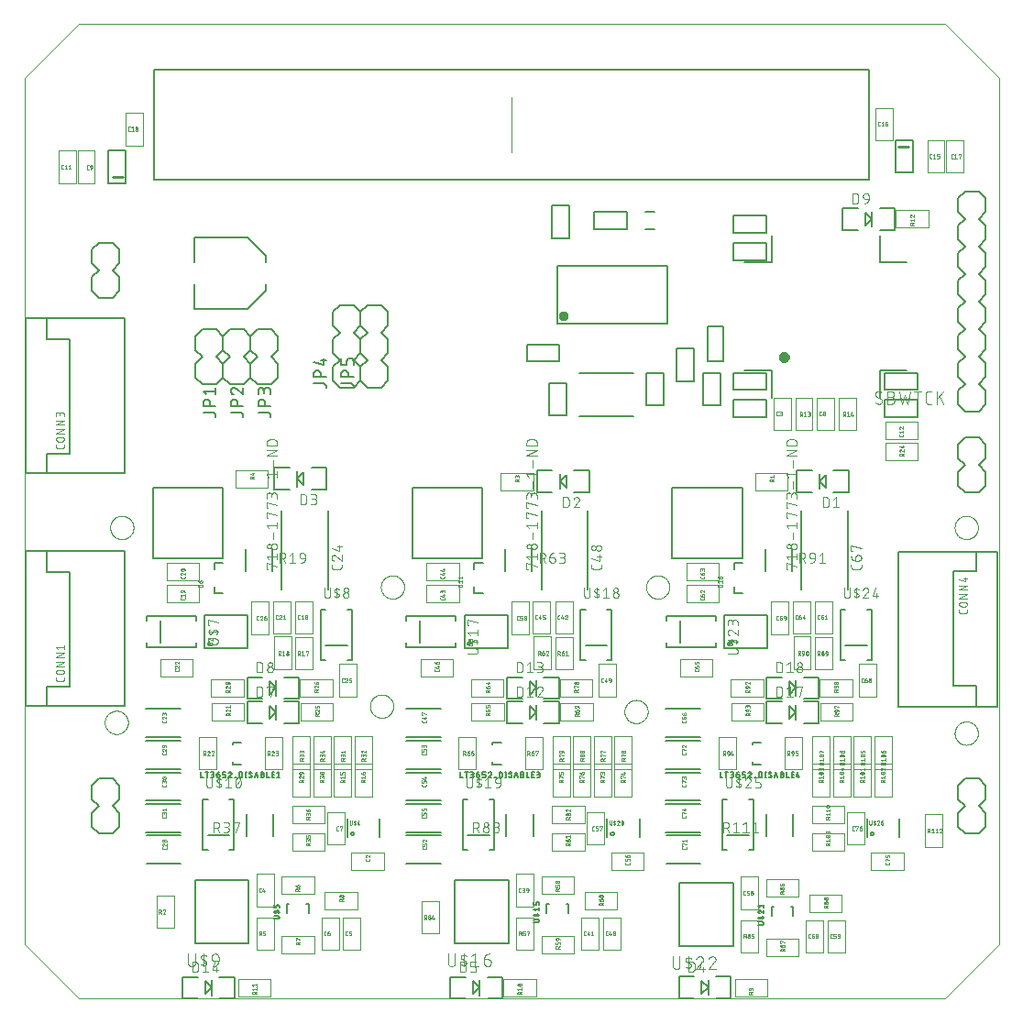
<source format=gto>
G75*
%MOIN*%
%OFA0B0*%
%FSLAX25Y25*%
%IPPOS*%
%LPD*%
%AMOC8*
5,1,8,0,0,1.08239X$1,22.5*
%
%ADD10C,0.00800*%
%ADD11C,0.00000*%
%ADD12C,0.00100*%
%ADD13C,0.00200*%
%ADD14C,0.00500*%
%ADD15C,0.00400*%
%ADD16C,0.00300*%
%ADD17C,0.00600*%
%ADD18C,0.02000*%
%ADD19C,0.01969*%
%ADD20C,0.00900*%
%ADD21C,0.00700*%
D10*
X0069992Y0066803D02*
X0082591Y0066803D01*
X0090504Y0071961D02*
X0090504Y0090071D01*
X0092276Y0090071D01*
X0100150Y0090071D02*
X0101921Y0090071D01*
X0101921Y0071961D01*
X0100150Y0071961D01*
X0100150Y0077079D02*
X0092276Y0077079D01*
X0092276Y0071961D02*
X0090504Y0071961D01*
X0082591Y0077039D02*
X0069992Y0077039D01*
X0069874Y0078142D02*
X0082472Y0078142D01*
X0082472Y0088378D02*
X0069874Y0088378D01*
X0069874Y0089717D02*
X0082472Y0089717D01*
X0082472Y0099953D02*
X0069874Y0099953D01*
X0069874Y0101173D02*
X0082472Y0101173D01*
X0082472Y0111409D02*
X0069874Y0111409D01*
X0069913Y0112945D02*
X0082512Y0112945D01*
X0082512Y0123181D02*
X0069913Y0123181D01*
X0069953Y0145425D02*
X0069953Y0147197D01*
X0069953Y0145425D02*
X0088063Y0145425D01*
X0088063Y0147197D01*
X0088063Y0155071D02*
X0088063Y0156843D01*
X0069953Y0156843D01*
X0069953Y0155071D01*
X0075071Y0155071D02*
X0075071Y0147197D01*
X0094689Y0165110D02*
X0094689Y0167472D01*
X0094689Y0165110D02*
X0097839Y0165110D01*
X0094689Y0173772D02*
X0094689Y0176134D01*
X0097839Y0176134D01*
X0119126Y0166567D02*
X0119126Y0195307D01*
X0116567Y0202787D02*
X0116567Y0210661D01*
X0122079Y0210661D01*
X0124835Y0209480D02*
X0124835Y0206724D01*
X0127197Y0209087D01*
X0127197Y0204362D01*
X0124835Y0206724D01*
X0124835Y0203969D01*
X0122079Y0202787D02*
X0116567Y0202787D01*
X0129953Y0202787D02*
X0135465Y0202787D01*
X0135465Y0210661D01*
X0129953Y0210661D01*
X0136055Y0195307D02*
X0136055Y0166567D01*
X0135110Y0159087D02*
X0133339Y0159087D01*
X0133339Y0140976D01*
X0135110Y0140976D01*
X0135110Y0146094D02*
X0142984Y0146094D01*
X0142984Y0140976D02*
X0144756Y0140976D01*
X0144756Y0159087D01*
X0142984Y0159087D01*
X0164441Y0156843D02*
X0182551Y0156843D01*
X0182551Y0155071D01*
X0182551Y0147197D02*
X0182551Y0145425D01*
X0164441Y0145425D01*
X0164441Y0147197D01*
X0169559Y0147197D02*
X0169559Y0155071D01*
X0164441Y0155071D02*
X0164441Y0156843D01*
X0189177Y0165110D02*
X0192327Y0165110D01*
X0189177Y0165110D02*
X0189177Y0167472D01*
X0189177Y0173772D02*
X0189177Y0176134D01*
X0192327Y0176134D01*
X0213614Y0166567D02*
X0213614Y0195307D01*
X0212039Y0201803D02*
X0212039Y0209677D01*
X0217551Y0209677D01*
X0220307Y0208496D02*
X0220307Y0205740D01*
X0222669Y0208102D01*
X0222669Y0203378D01*
X0220307Y0205740D01*
X0220307Y0202984D01*
X0217551Y0201803D02*
X0212039Y0201803D01*
X0225425Y0201803D02*
X0230937Y0201803D01*
X0230937Y0209677D01*
X0225425Y0209677D01*
X0230543Y0195307D02*
X0230543Y0166567D01*
X0229598Y0159087D02*
X0227827Y0159087D01*
X0227827Y0140976D01*
X0229598Y0140976D01*
X0229598Y0146094D02*
X0237472Y0146094D01*
X0237472Y0140976D02*
X0239244Y0140976D01*
X0239244Y0159087D01*
X0237472Y0159087D01*
X0258929Y0156843D02*
X0277039Y0156843D01*
X0277039Y0155071D01*
X0277039Y0147197D02*
X0277039Y0145425D01*
X0258929Y0145425D01*
X0258929Y0147197D01*
X0264047Y0147197D02*
X0264047Y0155071D01*
X0258929Y0155071D02*
X0258929Y0156843D01*
X0283665Y0165110D02*
X0286815Y0165110D01*
X0283665Y0165110D02*
X0283665Y0167472D01*
X0283665Y0173772D02*
X0283665Y0176134D01*
X0286815Y0176134D01*
X0308102Y0166567D02*
X0308102Y0195307D01*
X0306528Y0201803D02*
X0306528Y0209677D01*
X0312039Y0209677D01*
X0314795Y0208496D02*
X0314795Y0205740D01*
X0317157Y0208102D01*
X0317157Y0203378D01*
X0314795Y0205740D01*
X0314795Y0202984D01*
X0312039Y0201803D02*
X0306528Y0201803D01*
X0319913Y0201803D02*
X0325425Y0201803D01*
X0325425Y0209677D01*
X0319913Y0209677D01*
X0325031Y0195307D02*
X0325031Y0166567D01*
X0324087Y0159087D02*
X0322315Y0159087D01*
X0322315Y0140976D01*
X0324087Y0140976D01*
X0324087Y0146094D02*
X0331961Y0146094D01*
X0331961Y0140976D02*
X0333732Y0140976D01*
X0333732Y0159087D01*
X0331961Y0159087D01*
X0314480Y0134598D02*
X0308969Y0134598D01*
X0306213Y0133417D02*
X0306213Y0130661D01*
X0303850Y0128299D01*
X0303850Y0133024D01*
X0306213Y0130661D01*
X0306213Y0127906D01*
X0308969Y0126724D02*
X0314480Y0126724D01*
X0314480Y0134598D01*
X0314480Y0125740D02*
X0308969Y0125740D01*
X0306213Y0124559D02*
X0306213Y0121803D01*
X0303850Y0119441D01*
X0303850Y0124165D01*
X0306213Y0121803D01*
X0306213Y0119047D01*
X0308969Y0117866D02*
X0314480Y0117866D01*
X0314480Y0125740D01*
X0301094Y0125740D02*
X0295583Y0125740D01*
X0295583Y0117866D01*
X0301094Y0117866D01*
X0301094Y0126724D02*
X0295583Y0126724D01*
X0295583Y0134598D01*
X0301094Y0134598D01*
X0293520Y0110791D02*
X0290370Y0110791D01*
X0290370Y0110004D01*
X0290370Y0103705D02*
X0290370Y0102917D01*
X0293520Y0102917D01*
X0290898Y0090071D02*
X0290898Y0071961D01*
X0289126Y0071961D01*
X0289126Y0077079D02*
X0281252Y0077079D01*
X0281252Y0071961D02*
X0279480Y0071961D01*
X0279480Y0090071D01*
X0281252Y0090071D01*
X0289126Y0090071D02*
X0290898Y0090071D01*
X0271449Y0089717D02*
X0258850Y0089717D01*
X0258850Y0088378D02*
X0271449Y0088378D01*
X0271449Y0078142D02*
X0258850Y0078142D01*
X0258969Y0077039D02*
X0271567Y0077039D01*
X0271567Y0066803D02*
X0258969Y0066803D01*
X0258850Y0099953D02*
X0271449Y0099953D01*
X0271449Y0101173D02*
X0258850Y0101173D01*
X0258850Y0111409D02*
X0271449Y0111409D01*
X0271488Y0112945D02*
X0258890Y0112945D01*
X0258890Y0123181D02*
X0271488Y0123181D01*
X0219992Y0125740D02*
X0219992Y0117866D01*
X0214480Y0117866D01*
X0211724Y0119047D02*
X0211724Y0121803D01*
X0209362Y0119441D01*
X0209362Y0124165D01*
X0211724Y0121803D01*
X0211724Y0124559D01*
X0214480Y0125740D02*
X0219992Y0125740D01*
X0219992Y0126724D02*
X0214480Y0126724D01*
X0211724Y0127906D02*
X0211724Y0130661D01*
X0209362Y0128299D01*
X0209362Y0133024D01*
X0211724Y0130661D01*
X0211724Y0133417D01*
X0214480Y0134598D02*
X0219992Y0134598D01*
X0219992Y0126724D01*
X0206606Y0126724D02*
X0201094Y0126724D01*
X0201094Y0134598D01*
X0206606Y0134598D01*
X0206606Y0125740D02*
X0201094Y0125740D01*
X0201094Y0117866D01*
X0206606Y0117866D01*
X0199031Y0110791D02*
X0195882Y0110791D01*
X0195882Y0110004D01*
X0195882Y0103705D02*
X0195882Y0102917D01*
X0199031Y0102917D01*
X0196409Y0090071D02*
X0196409Y0071961D01*
X0194638Y0071961D01*
X0194638Y0077079D02*
X0186764Y0077079D01*
X0186764Y0071961D02*
X0184992Y0071961D01*
X0184992Y0090071D01*
X0186764Y0090071D01*
X0194638Y0090071D02*
X0196409Y0090071D01*
X0176961Y0089717D02*
X0164362Y0089717D01*
X0164362Y0088378D02*
X0176961Y0088378D01*
X0176961Y0078142D02*
X0164362Y0078142D01*
X0164480Y0077039D02*
X0177079Y0077039D01*
X0177079Y0066803D02*
X0164480Y0066803D01*
X0164362Y0099953D02*
X0176961Y0099953D01*
X0176961Y0101173D02*
X0164362Y0101173D01*
X0164362Y0111409D02*
X0176961Y0111409D01*
X0177000Y0112945D02*
X0164402Y0112945D01*
X0164402Y0123181D02*
X0177000Y0123181D01*
X0125504Y0125740D02*
X0125504Y0117866D01*
X0119992Y0117866D01*
X0117236Y0119047D02*
X0117236Y0121803D01*
X0114874Y0119441D01*
X0114874Y0124165D01*
X0117236Y0121803D01*
X0117236Y0124559D01*
X0119992Y0125740D02*
X0125504Y0125740D01*
X0125504Y0126724D02*
X0119992Y0126724D01*
X0117236Y0127906D02*
X0117236Y0130661D01*
X0114874Y0128299D01*
X0114874Y0133024D01*
X0117236Y0130661D01*
X0117236Y0133417D01*
X0119992Y0134598D02*
X0125504Y0134598D01*
X0125504Y0126724D01*
X0112118Y0126724D02*
X0106606Y0126724D01*
X0106606Y0134598D01*
X0112118Y0134598D01*
X0112118Y0125740D02*
X0106606Y0125740D01*
X0106606Y0117866D01*
X0112118Y0117866D01*
X0104543Y0110791D02*
X0101394Y0110791D01*
X0101394Y0110004D01*
X0101394Y0103705D02*
X0101394Y0102917D01*
X0104543Y0102917D01*
X0060150Y0095209D02*
X0060150Y0090209D01*
X0057650Y0087709D01*
X0060150Y0085209D01*
X0060150Y0080209D01*
X0057650Y0077709D01*
X0052650Y0077709D01*
X0050150Y0080209D01*
X0050150Y0085209D01*
X0052650Y0087709D01*
X0050150Y0090209D01*
X0050150Y0095209D01*
X0052650Y0097709D01*
X0057650Y0097709D01*
X0060150Y0095209D01*
X0121094Y0052000D02*
X0121094Y0048850D01*
X0121094Y0052000D02*
X0121882Y0052000D01*
X0128181Y0052000D02*
X0128969Y0052000D01*
X0128969Y0048850D01*
X0102000Y0025622D02*
X0102000Y0017748D01*
X0096488Y0017748D01*
X0093732Y0018929D02*
X0093732Y0021685D01*
X0091370Y0019323D01*
X0091370Y0024047D01*
X0093732Y0021685D01*
X0093732Y0024441D01*
X0096488Y0025622D02*
X0102000Y0025622D01*
X0088614Y0025622D02*
X0083102Y0025622D01*
X0083102Y0017748D01*
X0088614Y0017748D01*
X0180543Y0017748D02*
X0186055Y0017748D01*
X0188811Y0019323D02*
X0191173Y0021685D01*
X0188811Y0024047D01*
X0188811Y0019323D01*
X0191173Y0018929D02*
X0191173Y0021685D01*
X0191173Y0024441D01*
X0193929Y0025622D02*
X0199441Y0025622D01*
X0199441Y0017748D01*
X0193929Y0017748D01*
X0186055Y0025622D02*
X0180543Y0025622D01*
X0180543Y0017748D01*
X0215583Y0048850D02*
X0215583Y0052000D01*
X0216370Y0052000D01*
X0222669Y0052000D02*
X0223457Y0052000D01*
X0223457Y0048850D01*
X0263654Y0025780D02*
X0263654Y0017906D01*
X0269165Y0017906D01*
X0271921Y0019480D02*
X0274283Y0021843D01*
X0271921Y0024205D01*
X0271921Y0019480D01*
X0274283Y0019087D02*
X0274283Y0021843D01*
X0274283Y0024598D01*
X0277039Y0025780D02*
X0282551Y0025780D01*
X0282551Y0017906D01*
X0277039Y0017906D01*
X0269165Y0025780D02*
X0263654Y0025780D01*
X0297276Y0047866D02*
X0297276Y0051016D01*
X0298063Y0051016D01*
X0304362Y0051016D02*
X0305150Y0051016D01*
X0305150Y0047866D01*
X0365110Y0080209D02*
X0367610Y0077709D01*
X0372610Y0077709D01*
X0375110Y0080209D01*
X0375110Y0085209D01*
X0372610Y0087709D01*
X0375110Y0090209D01*
X0375110Y0095209D01*
X0372610Y0097709D01*
X0367610Y0097709D01*
X0365110Y0095209D01*
X0365110Y0090209D01*
X0367610Y0087709D01*
X0365110Y0085209D01*
X0365110Y0080209D01*
X0367610Y0201724D02*
X0365110Y0204224D01*
X0365110Y0209224D01*
X0367610Y0211724D01*
X0365110Y0214224D01*
X0365110Y0219224D01*
X0367610Y0221724D01*
X0372610Y0221724D01*
X0375110Y0219224D01*
X0375110Y0214224D01*
X0372610Y0211724D01*
X0375110Y0209224D01*
X0375110Y0204224D01*
X0372610Y0201724D01*
X0367610Y0201724D01*
X0367610Y0231252D02*
X0365110Y0233752D01*
X0365110Y0238752D01*
X0367610Y0241252D01*
X0365110Y0243752D01*
X0365110Y0248752D01*
X0367610Y0251252D01*
X0365110Y0253752D01*
X0365110Y0258752D01*
X0367610Y0261252D01*
X0365110Y0263752D01*
X0365110Y0268752D01*
X0367610Y0271252D01*
X0365110Y0273752D01*
X0365110Y0278752D01*
X0367610Y0281252D01*
X0365110Y0283752D01*
X0365110Y0288752D01*
X0367610Y0291252D01*
X0365110Y0293752D01*
X0365110Y0298752D01*
X0367610Y0301252D01*
X0365110Y0303752D01*
X0365110Y0308752D01*
X0367610Y0311252D01*
X0372610Y0311252D01*
X0375110Y0308752D01*
X0375110Y0303752D01*
X0372610Y0301252D01*
X0375110Y0298752D01*
X0375110Y0293752D01*
X0372610Y0291252D01*
X0375110Y0288752D01*
X0375110Y0283752D01*
X0372610Y0281252D01*
X0375110Y0278752D01*
X0375110Y0273752D01*
X0372610Y0271252D01*
X0375110Y0268752D01*
X0375110Y0263752D01*
X0372610Y0261252D01*
X0375110Y0258752D01*
X0375110Y0253752D01*
X0372610Y0251252D01*
X0375110Y0248752D01*
X0375110Y0243752D01*
X0372610Y0241252D01*
X0375110Y0238752D01*
X0375110Y0233752D01*
X0372610Y0231252D01*
X0367610Y0231252D01*
X0342157Y0297276D02*
X0336646Y0297276D01*
X0333890Y0298457D02*
X0333890Y0301213D01*
X0331528Y0298850D01*
X0331528Y0303575D01*
X0333890Y0301213D01*
X0333890Y0303969D01*
X0336646Y0305150D02*
X0342157Y0305150D01*
X0342157Y0297276D01*
X0328772Y0297276D02*
X0323260Y0297276D01*
X0323260Y0305150D01*
X0328772Y0305150D01*
X0332787Y0315425D02*
X0072787Y0315425D01*
X0072787Y0355425D01*
X0332787Y0355425D01*
X0332787Y0315425D01*
X0157787Y0267413D02*
X0157787Y0262413D01*
X0155287Y0259913D01*
X0157787Y0257413D01*
X0157787Y0252413D01*
X0155287Y0249913D01*
X0157787Y0247413D01*
X0157787Y0242413D01*
X0155287Y0239913D01*
X0150287Y0239913D01*
X0147787Y0242413D01*
X0147787Y0247413D01*
X0150287Y0249913D01*
X0147787Y0252413D01*
X0147787Y0257413D01*
X0150287Y0259913D01*
X0147787Y0262413D01*
X0147787Y0267413D01*
X0150287Y0269913D01*
X0155287Y0269913D01*
X0157787Y0267413D01*
X0147787Y0267413D02*
X0147787Y0262413D01*
X0145287Y0259913D01*
X0147787Y0257413D01*
X0147787Y0252413D01*
X0145287Y0249913D01*
X0147787Y0247413D01*
X0147787Y0242413D01*
X0145287Y0239913D01*
X0140287Y0239913D01*
X0137787Y0242413D01*
X0137787Y0247413D01*
X0140287Y0249913D01*
X0137787Y0252413D01*
X0137787Y0257413D01*
X0140287Y0259913D01*
X0137787Y0262413D01*
X0137787Y0267413D01*
X0140287Y0269913D01*
X0145287Y0269913D01*
X0147787Y0267413D01*
X0117787Y0258594D02*
X0117787Y0253594D01*
X0115287Y0251094D01*
X0117787Y0248594D01*
X0117787Y0243594D01*
X0115287Y0241094D01*
X0110287Y0241094D01*
X0107787Y0243594D01*
X0107787Y0248594D01*
X0110287Y0251094D01*
X0107787Y0253594D01*
X0107787Y0258594D01*
X0110287Y0261094D01*
X0115287Y0261094D01*
X0117787Y0258594D01*
X0107787Y0258594D02*
X0107787Y0253594D01*
X0105287Y0251094D01*
X0107787Y0248594D01*
X0107787Y0243594D01*
X0105287Y0241094D01*
X0100287Y0241094D01*
X0097787Y0243594D01*
X0097787Y0248594D01*
X0100287Y0251094D01*
X0097787Y0253594D01*
X0097787Y0258594D01*
X0100287Y0261094D01*
X0105287Y0261094D01*
X0107787Y0258594D01*
X0097787Y0258594D02*
X0097787Y0253594D01*
X0095287Y0251094D01*
X0097787Y0248594D01*
X0097787Y0243594D01*
X0095287Y0241094D01*
X0090287Y0241094D01*
X0087787Y0243594D01*
X0087787Y0248594D01*
X0090287Y0251094D01*
X0087787Y0253594D01*
X0087787Y0258594D01*
X0090287Y0261094D01*
X0095287Y0261094D01*
X0097787Y0258594D01*
X0060150Y0275091D02*
X0060150Y0280091D01*
X0057650Y0282591D01*
X0060150Y0285091D01*
X0060150Y0290091D01*
X0057650Y0292591D01*
X0052650Y0292591D01*
X0050150Y0290091D01*
X0050150Y0285091D01*
X0052650Y0282591D01*
X0050150Y0280091D01*
X0050150Y0275091D01*
X0052650Y0272591D01*
X0057650Y0272591D01*
X0060150Y0275091D01*
D11*
X0025622Y0352394D02*
X0025622Y0037433D01*
X0045307Y0017748D01*
X0360268Y0017748D01*
X0379953Y0037433D01*
X0379953Y0352394D01*
X0360268Y0372079D01*
X0045307Y0372079D01*
X0025622Y0352394D01*
X0072787Y0355425D02*
X0072787Y0315425D01*
X0332787Y0315425D01*
X0332787Y0355425D01*
X0072787Y0355425D01*
X0202787Y0345425D02*
X0202787Y0325425D01*
X0056823Y0189008D02*
X0056825Y0189138D01*
X0056831Y0189267D01*
X0056841Y0189397D01*
X0056855Y0189526D01*
X0056873Y0189654D01*
X0056894Y0189782D01*
X0056920Y0189909D01*
X0056950Y0190035D01*
X0056983Y0190161D01*
X0057020Y0190285D01*
X0057061Y0190408D01*
X0057106Y0190530D01*
X0057155Y0190650D01*
X0057207Y0190769D01*
X0057262Y0190886D01*
X0057322Y0191001D01*
X0057385Y0191115D01*
X0057451Y0191226D01*
X0057521Y0191336D01*
X0057594Y0191443D01*
X0057670Y0191548D01*
X0057749Y0191650D01*
X0057832Y0191750D01*
X0057917Y0191848D01*
X0058006Y0191943D01*
X0058097Y0192035D01*
X0058191Y0192124D01*
X0058288Y0192210D01*
X0058388Y0192293D01*
X0058489Y0192374D01*
X0058594Y0192451D01*
X0058700Y0192525D01*
X0058809Y0192595D01*
X0058920Y0192662D01*
X0059033Y0192726D01*
X0059148Y0192786D01*
X0059265Y0192843D01*
X0059383Y0192896D01*
X0059503Y0192945D01*
X0059625Y0192991D01*
X0059747Y0193033D01*
X0059871Y0193071D01*
X0059996Y0193105D01*
X0060122Y0193136D01*
X0060249Y0193163D01*
X0060377Y0193185D01*
X0060505Y0193204D01*
X0060634Y0193219D01*
X0060763Y0193230D01*
X0060893Y0193237D01*
X0061023Y0193240D01*
X0061152Y0193239D01*
X0061282Y0193234D01*
X0061411Y0193225D01*
X0061540Y0193212D01*
X0061669Y0193195D01*
X0061797Y0193174D01*
X0061924Y0193150D01*
X0062051Y0193121D01*
X0062176Y0193089D01*
X0062301Y0193052D01*
X0062424Y0193012D01*
X0062546Y0192969D01*
X0062667Y0192921D01*
X0062786Y0192870D01*
X0062904Y0192815D01*
X0063019Y0192756D01*
X0063133Y0192694D01*
X0063245Y0192629D01*
X0063355Y0192560D01*
X0063463Y0192488D01*
X0063569Y0192413D01*
X0063672Y0192334D01*
X0063773Y0192252D01*
X0063871Y0192167D01*
X0063966Y0192080D01*
X0064059Y0191989D01*
X0064149Y0191896D01*
X0064236Y0191799D01*
X0064320Y0191701D01*
X0064401Y0191599D01*
X0064479Y0191496D01*
X0064553Y0191389D01*
X0064625Y0191281D01*
X0064693Y0191171D01*
X0064757Y0191058D01*
X0064818Y0190944D01*
X0064876Y0190827D01*
X0064930Y0190710D01*
X0064980Y0190590D01*
X0065027Y0190469D01*
X0065070Y0190347D01*
X0065109Y0190223D01*
X0065144Y0190098D01*
X0065176Y0189972D01*
X0065203Y0189846D01*
X0065227Y0189718D01*
X0065247Y0189590D01*
X0065263Y0189461D01*
X0065275Y0189332D01*
X0065283Y0189202D01*
X0065287Y0189073D01*
X0065287Y0188943D01*
X0065283Y0188814D01*
X0065275Y0188684D01*
X0065263Y0188555D01*
X0065247Y0188426D01*
X0065227Y0188298D01*
X0065203Y0188170D01*
X0065176Y0188044D01*
X0065144Y0187918D01*
X0065109Y0187793D01*
X0065070Y0187669D01*
X0065027Y0187547D01*
X0064980Y0187426D01*
X0064930Y0187306D01*
X0064876Y0187189D01*
X0064818Y0187072D01*
X0064757Y0186958D01*
X0064693Y0186845D01*
X0064625Y0186735D01*
X0064553Y0186627D01*
X0064479Y0186520D01*
X0064401Y0186417D01*
X0064320Y0186315D01*
X0064236Y0186217D01*
X0064149Y0186120D01*
X0064059Y0186027D01*
X0063966Y0185936D01*
X0063871Y0185849D01*
X0063773Y0185764D01*
X0063672Y0185682D01*
X0063569Y0185603D01*
X0063463Y0185528D01*
X0063355Y0185456D01*
X0063245Y0185387D01*
X0063133Y0185322D01*
X0063019Y0185260D01*
X0062904Y0185201D01*
X0062786Y0185146D01*
X0062667Y0185095D01*
X0062546Y0185047D01*
X0062424Y0185004D01*
X0062301Y0184964D01*
X0062176Y0184927D01*
X0062051Y0184895D01*
X0061924Y0184866D01*
X0061797Y0184842D01*
X0061669Y0184821D01*
X0061540Y0184804D01*
X0061411Y0184791D01*
X0061282Y0184782D01*
X0061152Y0184777D01*
X0061023Y0184776D01*
X0060893Y0184779D01*
X0060763Y0184786D01*
X0060634Y0184797D01*
X0060505Y0184812D01*
X0060377Y0184831D01*
X0060249Y0184853D01*
X0060122Y0184880D01*
X0059996Y0184911D01*
X0059871Y0184945D01*
X0059747Y0184983D01*
X0059625Y0185025D01*
X0059503Y0185071D01*
X0059383Y0185120D01*
X0059265Y0185173D01*
X0059148Y0185230D01*
X0059033Y0185290D01*
X0058920Y0185354D01*
X0058809Y0185421D01*
X0058700Y0185491D01*
X0058594Y0185565D01*
X0058489Y0185642D01*
X0058388Y0185723D01*
X0058288Y0185806D01*
X0058191Y0185892D01*
X0058097Y0185981D01*
X0058006Y0186073D01*
X0057917Y0186168D01*
X0057832Y0186266D01*
X0057749Y0186366D01*
X0057670Y0186468D01*
X0057594Y0186573D01*
X0057521Y0186680D01*
X0057451Y0186790D01*
X0057385Y0186901D01*
X0057322Y0187015D01*
X0057262Y0187130D01*
X0057207Y0187247D01*
X0057155Y0187366D01*
X0057106Y0187486D01*
X0057061Y0187608D01*
X0057020Y0187731D01*
X0056983Y0187855D01*
X0056950Y0187981D01*
X0056920Y0188107D01*
X0056894Y0188234D01*
X0056873Y0188362D01*
X0056855Y0188490D01*
X0056841Y0188619D01*
X0056831Y0188749D01*
X0056825Y0188878D01*
X0056823Y0189008D01*
X0054855Y0118142D02*
X0054857Y0118272D01*
X0054863Y0118401D01*
X0054873Y0118531D01*
X0054887Y0118660D01*
X0054905Y0118788D01*
X0054926Y0118916D01*
X0054952Y0119043D01*
X0054982Y0119169D01*
X0055015Y0119295D01*
X0055052Y0119419D01*
X0055093Y0119542D01*
X0055138Y0119664D01*
X0055187Y0119784D01*
X0055239Y0119903D01*
X0055294Y0120020D01*
X0055354Y0120135D01*
X0055417Y0120249D01*
X0055483Y0120360D01*
X0055553Y0120470D01*
X0055626Y0120577D01*
X0055702Y0120682D01*
X0055781Y0120784D01*
X0055864Y0120884D01*
X0055949Y0120982D01*
X0056038Y0121077D01*
X0056129Y0121169D01*
X0056223Y0121258D01*
X0056320Y0121344D01*
X0056420Y0121427D01*
X0056521Y0121508D01*
X0056626Y0121585D01*
X0056732Y0121659D01*
X0056841Y0121729D01*
X0056952Y0121796D01*
X0057065Y0121860D01*
X0057180Y0121920D01*
X0057297Y0121977D01*
X0057415Y0122030D01*
X0057535Y0122079D01*
X0057657Y0122125D01*
X0057779Y0122167D01*
X0057903Y0122205D01*
X0058028Y0122239D01*
X0058154Y0122270D01*
X0058281Y0122297D01*
X0058409Y0122319D01*
X0058537Y0122338D01*
X0058666Y0122353D01*
X0058795Y0122364D01*
X0058925Y0122371D01*
X0059055Y0122374D01*
X0059184Y0122373D01*
X0059314Y0122368D01*
X0059443Y0122359D01*
X0059572Y0122346D01*
X0059701Y0122329D01*
X0059829Y0122308D01*
X0059956Y0122284D01*
X0060083Y0122255D01*
X0060208Y0122223D01*
X0060333Y0122186D01*
X0060456Y0122146D01*
X0060578Y0122103D01*
X0060699Y0122055D01*
X0060818Y0122004D01*
X0060936Y0121949D01*
X0061051Y0121890D01*
X0061165Y0121828D01*
X0061277Y0121763D01*
X0061387Y0121694D01*
X0061495Y0121622D01*
X0061601Y0121547D01*
X0061704Y0121468D01*
X0061805Y0121386D01*
X0061903Y0121301D01*
X0061998Y0121214D01*
X0062091Y0121123D01*
X0062181Y0121030D01*
X0062268Y0120933D01*
X0062352Y0120835D01*
X0062433Y0120733D01*
X0062511Y0120630D01*
X0062585Y0120523D01*
X0062657Y0120415D01*
X0062725Y0120305D01*
X0062789Y0120192D01*
X0062850Y0120078D01*
X0062908Y0119961D01*
X0062962Y0119844D01*
X0063012Y0119724D01*
X0063059Y0119603D01*
X0063102Y0119481D01*
X0063141Y0119357D01*
X0063176Y0119232D01*
X0063208Y0119106D01*
X0063235Y0118980D01*
X0063259Y0118852D01*
X0063279Y0118724D01*
X0063295Y0118595D01*
X0063307Y0118466D01*
X0063315Y0118336D01*
X0063319Y0118207D01*
X0063319Y0118077D01*
X0063315Y0117948D01*
X0063307Y0117818D01*
X0063295Y0117689D01*
X0063279Y0117560D01*
X0063259Y0117432D01*
X0063235Y0117304D01*
X0063208Y0117178D01*
X0063176Y0117052D01*
X0063141Y0116927D01*
X0063102Y0116803D01*
X0063059Y0116681D01*
X0063012Y0116560D01*
X0062962Y0116440D01*
X0062908Y0116323D01*
X0062850Y0116206D01*
X0062789Y0116092D01*
X0062725Y0115979D01*
X0062657Y0115869D01*
X0062585Y0115761D01*
X0062511Y0115654D01*
X0062433Y0115551D01*
X0062352Y0115449D01*
X0062268Y0115351D01*
X0062181Y0115254D01*
X0062091Y0115161D01*
X0061998Y0115070D01*
X0061903Y0114983D01*
X0061805Y0114898D01*
X0061704Y0114816D01*
X0061601Y0114737D01*
X0061495Y0114662D01*
X0061387Y0114590D01*
X0061277Y0114521D01*
X0061165Y0114456D01*
X0061051Y0114394D01*
X0060936Y0114335D01*
X0060818Y0114280D01*
X0060699Y0114229D01*
X0060578Y0114181D01*
X0060456Y0114138D01*
X0060333Y0114098D01*
X0060208Y0114061D01*
X0060083Y0114029D01*
X0059956Y0114000D01*
X0059829Y0113976D01*
X0059701Y0113955D01*
X0059572Y0113938D01*
X0059443Y0113925D01*
X0059314Y0113916D01*
X0059184Y0113911D01*
X0059055Y0113910D01*
X0058925Y0113913D01*
X0058795Y0113920D01*
X0058666Y0113931D01*
X0058537Y0113946D01*
X0058409Y0113965D01*
X0058281Y0113987D01*
X0058154Y0114014D01*
X0058028Y0114045D01*
X0057903Y0114079D01*
X0057779Y0114117D01*
X0057657Y0114159D01*
X0057535Y0114205D01*
X0057415Y0114254D01*
X0057297Y0114307D01*
X0057180Y0114364D01*
X0057065Y0114424D01*
X0056952Y0114488D01*
X0056841Y0114555D01*
X0056732Y0114625D01*
X0056626Y0114699D01*
X0056521Y0114776D01*
X0056420Y0114857D01*
X0056320Y0114940D01*
X0056223Y0115026D01*
X0056129Y0115115D01*
X0056038Y0115207D01*
X0055949Y0115302D01*
X0055864Y0115400D01*
X0055781Y0115500D01*
X0055702Y0115602D01*
X0055626Y0115707D01*
X0055553Y0115814D01*
X0055483Y0115924D01*
X0055417Y0116035D01*
X0055354Y0116149D01*
X0055294Y0116264D01*
X0055239Y0116381D01*
X0055187Y0116500D01*
X0055138Y0116620D01*
X0055093Y0116742D01*
X0055052Y0116865D01*
X0055015Y0116989D01*
X0054982Y0117115D01*
X0054952Y0117241D01*
X0054926Y0117368D01*
X0054905Y0117496D01*
X0054887Y0117624D01*
X0054873Y0117753D01*
X0054863Y0117883D01*
X0054857Y0118012D01*
X0054855Y0118142D01*
X0151311Y0124047D02*
X0151313Y0124177D01*
X0151319Y0124306D01*
X0151329Y0124436D01*
X0151343Y0124565D01*
X0151361Y0124693D01*
X0151382Y0124821D01*
X0151408Y0124948D01*
X0151438Y0125074D01*
X0151471Y0125200D01*
X0151508Y0125324D01*
X0151549Y0125447D01*
X0151594Y0125569D01*
X0151643Y0125689D01*
X0151695Y0125808D01*
X0151750Y0125925D01*
X0151810Y0126040D01*
X0151873Y0126154D01*
X0151939Y0126265D01*
X0152009Y0126375D01*
X0152082Y0126482D01*
X0152158Y0126587D01*
X0152237Y0126689D01*
X0152320Y0126789D01*
X0152405Y0126887D01*
X0152494Y0126982D01*
X0152585Y0127074D01*
X0152679Y0127163D01*
X0152776Y0127249D01*
X0152876Y0127332D01*
X0152977Y0127413D01*
X0153082Y0127490D01*
X0153188Y0127564D01*
X0153297Y0127634D01*
X0153408Y0127701D01*
X0153521Y0127765D01*
X0153636Y0127825D01*
X0153753Y0127882D01*
X0153871Y0127935D01*
X0153991Y0127984D01*
X0154113Y0128030D01*
X0154235Y0128072D01*
X0154359Y0128110D01*
X0154484Y0128144D01*
X0154610Y0128175D01*
X0154737Y0128202D01*
X0154865Y0128224D01*
X0154993Y0128243D01*
X0155122Y0128258D01*
X0155251Y0128269D01*
X0155381Y0128276D01*
X0155511Y0128279D01*
X0155640Y0128278D01*
X0155770Y0128273D01*
X0155899Y0128264D01*
X0156028Y0128251D01*
X0156157Y0128234D01*
X0156285Y0128213D01*
X0156412Y0128189D01*
X0156539Y0128160D01*
X0156664Y0128128D01*
X0156789Y0128091D01*
X0156912Y0128051D01*
X0157034Y0128008D01*
X0157155Y0127960D01*
X0157274Y0127909D01*
X0157392Y0127854D01*
X0157507Y0127795D01*
X0157621Y0127733D01*
X0157733Y0127668D01*
X0157843Y0127599D01*
X0157951Y0127527D01*
X0158057Y0127452D01*
X0158160Y0127373D01*
X0158261Y0127291D01*
X0158359Y0127206D01*
X0158454Y0127119D01*
X0158547Y0127028D01*
X0158637Y0126935D01*
X0158724Y0126838D01*
X0158808Y0126740D01*
X0158889Y0126638D01*
X0158967Y0126535D01*
X0159041Y0126428D01*
X0159113Y0126320D01*
X0159181Y0126210D01*
X0159245Y0126097D01*
X0159306Y0125983D01*
X0159364Y0125866D01*
X0159418Y0125749D01*
X0159468Y0125629D01*
X0159515Y0125508D01*
X0159558Y0125386D01*
X0159597Y0125262D01*
X0159632Y0125137D01*
X0159664Y0125011D01*
X0159691Y0124885D01*
X0159715Y0124757D01*
X0159735Y0124629D01*
X0159751Y0124500D01*
X0159763Y0124371D01*
X0159771Y0124241D01*
X0159775Y0124112D01*
X0159775Y0123982D01*
X0159771Y0123853D01*
X0159763Y0123723D01*
X0159751Y0123594D01*
X0159735Y0123465D01*
X0159715Y0123337D01*
X0159691Y0123209D01*
X0159664Y0123083D01*
X0159632Y0122957D01*
X0159597Y0122832D01*
X0159558Y0122708D01*
X0159515Y0122586D01*
X0159468Y0122465D01*
X0159418Y0122345D01*
X0159364Y0122228D01*
X0159306Y0122111D01*
X0159245Y0121997D01*
X0159181Y0121884D01*
X0159113Y0121774D01*
X0159041Y0121666D01*
X0158967Y0121559D01*
X0158889Y0121456D01*
X0158808Y0121354D01*
X0158724Y0121256D01*
X0158637Y0121159D01*
X0158547Y0121066D01*
X0158454Y0120975D01*
X0158359Y0120888D01*
X0158261Y0120803D01*
X0158160Y0120721D01*
X0158057Y0120642D01*
X0157951Y0120567D01*
X0157843Y0120495D01*
X0157733Y0120426D01*
X0157621Y0120361D01*
X0157507Y0120299D01*
X0157392Y0120240D01*
X0157274Y0120185D01*
X0157155Y0120134D01*
X0157034Y0120086D01*
X0156912Y0120043D01*
X0156789Y0120003D01*
X0156664Y0119966D01*
X0156539Y0119934D01*
X0156412Y0119905D01*
X0156285Y0119881D01*
X0156157Y0119860D01*
X0156028Y0119843D01*
X0155899Y0119830D01*
X0155770Y0119821D01*
X0155640Y0119816D01*
X0155511Y0119815D01*
X0155381Y0119818D01*
X0155251Y0119825D01*
X0155122Y0119836D01*
X0154993Y0119851D01*
X0154865Y0119870D01*
X0154737Y0119892D01*
X0154610Y0119919D01*
X0154484Y0119950D01*
X0154359Y0119984D01*
X0154235Y0120022D01*
X0154113Y0120064D01*
X0153991Y0120110D01*
X0153871Y0120159D01*
X0153753Y0120212D01*
X0153636Y0120269D01*
X0153521Y0120329D01*
X0153408Y0120393D01*
X0153297Y0120460D01*
X0153188Y0120530D01*
X0153082Y0120604D01*
X0152977Y0120681D01*
X0152876Y0120762D01*
X0152776Y0120845D01*
X0152679Y0120931D01*
X0152585Y0121020D01*
X0152494Y0121112D01*
X0152405Y0121207D01*
X0152320Y0121305D01*
X0152237Y0121405D01*
X0152158Y0121507D01*
X0152082Y0121612D01*
X0152009Y0121719D01*
X0151939Y0121829D01*
X0151873Y0121940D01*
X0151810Y0122054D01*
X0151750Y0122169D01*
X0151695Y0122286D01*
X0151643Y0122405D01*
X0151594Y0122525D01*
X0151549Y0122647D01*
X0151508Y0122770D01*
X0151471Y0122894D01*
X0151438Y0123020D01*
X0151408Y0123146D01*
X0151382Y0123273D01*
X0151361Y0123401D01*
X0151343Y0123529D01*
X0151329Y0123658D01*
X0151319Y0123788D01*
X0151313Y0123917D01*
X0151311Y0124047D01*
X0155248Y0167354D02*
X0155250Y0167484D01*
X0155256Y0167613D01*
X0155266Y0167743D01*
X0155280Y0167872D01*
X0155298Y0168000D01*
X0155319Y0168128D01*
X0155345Y0168255D01*
X0155375Y0168381D01*
X0155408Y0168507D01*
X0155445Y0168631D01*
X0155486Y0168754D01*
X0155531Y0168876D01*
X0155580Y0168996D01*
X0155632Y0169115D01*
X0155687Y0169232D01*
X0155747Y0169347D01*
X0155810Y0169461D01*
X0155876Y0169572D01*
X0155946Y0169682D01*
X0156019Y0169789D01*
X0156095Y0169894D01*
X0156174Y0169996D01*
X0156257Y0170096D01*
X0156342Y0170194D01*
X0156431Y0170289D01*
X0156522Y0170381D01*
X0156616Y0170470D01*
X0156713Y0170556D01*
X0156813Y0170639D01*
X0156914Y0170720D01*
X0157019Y0170797D01*
X0157125Y0170871D01*
X0157234Y0170941D01*
X0157345Y0171008D01*
X0157458Y0171072D01*
X0157573Y0171132D01*
X0157690Y0171189D01*
X0157808Y0171242D01*
X0157928Y0171291D01*
X0158050Y0171337D01*
X0158172Y0171379D01*
X0158296Y0171417D01*
X0158421Y0171451D01*
X0158547Y0171482D01*
X0158674Y0171509D01*
X0158802Y0171531D01*
X0158930Y0171550D01*
X0159059Y0171565D01*
X0159188Y0171576D01*
X0159318Y0171583D01*
X0159448Y0171586D01*
X0159577Y0171585D01*
X0159707Y0171580D01*
X0159836Y0171571D01*
X0159965Y0171558D01*
X0160094Y0171541D01*
X0160222Y0171520D01*
X0160349Y0171496D01*
X0160476Y0171467D01*
X0160601Y0171435D01*
X0160726Y0171398D01*
X0160849Y0171358D01*
X0160971Y0171315D01*
X0161092Y0171267D01*
X0161211Y0171216D01*
X0161329Y0171161D01*
X0161444Y0171102D01*
X0161558Y0171040D01*
X0161670Y0170975D01*
X0161780Y0170906D01*
X0161888Y0170834D01*
X0161994Y0170759D01*
X0162097Y0170680D01*
X0162198Y0170598D01*
X0162296Y0170513D01*
X0162391Y0170426D01*
X0162484Y0170335D01*
X0162574Y0170242D01*
X0162661Y0170145D01*
X0162745Y0170047D01*
X0162826Y0169945D01*
X0162904Y0169842D01*
X0162978Y0169735D01*
X0163050Y0169627D01*
X0163118Y0169517D01*
X0163182Y0169404D01*
X0163243Y0169290D01*
X0163301Y0169173D01*
X0163355Y0169056D01*
X0163405Y0168936D01*
X0163452Y0168815D01*
X0163495Y0168693D01*
X0163534Y0168569D01*
X0163569Y0168444D01*
X0163601Y0168318D01*
X0163628Y0168192D01*
X0163652Y0168064D01*
X0163672Y0167936D01*
X0163688Y0167807D01*
X0163700Y0167678D01*
X0163708Y0167548D01*
X0163712Y0167419D01*
X0163712Y0167289D01*
X0163708Y0167160D01*
X0163700Y0167030D01*
X0163688Y0166901D01*
X0163672Y0166772D01*
X0163652Y0166644D01*
X0163628Y0166516D01*
X0163601Y0166390D01*
X0163569Y0166264D01*
X0163534Y0166139D01*
X0163495Y0166015D01*
X0163452Y0165893D01*
X0163405Y0165772D01*
X0163355Y0165652D01*
X0163301Y0165535D01*
X0163243Y0165418D01*
X0163182Y0165304D01*
X0163118Y0165191D01*
X0163050Y0165081D01*
X0162978Y0164973D01*
X0162904Y0164866D01*
X0162826Y0164763D01*
X0162745Y0164661D01*
X0162661Y0164563D01*
X0162574Y0164466D01*
X0162484Y0164373D01*
X0162391Y0164282D01*
X0162296Y0164195D01*
X0162198Y0164110D01*
X0162097Y0164028D01*
X0161994Y0163949D01*
X0161888Y0163874D01*
X0161780Y0163802D01*
X0161670Y0163733D01*
X0161558Y0163668D01*
X0161444Y0163606D01*
X0161329Y0163547D01*
X0161211Y0163492D01*
X0161092Y0163441D01*
X0160971Y0163393D01*
X0160849Y0163350D01*
X0160726Y0163310D01*
X0160601Y0163273D01*
X0160476Y0163241D01*
X0160349Y0163212D01*
X0160222Y0163188D01*
X0160094Y0163167D01*
X0159965Y0163150D01*
X0159836Y0163137D01*
X0159707Y0163128D01*
X0159577Y0163123D01*
X0159448Y0163122D01*
X0159318Y0163125D01*
X0159188Y0163132D01*
X0159059Y0163143D01*
X0158930Y0163158D01*
X0158802Y0163177D01*
X0158674Y0163199D01*
X0158547Y0163226D01*
X0158421Y0163257D01*
X0158296Y0163291D01*
X0158172Y0163329D01*
X0158050Y0163371D01*
X0157928Y0163417D01*
X0157808Y0163466D01*
X0157690Y0163519D01*
X0157573Y0163576D01*
X0157458Y0163636D01*
X0157345Y0163700D01*
X0157234Y0163767D01*
X0157125Y0163837D01*
X0157019Y0163911D01*
X0156914Y0163988D01*
X0156813Y0164069D01*
X0156713Y0164152D01*
X0156616Y0164238D01*
X0156522Y0164327D01*
X0156431Y0164419D01*
X0156342Y0164514D01*
X0156257Y0164612D01*
X0156174Y0164712D01*
X0156095Y0164814D01*
X0156019Y0164919D01*
X0155946Y0165026D01*
X0155876Y0165136D01*
X0155810Y0165247D01*
X0155747Y0165361D01*
X0155687Y0165476D01*
X0155632Y0165593D01*
X0155580Y0165712D01*
X0155531Y0165832D01*
X0155486Y0165954D01*
X0155445Y0166077D01*
X0155408Y0166201D01*
X0155375Y0166327D01*
X0155345Y0166453D01*
X0155319Y0166580D01*
X0155298Y0166708D01*
X0155280Y0166836D01*
X0155266Y0166965D01*
X0155256Y0167095D01*
X0155250Y0167224D01*
X0155248Y0167354D01*
X0243831Y0122079D02*
X0243833Y0122209D01*
X0243839Y0122338D01*
X0243849Y0122468D01*
X0243863Y0122597D01*
X0243881Y0122725D01*
X0243902Y0122853D01*
X0243928Y0122980D01*
X0243958Y0123106D01*
X0243991Y0123232D01*
X0244028Y0123356D01*
X0244069Y0123479D01*
X0244114Y0123601D01*
X0244163Y0123721D01*
X0244215Y0123840D01*
X0244270Y0123957D01*
X0244330Y0124072D01*
X0244393Y0124186D01*
X0244459Y0124297D01*
X0244529Y0124407D01*
X0244602Y0124514D01*
X0244678Y0124619D01*
X0244757Y0124721D01*
X0244840Y0124821D01*
X0244925Y0124919D01*
X0245014Y0125014D01*
X0245105Y0125106D01*
X0245199Y0125195D01*
X0245296Y0125281D01*
X0245396Y0125364D01*
X0245497Y0125445D01*
X0245602Y0125522D01*
X0245708Y0125596D01*
X0245817Y0125666D01*
X0245928Y0125733D01*
X0246041Y0125797D01*
X0246156Y0125857D01*
X0246273Y0125914D01*
X0246391Y0125967D01*
X0246511Y0126016D01*
X0246633Y0126062D01*
X0246755Y0126104D01*
X0246879Y0126142D01*
X0247004Y0126176D01*
X0247130Y0126207D01*
X0247257Y0126234D01*
X0247385Y0126256D01*
X0247513Y0126275D01*
X0247642Y0126290D01*
X0247771Y0126301D01*
X0247901Y0126308D01*
X0248031Y0126311D01*
X0248160Y0126310D01*
X0248290Y0126305D01*
X0248419Y0126296D01*
X0248548Y0126283D01*
X0248677Y0126266D01*
X0248805Y0126245D01*
X0248932Y0126221D01*
X0249059Y0126192D01*
X0249184Y0126160D01*
X0249309Y0126123D01*
X0249432Y0126083D01*
X0249554Y0126040D01*
X0249675Y0125992D01*
X0249794Y0125941D01*
X0249912Y0125886D01*
X0250027Y0125827D01*
X0250141Y0125765D01*
X0250253Y0125700D01*
X0250363Y0125631D01*
X0250471Y0125559D01*
X0250577Y0125484D01*
X0250680Y0125405D01*
X0250781Y0125323D01*
X0250879Y0125238D01*
X0250974Y0125151D01*
X0251067Y0125060D01*
X0251157Y0124967D01*
X0251244Y0124870D01*
X0251328Y0124772D01*
X0251409Y0124670D01*
X0251487Y0124567D01*
X0251561Y0124460D01*
X0251633Y0124352D01*
X0251701Y0124242D01*
X0251765Y0124129D01*
X0251826Y0124015D01*
X0251884Y0123898D01*
X0251938Y0123781D01*
X0251988Y0123661D01*
X0252035Y0123540D01*
X0252078Y0123418D01*
X0252117Y0123294D01*
X0252152Y0123169D01*
X0252184Y0123043D01*
X0252211Y0122917D01*
X0252235Y0122789D01*
X0252255Y0122661D01*
X0252271Y0122532D01*
X0252283Y0122403D01*
X0252291Y0122273D01*
X0252295Y0122144D01*
X0252295Y0122014D01*
X0252291Y0121885D01*
X0252283Y0121755D01*
X0252271Y0121626D01*
X0252255Y0121497D01*
X0252235Y0121369D01*
X0252211Y0121241D01*
X0252184Y0121115D01*
X0252152Y0120989D01*
X0252117Y0120864D01*
X0252078Y0120740D01*
X0252035Y0120618D01*
X0251988Y0120497D01*
X0251938Y0120377D01*
X0251884Y0120260D01*
X0251826Y0120143D01*
X0251765Y0120029D01*
X0251701Y0119916D01*
X0251633Y0119806D01*
X0251561Y0119698D01*
X0251487Y0119591D01*
X0251409Y0119488D01*
X0251328Y0119386D01*
X0251244Y0119288D01*
X0251157Y0119191D01*
X0251067Y0119098D01*
X0250974Y0119007D01*
X0250879Y0118920D01*
X0250781Y0118835D01*
X0250680Y0118753D01*
X0250577Y0118674D01*
X0250471Y0118599D01*
X0250363Y0118527D01*
X0250253Y0118458D01*
X0250141Y0118393D01*
X0250027Y0118331D01*
X0249912Y0118272D01*
X0249794Y0118217D01*
X0249675Y0118166D01*
X0249554Y0118118D01*
X0249432Y0118075D01*
X0249309Y0118035D01*
X0249184Y0117998D01*
X0249059Y0117966D01*
X0248932Y0117937D01*
X0248805Y0117913D01*
X0248677Y0117892D01*
X0248548Y0117875D01*
X0248419Y0117862D01*
X0248290Y0117853D01*
X0248160Y0117848D01*
X0248031Y0117847D01*
X0247901Y0117850D01*
X0247771Y0117857D01*
X0247642Y0117868D01*
X0247513Y0117883D01*
X0247385Y0117902D01*
X0247257Y0117924D01*
X0247130Y0117951D01*
X0247004Y0117982D01*
X0246879Y0118016D01*
X0246755Y0118054D01*
X0246633Y0118096D01*
X0246511Y0118142D01*
X0246391Y0118191D01*
X0246273Y0118244D01*
X0246156Y0118301D01*
X0246041Y0118361D01*
X0245928Y0118425D01*
X0245817Y0118492D01*
X0245708Y0118562D01*
X0245602Y0118636D01*
X0245497Y0118713D01*
X0245396Y0118794D01*
X0245296Y0118877D01*
X0245199Y0118963D01*
X0245105Y0119052D01*
X0245014Y0119144D01*
X0244925Y0119239D01*
X0244840Y0119337D01*
X0244757Y0119437D01*
X0244678Y0119539D01*
X0244602Y0119644D01*
X0244529Y0119751D01*
X0244459Y0119861D01*
X0244393Y0119972D01*
X0244330Y0120086D01*
X0244270Y0120201D01*
X0244215Y0120318D01*
X0244163Y0120437D01*
X0244114Y0120557D01*
X0244069Y0120679D01*
X0244028Y0120802D01*
X0243991Y0120926D01*
X0243958Y0121052D01*
X0243928Y0121178D01*
X0243902Y0121305D01*
X0243881Y0121433D01*
X0243863Y0121561D01*
X0243849Y0121690D01*
X0243839Y0121820D01*
X0243833Y0121949D01*
X0243831Y0122079D01*
X0251705Y0167354D02*
X0251707Y0167484D01*
X0251713Y0167613D01*
X0251723Y0167743D01*
X0251737Y0167872D01*
X0251755Y0168000D01*
X0251776Y0168128D01*
X0251802Y0168255D01*
X0251832Y0168381D01*
X0251865Y0168507D01*
X0251902Y0168631D01*
X0251943Y0168754D01*
X0251988Y0168876D01*
X0252037Y0168996D01*
X0252089Y0169115D01*
X0252144Y0169232D01*
X0252204Y0169347D01*
X0252267Y0169461D01*
X0252333Y0169572D01*
X0252403Y0169682D01*
X0252476Y0169789D01*
X0252552Y0169894D01*
X0252631Y0169996D01*
X0252714Y0170096D01*
X0252799Y0170194D01*
X0252888Y0170289D01*
X0252979Y0170381D01*
X0253073Y0170470D01*
X0253170Y0170556D01*
X0253270Y0170639D01*
X0253371Y0170720D01*
X0253476Y0170797D01*
X0253582Y0170871D01*
X0253691Y0170941D01*
X0253802Y0171008D01*
X0253915Y0171072D01*
X0254030Y0171132D01*
X0254147Y0171189D01*
X0254265Y0171242D01*
X0254385Y0171291D01*
X0254507Y0171337D01*
X0254629Y0171379D01*
X0254753Y0171417D01*
X0254878Y0171451D01*
X0255004Y0171482D01*
X0255131Y0171509D01*
X0255259Y0171531D01*
X0255387Y0171550D01*
X0255516Y0171565D01*
X0255645Y0171576D01*
X0255775Y0171583D01*
X0255905Y0171586D01*
X0256034Y0171585D01*
X0256164Y0171580D01*
X0256293Y0171571D01*
X0256422Y0171558D01*
X0256551Y0171541D01*
X0256679Y0171520D01*
X0256806Y0171496D01*
X0256933Y0171467D01*
X0257058Y0171435D01*
X0257183Y0171398D01*
X0257306Y0171358D01*
X0257428Y0171315D01*
X0257549Y0171267D01*
X0257668Y0171216D01*
X0257786Y0171161D01*
X0257901Y0171102D01*
X0258015Y0171040D01*
X0258127Y0170975D01*
X0258237Y0170906D01*
X0258345Y0170834D01*
X0258451Y0170759D01*
X0258554Y0170680D01*
X0258655Y0170598D01*
X0258753Y0170513D01*
X0258848Y0170426D01*
X0258941Y0170335D01*
X0259031Y0170242D01*
X0259118Y0170145D01*
X0259202Y0170047D01*
X0259283Y0169945D01*
X0259361Y0169842D01*
X0259435Y0169735D01*
X0259507Y0169627D01*
X0259575Y0169517D01*
X0259639Y0169404D01*
X0259700Y0169290D01*
X0259758Y0169173D01*
X0259812Y0169056D01*
X0259862Y0168936D01*
X0259909Y0168815D01*
X0259952Y0168693D01*
X0259991Y0168569D01*
X0260026Y0168444D01*
X0260058Y0168318D01*
X0260085Y0168192D01*
X0260109Y0168064D01*
X0260129Y0167936D01*
X0260145Y0167807D01*
X0260157Y0167678D01*
X0260165Y0167548D01*
X0260169Y0167419D01*
X0260169Y0167289D01*
X0260165Y0167160D01*
X0260157Y0167030D01*
X0260145Y0166901D01*
X0260129Y0166772D01*
X0260109Y0166644D01*
X0260085Y0166516D01*
X0260058Y0166390D01*
X0260026Y0166264D01*
X0259991Y0166139D01*
X0259952Y0166015D01*
X0259909Y0165893D01*
X0259862Y0165772D01*
X0259812Y0165652D01*
X0259758Y0165535D01*
X0259700Y0165418D01*
X0259639Y0165304D01*
X0259575Y0165191D01*
X0259507Y0165081D01*
X0259435Y0164973D01*
X0259361Y0164866D01*
X0259283Y0164763D01*
X0259202Y0164661D01*
X0259118Y0164563D01*
X0259031Y0164466D01*
X0258941Y0164373D01*
X0258848Y0164282D01*
X0258753Y0164195D01*
X0258655Y0164110D01*
X0258554Y0164028D01*
X0258451Y0163949D01*
X0258345Y0163874D01*
X0258237Y0163802D01*
X0258127Y0163733D01*
X0258015Y0163668D01*
X0257901Y0163606D01*
X0257786Y0163547D01*
X0257668Y0163492D01*
X0257549Y0163441D01*
X0257428Y0163393D01*
X0257306Y0163350D01*
X0257183Y0163310D01*
X0257058Y0163273D01*
X0256933Y0163241D01*
X0256806Y0163212D01*
X0256679Y0163188D01*
X0256551Y0163167D01*
X0256422Y0163150D01*
X0256293Y0163137D01*
X0256164Y0163128D01*
X0256034Y0163123D01*
X0255905Y0163122D01*
X0255775Y0163125D01*
X0255645Y0163132D01*
X0255516Y0163143D01*
X0255387Y0163158D01*
X0255259Y0163177D01*
X0255131Y0163199D01*
X0255004Y0163226D01*
X0254878Y0163257D01*
X0254753Y0163291D01*
X0254629Y0163329D01*
X0254507Y0163371D01*
X0254385Y0163417D01*
X0254265Y0163466D01*
X0254147Y0163519D01*
X0254030Y0163576D01*
X0253915Y0163636D01*
X0253802Y0163700D01*
X0253691Y0163767D01*
X0253582Y0163837D01*
X0253476Y0163911D01*
X0253371Y0163988D01*
X0253270Y0164069D01*
X0253170Y0164152D01*
X0253073Y0164238D01*
X0252979Y0164327D01*
X0252888Y0164419D01*
X0252799Y0164514D01*
X0252714Y0164612D01*
X0252631Y0164712D01*
X0252552Y0164814D01*
X0252476Y0164919D01*
X0252403Y0165026D01*
X0252333Y0165136D01*
X0252267Y0165247D01*
X0252204Y0165361D01*
X0252144Y0165476D01*
X0252089Y0165593D01*
X0252037Y0165712D01*
X0251988Y0165832D01*
X0251943Y0165954D01*
X0251902Y0166077D01*
X0251865Y0166201D01*
X0251832Y0166327D01*
X0251802Y0166453D01*
X0251776Y0166580D01*
X0251755Y0166708D01*
X0251737Y0166836D01*
X0251723Y0166965D01*
X0251713Y0167095D01*
X0251707Y0167224D01*
X0251705Y0167354D01*
X0363910Y0189008D02*
X0363912Y0189138D01*
X0363918Y0189267D01*
X0363928Y0189397D01*
X0363942Y0189526D01*
X0363960Y0189654D01*
X0363981Y0189782D01*
X0364007Y0189909D01*
X0364037Y0190035D01*
X0364070Y0190161D01*
X0364107Y0190285D01*
X0364148Y0190408D01*
X0364193Y0190530D01*
X0364242Y0190650D01*
X0364294Y0190769D01*
X0364349Y0190886D01*
X0364409Y0191001D01*
X0364472Y0191115D01*
X0364538Y0191226D01*
X0364608Y0191336D01*
X0364681Y0191443D01*
X0364757Y0191548D01*
X0364836Y0191650D01*
X0364919Y0191750D01*
X0365004Y0191848D01*
X0365093Y0191943D01*
X0365184Y0192035D01*
X0365278Y0192124D01*
X0365375Y0192210D01*
X0365475Y0192293D01*
X0365576Y0192374D01*
X0365681Y0192451D01*
X0365787Y0192525D01*
X0365896Y0192595D01*
X0366007Y0192662D01*
X0366120Y0192726D01*
X0366235Y0192786D01*
X0366352Y0192843D01*
X0366470Y0192896D01*
X0366590Y0192945D01*
X0366712Y0192991D01*
X0366834Y0193033D01*
X0366958Y0193071D01*
X0367083Y0193105D01*
X0367209Y0193136D01*
X0367336Y0193163D01*
X0367464Y0193185D01*
X0367592Y0193204D01*
X0367721Y0193219D01*
X0367850Y0193230D01*
X0367980Y0193237D01*
X0368110Y0193240D01*
X0368239Y0193239D01*
X0368369Y0193234D01*
X0368498Y0193225D01*
X0368627Y0193212D01*
X0368756Y0193195D01*
X0368884Y0193174D01*
X0369011Y0193150D01*
X0369138Y0193121D01*
X0369263Y0193089D01*
X0369388Y0193052D01*
X0369511Y0193012D01*
X0369633Y0192969D01*
X0369754Y0192921D01*
X0369873Y0192870D01*
X0369991Y0192815D01*
X0370106Y0192756D01*
X0370220Y0192694D01*
X0370332Y0192629D01*
X0370442Y0192560D01*
X0370550Y0192488D01*
X0370656Y0192413D01*
X0370759Y0192334D01*
X0370860Y0192252D01*
X0370958Y0192167D01*
X0371053Y0192080D01*
X0371146Y0191989D01*
X0371236Y0191896D01*
X0371323Y0191799D01*
X0371407Y0191701D01*
X0371488Y0191599D01*
X0371566Y0191496D01*
X0371640Y0191389D01*
X0371712Y0191281D01*
X0371780Y0191171D01*
X0371844Y0191058D01*
X0371905Y0190944D01*
X0371963Y0190827D01*
X0372017Y0190710D01*
X0372067Y0190590D01*
X0372114Y0190469D01*
X0372157Y0190347D01*
X0372196Y0190223D01*
X0372231Y0190098D01*
X0372263Y0189972D01*
X0372290Y0189846D01*
X0372314Y0189718D01*
X0372334Y0189590D01*
X0372350Y0189461D01*
X0372362Y0189332D01*
X0372370Y0189202D01*
X0372374Y0189073D01*
X0372374Y0188943D01*
X0372370Y0188814D01*
X0372362Y0188684D01*
X0372350Y0188555D01*
X0372334Y0188426D01*
X0372314Y0188298D01*
X0372290Y0188170D01*
X0372263Y0188044D01*
X0372231Y0187918D01*
X0372196Y0187793D01*
X0372157Y0187669D01*
X0372114Y0187547D01*
X0372067Y0187426D01*
X0372017Y0187306D01*
X0371963Y0187189D01*
X0371905Y0187072D01*
X0371844Y0186958D01*
X0371780Y0186845D01*
X0371712Y0186735D01*
X0371640Y0186627D01*
X0371566Y0186520D01*
X0371488Y0186417D01*
X0371407Y0186315D01*
X0371323Y0186217D01*
X0371236Y0186120D01*
X0371146Y0186027D01*
X0371053Y0185936D01*
X0370958Y0185849D01*
X0370860Y0185764D01*
X0370759Y0185682D01*
X0370656Y0185603D01*
X0370550Y0185528D01*
X0370442Y0185456D01*
X0370332Y0185387D01*
X0370220Y0185322D01*
X0370106Y0185260D01*
X0369991Y0185201D01*
X0369873Y0185146D01*
X0369754Y0185095D01*
X0369633Y0185047D01*
X0369511Y0185004D01*
X0369388Y0184964D01*
X0369263Y0184927D01*
X0369138Y0184895D01*
X0369011Y0184866D01*
X0368884Y0184842D01*
X0368756Y0184821D01*
X0368627Y0184804D01*
X0368498Y0184791D01*
X0368369Y0184782D01*
X0368239Y0184777D01*
X0368110Y0184776D01*
X0367980Y0184779D01*
X0367850Y0184786D01*
X0367721Y0184797D01*
X0367592Y0184812D01*
X0367464Y0184831D01*
X0367336Y0184853D01*
X0367209Y0184880D01*
X0367083Y0184911D01*
X0366958Y0184945D01*
X0366834Y0184983D01*
X0366712Y0185025D01*
X0366590Y0185071D01*
X0366470Y0185120D01*
X0366352Y0185173D01*
X0366235Y0185230D01*
X0366120Y0185290D01*
X0366007Y0185354D01*
X0365896Y0185421D01*
X0365787Y0185491D01*
X0365681Y0185565D01*
X0365576Y0185642D01*
X0365475Y0185723D01*
X0365375Y0185806D01*
X0365278Y0185892D01*
X0365184Y0185981D01*
X0365093Y0186073D01*
X0365004Y0186168D01*
X0364919Y0186266D01*
X0364836Y0186366D01*
X0364757Y0186468D01*
X0364681Y0186573D01*
X0364608Y0186680D01*
X0364538Y0186790D01*
X0364472Y0186901D01*
X0364409Y0187015D01*
X0364349Y0187130D01*
X0364294Y0187247D01*
X0364242Y0187366D01*
X0364193Y0187486D01*
X0364148Y0187608D01*
X0364107Y0187731D01*
X0364070Y0187855D01*
X0364037Y0187981D01*
X0364007Y0188107D01*
X0363981Y0188234D01*
X0363960Y0188362D01*
X0363942Y0188490D01*
X0363928Y0188619D01*
X0363918Y0188749D01*
X0363912Y0188878D01*
X0363910Y0189008D01*
X0363910Y0114205D02*
X0363912Y0114335D01*
X0363918Y0114464D01*
X0363928Y0114594D01*
X0363942Y0114723D01*
X0363960Y0114851D01*
X0363981Y0114979D01*
X0364007Y0115106D01*
X0364037Y0115232D01*
X0364070Y0115358D01*
X0364107Y0115482D01*
X0364148Y0115605D01*
X0364193Y0115727D01*
X0364242Y0115847D01*
X0364294Y0115966D01*
X0364349Y0116083D01*
X0364409Y0116198D01*
X0364472Y0116312D01*
X0364538Y0116423D01*
X0364608Y0116533D01*
X0364681Y0116640D01*
X0364757Y0116745D01*
X0364836Y0116847D01*
X0364919Y0116947D01*
X0365004Y0117045D01*
X0365093Y0117140D01*
X0365184Y0117232D01*
X0365278Y0117321D01*
X0365375Y0117407D01*
X0365475Y0117490D01*
X0365576Y0117571D01*
X0365681Y0117648D01*
X0365787Y0117722D01*
X0365896Y0117792D01*
X0366007Y0117859D01*
X0366120Y0117923D01*
X0366235Y0117983D01*
X0366352Y0118040D01*
X0366470Y0118093D01*
X0366590Y0118142D01*
X0366712Y0118188D01*
X0366834Y0118230D01*
X0366958Y0118268D01*
X0367083Y0118302D01*
X0367209Y0118333D01*
X0367336Y0118360D01*
X0367464Y0118382D01*
X0367592Y0118401D01*
X0367721Y0118416D01*
X0367850Y0118427D01*
X0367980Y0118434D01*
X0368110Y0118437D01*
X0368239Y0118436D01*
X0368369Y0118431D01*
X0368498Y0118422D01*
X0368627Y0118409D01*
X0368756Y0118392D01*
X0368884Y0118371D01*
X0369011Y0118347D01*
X0369138Y0118318D01*
X0369263Y0118286D01*
X0369388Y0118249D01*
X0369511Y0118209D01*
X0369633Y0118166D01*
X0369754Y0118118D01*
X0369873Y0118067D01*
X0369991Y0118012D01*
X0370106Y0117953D01*
X0370220Y0117891D01*
X0370332Y0117826D01*
X0370442Y0117757D01*
X0370550Y0117685D01*
X0370656Y0117610D01*
X0370759Y0117531D01*
X0370860Y0117449D01*
X0370958Y0117364D01*
X0371053Y0117277D01*
X0371146Y0117186D01*
X0371236Y0117093D01*
X0371323Y0116996D01*
X0371407Y0116898D01*
X0371488Y0116796D01*
X0371566Y0116693D01*
X0371640Y0116586D01*
X0371712Y0116478D01*
X0371780Y0116368D01*
X0371844Y0116255D01*
X0371905Y0116141D01*
X0371963Y0116024D01*
X0372017Y0115907D01*
X0372067Y0115787D01*
X0372114Y0115666D01*
X0372157Y0115544D01*
X0372196Y0115420D01*
X0372231Y0115295D01*
X0372263Y0115169D01*
X0372290Y0115043D01*
X0372314Y0114915D01*
X0372334Y0114787D01*
X0372350Y0114658D01*
X0372362Y0114529D01*
X0372370Y0114399D01*
X0372374Y0114270D01*
X0372374Y0114140D01*
X0372370Y0114011D01*
X0372362Y0113881D01*
X0372350Y0113752D01*
X0372334Y0113623D01*
X0372314Y0113495D01*
X0372290Y0113367D01*
X0372263Y0113241D01*
X0372231Y0113115D01*
X0372196Y0112990D01*
X0372157Y0112866D01*
X0372114Y0112744D01*
X0372067Y0112623D01*
X0372017Y0112503D01*
X0371963Y0112386D01*
X0371905Y0112269D01*
X0371844Y0112155D01*
X0371780Y0112042D01*
X0371712Y0111932D01*
X0371640Y0111824D01*
X0371566Y0111717D01*
X0371488Y0111614D01*
X0371407Y0111512D01*
X0371323Y0111414D01*
X0371236Y0111317D01*
X0371146Y0111224D01*
X0371053Y0111133D01*
X0370958Y0111046D01*
X0370860Y0110961D01*
X0370759Y0110879D01*
X0370656Y0110800D01*
X0370550Y0110725D01*
X0370442Y0110653D01*
X0370332Y0110584D01*
X0370220Y0110519D01*
X0370106Y0110457D01*
X0369991Y0110398D01*
X0369873Y0110343D01*
X0369754Y0110292D01*
X0369633Y0110244D01*
X0369511Y0110201D01*
X0369388Y0110161D01*
X0369263Y0110124D01*
X0369138Y0110092D01*
X0369011Y0110063D01*
X0368884Y0110039D01*
X0368756Y0110018D01*
X0368627Y0110001D01*
X0368498Y0109988D01*
X0368369Y0109979D01*
X0368239Y0109974D01*
X0368110Y0109973D01*
X0367980Y0109976D01*
X0367850Y0109983D01*
X0367721Y0109994D01*
X0367592Y0110009D01*
X0367464Y0110028D01*
X0367336Y0110050D01*
X0367209Y0110077D01*
X0367083Y0110108D01*
X0366958Y0110142D01*
X0366834Y0110180D01*
X0366712Y0110222D01*
X0366590Y0110268D01*
X0366470Y0110317D01*
X0366352Y0110370D01*
X0366235Y0110427D01*
X0366120Y0110487D01*
X0366007Y0110551D01*
X0365896Y0110618D01*
X0365787Y0110688D01*
X0365681Y0110762D01*
X0365576Y0110839D01*
X0365475Y0110920D01*
X0365375Y0111003D01*
X0365278Y0111089D01*
X0365184Y0111178D01*
X0365093Y0111270D01*
X0365004Y0111365D01*
X0364919Y0111463D01*
X0364836Y0111563D01*
X0364757Y0111665D01*
X0364681Y0111770D01*
X0364608Y0111877D01*
X0364538Y0111987D01*
X0364472Y0112098D01*
X0364409Y0112212D01*
X0364349Y0112327D01*
X0364294Y0112444D01*
X0364242Y0112563D01*
X0364193Y0112683D01*
X0364148Y0112805D01*
X0364107Y0112928D01*
X0364070Y0113052D01*
X0364037Y0113178D01*
X0364007Y0113304D01*
X0363981Y0113431D01*
X0363960Y0113559D01*
X0363942Y0113687D01*
X0363928Y0113816D01*
X0363918Y0113946D01*
X0363912Y0114075D01*
X0363910Y0114205D01*
D12*
X0338685Y0105045D02*
X0338685Y0104212D01*
X0338685Y0104629D02*
X0337185Y0104629D01*
X0337518Y0104212D01*
X0337185Y0103197D02*
X0337187Y0103237D01*
X0337193Y0103276D01*
X0337202Y0103314D01*
X0337215Y0103352D01*
X0337231Y0103388D01*
X0337251Y0103422D01*
X0337274Y0103455D01*
X0337300Y0103485D01*
X0337329Y0103512D01*
X0337360Y0103537D01*
X0337394Y0103558D01*
X0337429Y0103576D01*
X0337466Y0103591D01*
X0337504Y0103602D01*
X0337543Y0103610D01*
X0337582Y0103614D01*
X0337622Y0103614D01*
X0337661Y0103610D01*
X0337700Y0103602D01*
X0337738Y0103591D01*
X0337775Y0103576D01*
X0337811Y0103558D01*
X0337844Y0103537D01*
X0337875Y0103512D01*
X0337904Y0103485D01*
X0337930Y0103455D01*
X0337953Y0103422D01*
X0337973Y0103388D01*
X0337989Y0103352D01*
X0338002Y0103314D01*
X0338011Y0103276D01*
X0338017Y0103237D01*
X0338019Y0103197D01*
X0338018Y0103197D02*
X0338018Y0102780D01*
X0338018Y0103280D02*
X0338685Y0103613D01*
X0338685Y0102780D02*
X0337185Y0102780D01*
X0337185Y0103197D01*
X0337714Y0101449D02*
X0338547Y0100741D01*
X0338547Y0101574D01*
X0337381Y0100740D02*
X0337343Y0100754D01*
X0337306Y0100772D01*
X0337271Y0100792D01*
X0337238Y0100815D01*
X0337207Y0100841D01*
X0337178Y0100869D01*
X0337151Y0100899D01*
X0337128Y0100932D01*
X0337107Y0100967D01*
X0337089Y0101003D01*
X0337074Y0101040D01*
X0337062Y0101079D01*
X0337054Y0101119D01*
X0337049Y0101159D01*
X0337047Y0101199D01*
X0337049Y0101236D01*
X0337054Y0101272D01*
X0337063Y0101308D01*
X0337076Y0101343D01*
X0337091Y0101376D01*
X0337110Y0101407D01*
X0337132Y0101437D01*
X0337157Y0101464D01*
X0337184Y0101489D01*
X0337214Y0101511D01*
X0337245Y0101530D01*
X0337278Y0101545D01*
X0337313Y0101558D01*
X0337349Y0101567D01*
X0337385Y0101572D01*
X0337422Y0101574D01*
X0337458Y0101572D01*
X0337494Y0101567D01*
X0337529Y0101559D01*
X0337564Y0101548D01*
X0337597Y0101534D01*
X0337629Y0101517D01*
X0337659Y0101497D01*
X0337688Y0101474D01*
X0337714Y0101449D01*
X0338339Y0099426D02*
X0338282Y0099400D01*
X0338224Y0099377D01*
X0338165Y0099357D01*
X0338105Y0099340D01*
X0338044Y0099326D01*
X0337983Y0099315D01*
X0337921Y0099307D01*
X0337859Y0099303D01*
X0337797Y0099301D01*
X0337797Y0100134D02*
X0337735Y0100132D01*
X0337673Y0100128D01*
X0337611Y0100120D01*
X0337550Y0100109D01*
X0337489Y0100095D01*
X0337429Y0100078D01*
X0337370Y0100058D01*
X0337312Y0100035D01*
X0337255Y0100009D01*
X0337380Y0100051D02*
X0338214Y0099384D01*
X0338547Y0099718D02*
X0338545Y0099750D01*
X0338540Y0099781D01*
X0338532Y0099812D01*
X0338521Y0099842D01*
X0338507Y0099870D01*
X0338490Y0099897D01*
X0338470Y0099922D01*
X0338448Y0099945D01*
X0338423Y0099965D01*
X0338397Y0099983D01*
X0338368Y0099997D01*
X0338339Y0100009D01*
X0338547Y0099718D02*
X0338545Y0099686D01*
X0338540Y0099655D01*
X0338532Y0099624D01*
X0338521Y0099594D01*
X0338507Y0099566D01*
X0338490Y0099539D01*
X0338470Y0099514D01*
X0338448Y0099491D01*
X0338423Y0099471D01*
X0338397Y0099453D01*
X0338368Y0099439D01*
X0338339Y0099427D01*
X0338339Y0100009D02*
X0338282Y0100035D01*
X0338224Y0100058D01*
X0338165Y0100078D01*
X0338105Y0100095D01*
X0338044Y0100109D01*
X0337983Y0100120D01*
X0337921Y0100128D01*
X0337859Y0100132D01*
X0337797Y0100134D01*
X0337797Y0099301D02*
X0337735Y0099303D01*
X0337673Y0099307D01*
X0337611Y0099315D01*
X0337550Y0099326D01*
X0337489Y0099340D01*
X0337429Y0099357D01*
X0337370Y0099377D01*
X0337312Y0099400D01*
X0337255Y0099426D01*
X0337047Y0099718D02*
X0337049Y0099750D01*
X0337054Y0099781D01*
X0337062Y0099812D01*
X0337073Y0099842D01*
X0337087Y0099870D01*
X0337104Y0099897D01*
X0337124Y0099922D01*
X0337146Y0099945D01*
X0337171Y0099965D01*
X0337197Y0099983D01*
X0337226Y0099997D01*
X0337255Y0100009D01*
X0337047Y0099718D02*
X0337049Y0099686D01*
X0337054Y0099655D01*
X0337062Y0099624D01*
X0337073Y0099594D01*
X0337087Y0099566D01*
X0337104Y0099539D01*
X0337124Y0099514D01*
X0337146Y0099491D01*
X0337171Y0099471D01*
X0337197Y0099453D01*
X0337226Y0099439D01*
X0337255Y0099427D01*
X0337047Y0098278D02*
X0338547Y0098278D01*
X0338547Y0098694D02*
X0338547Y0097861D01*
X0338547Y0097262D02*
X0337880Y0096929D01*
X0337880Y0096846D02*
X0337880Y0096429D01*
X0337881Y0096846D02*
X0337879Y0096886D01*
X0337873Y0096925D01*
X0337864Y0096963D01*
X0337851Y0097001D01*
X0337835Y0097037D01*
X0337815Y0097071D01*
X0337792Y0097104D01*
X0337766Y0097134D01*
X0337737Y0097161D01*
X0337706Y0097186D01*
X0337673Y0097207D01*
X0337637Y0097225D01*
X0337600Y0097240D01*
X0337562Y0097251D01*
X0337523Y0097259D01*
X0337484Y0097263D01*
X0337444Y0097263D01*
X0337405Y0097259D01*
X0337366Y0097251D01*
X0337328Y0097240D01*
X0337291Y0097225D01*
X0337256Y0097207D01*
X0337222Y0097186D01*
X0337191Y0097161D01*
X0337162Y0097134D01*
X0337136Y0097104D01*
X0337113Y0097071D01*
X0337093Y0097037D01*
X0337077Y0097001D01*
X0337064Y0096963D01*
X0337055Y0096925D01*
X0337049Y0096886D01*
X0337047Y0096846D01*
X0337047Y0096429D01*
X0338547Y0096429D01*
X0337380Y0097861D02*
X0337047Y0098278D01*
X0331047Y0098278D02*
X0329547Y0098278D01*
X0329880Y0097861D01*
X0329547Y0096846D02*
X0329549Y0096886D01*
X0329555Y0096925D01*
X0329564Y0096963D01*
X0329577Y0097001D01*
X0329593Y0097037D01*
X0329613Y0097071D01*
X0329636Y0097104D01*
X0329662Y0097134D01*
X0329691Y0097161D01*
X0329722Y0097186D01*
X0329756Y0097207D01*
X0329791Y0097225D01*
X0329828Y0097240D01*
X0329866Y0097251D01*
X0329905Y0097259D01*
X0329944Y0097263D01*
X0329984Y0097263D01*
X0330023Y0097259D01*
X0330062Y0097251D01*
X0330100Y0097240D01*
X0330137Y0097225D01*
X0330173Y0097207D01*
X0330206Y0097186D01*
X0330237Y0097161D01*
X0330266Y0097134D01*
X0330292Y0097104D01*
X0330315Y0097071D01*
X0330335Y0097037D01*
X0330351Y0097001D01*
X0330364Y0096963D01*
X0330373Y0096925D01*
X0330379Y0096886D01*
X0330381Y0096846D01*
X0330380Y0096846D02*
X0330380Y0096429D01*
X0330380Y0096929D02*
X0331047Y0097262D01*
X0331047Y0097861D02*
X0331047Y0098694D01*
X0330714Y0099384D02*
X0329880Y0100051D01*
X0329755Y0100009D02*
X0329726Y0099997D01*
X0329697Y0099983D01*
X0329671Y0099965D01*
X0329646Y0099945D01*
X0329624Y0099922D01*
X0329604Y0099897D01*
X0329587Y0099870D01*
X0329573Y0099842D01*
X0329562Y0099812D01*
X0329554Y0099781D01*
X0329549Y0099750D01*
X0329547Y0099718D01*
X0329549Y0099686D01*
X0329554Y0099655D01*
X0329562Y0099624D01*
X0329573Y0099594D01*
X0329587Y0099566D01*
X0329604Y0099539D01*
X0329624Y0099514D01*
X0329646Y0099491D01*
X0329671Y0099471D01*
X0329697Y0099453D01*
X0329726Y0099439D01*
X0329755Y0099427D01*
X0329755Y0100009D02*
X0329812Y0100035D01*
X0329870Y0100058D01*
X0329929Y0100078D01*
X0329989Y0100095D01*
X0330050Y0100109D01*
X0330111Y0100120D01*
X0330173Y0100128D01*
X0330235Y0100132D01*
X0330297Y0100134D01*
X0330297Y0099301D02*
X0330235Y0099303D01*
X0330173Y0099307D01*
X0330111Y0099315D01*
X0330050Y0099326D01*
X0329989Y0099340D01*
X0329929Y0099357D01*
X0329870Y0099377D01*
X0329812Y0099400D01*
X0329755Y0099426D01*
X0330297Y0100134D02*
X0330359Y0100132D01*
X0330421Y0100128D01*
X0330483Y0100120D01*
X0330544Y0100109D01*
X0330605Y0100095D01*
X0330665Y0100078D01*
X0330724Y0100058D01*
X0330782Y0100035D01*
X0330839Y0100009D01*
X0330868Y0099997D01*
X0330897Y0099983D01*
X0330923Y0099965D01*
X0330948Y0099945D01*
X0330970Y0099922D01*
X0330990Y0099897D01*
X0331007Y0099870D01*
X0331021Y0099842D01*
X0331032Y0099812D01*
X0331040Y0099781D01*
X0331045Y0099750D01*
X0331047Y0099718D01*
X0331045Y0099686D01*
X0331040Y0099655D01*
X0331032Y0099624D01*
X0331021Y0099594D01*
X0331007Y0099566D01*
X0330990Y0099539D01*
X0330970Y0099514D01*
X0330948Y0099491D01*
X0330923Y0099471D01*
X0330897Y0099453D01*
X0330868Y0099439D01*
X0330839Y0099427D01*
X0330839Y0099426D02*
X0330782Y0099400D01*
X0330724Y0099377D01*
X0330665Y0099357D01*
X0330605Y0099340D01*
X0330544Y0099326D01*
X0330483Y0099315D01*
X0330421Y0099307D01*
X0330359Y0099303D01*
X0330297Y0099301D01*
X0329880Y0100741D02*
X0329547Y0101158D01*
X0331047Y0101158D01*
X0331047Y0101574D02*
X0331047Y0100741D01*
X0331185Y0102780D02*
X0329685Y0102780D01*
X0329685Y0103197D01*
X0329687Y0103237D01*
X0329693Y0103276D01*
X0329702Y0103314D01*
X0329715Y0103352D01*
X0329731Y0103388D01*
X0329751Y0103422D01*
X0329774Y0103455D01*
X0329800Y0103485D01*
X0329829Y0103512D01*
X0329860Y0103537D01*
X0329894Y0103558D01*
X0329929Y0103576D01*
X0329966Y0103591D01*
X0330004Y0103602D01*
X0330043Y0103610D01*
X0330082Y0103614D01*
X0330122Y0103614D01*
X0330161Y0103610D01*
X0330200Y0103602D01*
X0330238Y0103591D01*
X0330275Y0103576D01*
X0330311Y0103558D01*
X0330344Y0103537D01*
X0330375Y0103512D01*
X0330404Y0103485D01*
X0330430Y0103455D01*
X0330453Y0103422D01*
X0330473Y0103388D01*
X0330489Y0103352D01*
X0330502Y0103314D01*
X0330511Y0103276D01*
X0330517Y0103237D01*
X0330519Y0103197D01*
X0330518Y0103197D02*
X0330518Y0102780D01*
X0330518Y0103280D02*
X0331185Y0103613D01*
X0331185Y0104212D02*
X0331185Y0105045D01*
X0331185Y0104629D02*
X0329685Y0104629D01*
X0330018Y0104212D01*
X0330435Y0106485D02*
X0330497Y0106483D01*
X0330559Y0106479D01*
X0330621Y0106471D01*
X0330682Y0106460D01*
X0330743Y0106446D01*
X0330803Y0106429D01*
X0330862Y0106409D01*
X0330920Y0106386D01*
X0330977Y0106360D01*
X0331006Y0106348D01*
X0331035Y0106334D01*
X0331061Y0106316D01*
X0331086Y0106296D01*
X0331108Y0106273D01*
X0331128Y0106248D01*
X0331145Y0106221D01*
X0331159Y0106193D01*
X0331170Y0106163D01*
X0331178Y0106132D01*
X0331183Y0106101D01*
X0331185Y0106069D01*
X0331183Y0106037D01*
X0331178Y0106006D01*
X0331170Y0105975D01*
X0331159Y0105945D01*
X0331145Y0105917D01*
X0331128Y0105890D01*
X0331108Y0105865D01*
X0331086Y0105842D01*
X0331061Y0105822D01*
X0331035Y0105804D01*
X0331006Y0105790D01*
X0330977Y0105778D01*
X0330852Y0105735D02*
X0330018Y0106402D01*
X0329893Y0106360D02*
X0329864Y0106348D01*
X0329835Y0106334D01*
X0329809Y0106316D01*
X0329784Y0106296D01*
X0329762Y0106273D01*
X0329742Y0106248D01*
X0329725Y0106221D01*
X0329711Y0106193D01*
X0329700Y0106163D01*
X0329692Y0106132D01*
X0329687Y0106101D01*
X0329685Y0106069D01*
X0329687Y0106037D01*
X0329692Y0106006D01*
X0329700Y0105975D01*
X0329711Y0105945D01*
X0329725Y0105917D01*
X0329742Y0105890D01*
X0329762Y0105865D01*
X0329784Y0105842D01*
X0329809Y0105822D01*
X0329835Y0105804D01*
X0329864Y0105790D01*
X0329893Y0105778D01*
X0329893Y0106360D02*
X0329950Y0106386D01*
X0330008Y0106409D01*
X0330067Y0106429D01*
X0330127Y0106446D01*
X0330188Y0106460D01*
X0330249Y0106471D01*
X0330311Y0106479D01*
X0330373Y0106483D01*
X0330435Y0106485D01*
X0330435Y0105652D02*
X0330373Y0105654D01*
X0330311Y0105658D01*
X0330249Y0105666D01*
X0330188Y0105677D01*
X0330127Y0105691D01*
X0330067Y0105708D01*
X0330008Y0105728D01*
X0329950Y0105751D01*
X0329893Y0105777D01*
X0330435Y0105652D02*
X0330497Y0105654D01*
X0330559Y0105658D01*
X0330621Y0105666D01*
X0330682Y0105677D01*
X0330743Y0105691D01*
X0330803Y0105708D01*
X0330862Y0105728D01*
X0330920Y0105751D01*
X0330977Y0105777D01*
X0331185Y0107092D02*
X0331185Y0107592D01*
X0331183Y0107627D01*
X0331178Y0107661D01*
X0331169Y0107695D01*
X0331156Y0107727D01*
X0331140Y0107759D01*
X0331121Y0107788D01*
X0331099Y0107815D01*
X0331075Y0107839D01*
X0331048Y0107861D01*
X0331019Y0107880D01*
X0330987Y0107896D01*
X0330955Y0107909D01*
X0330921Y0107918D01*
X0330887Y0107923D01*
X0330852Y0107925D01*
X0330685Y0107925D01*
X0330650Y0107923D01*
X0330616Y0107918D01*
X0330582Y0107909D01*
X0330550Y0107896D01*
X0330519Y0107880D01*
X0330489Y0107861D01*
X0330462Y0107839D01*
X0330438Y0107815D01*
X0330416Y0107788D01*
X0330397Y0107759D01*
X0330381Y0107727D01*
X0330368Y0107695D01*
X0330359Y0107661D01*
X0330354Y0107627D01*
X0330352Y0107592D01*
X0330352Y0107092D01*
X0329685Y0107092D01*
X0329685Y0107925D01*
X0323268Y0107926D02*
X0323308Y0107924D01*
X0323347Y0107918D01*
X0323385Y0107909D01*
X0323423Y0107896D01*
X0323459Y0107880D01*
X0323493Y0107860D01*
X0323526Y0107837D01*
X0323556Y0107811D01*
X0323583Y0107782D01*
X0323608Y0107751D01*
X0323629Y0107718D01*
X0323647Y0107682D01*
X0323662Y0107645D01*
X0323673Y0107607D01*
X0323681Y0107568D01*
X0323685Y0107529D01*
X0323685Y0107489D01*
X0323681Y0107450D01*
X0323673Y0107411D01*
X0323662Y0107373D01*
X0323647Y0107336D01*
X0323629Y0107301D01*
X0323608Y0107267D01*
X0323583Y0107236D01*
X0323556Y0107207D01*
X0323526Y0107181D01*
X0323493Y0107158D01*
X0323459Y0107138D01*
X0323423Y0107122D01*
X0323385Y0107109D01*
X0323347Y0107100D01*
X0323308Y0107094D01*
X0323268Y0107092D01*
X0323477Y0105777D02*
X0323420Y0105751D01*
X0323362Y0105728D01*
X0323303Y0105708D01*
X0323243Y0105691D01*
X0323182Y0105677D01*
X0323121Y0105666D01*
X0323059Y0105658D01*
X0322997Y0105654D01*
X0322935Y0105652D01*
X0322935Y0106485D02*
X0322873Y0106483D01*
X0322811Y0106479D01*
X0322749Y0106471D01*
X0322688Y0106460D01*
X0322627Y0106446D01*
X0322567Y0106429D01*
X0322508Y0106409D01*
X0322450Y0106386D01*
X0322393Y0106360D01*
X0322518Y0106402D02*
X0323352Y0105735D01*
X0323685Y0106069D02*
X0323683Y0106101D01*
X0323678Y0106132D01*
X0323670Y0106163D01*
X0323659Y0106193D01*
X0323645Y0106221D01*
X0323628Y0106248D01*
X0323608Y0106273D01*
X0323586Y0106296D01*
X0323561Y0106316D01*
X0323535Y0106334D01*
X0323506Y0106348D01*
X0323477Y0106360D01*
X0323685Y0106069D02*
X0323683Y0106037D01*
X0323678Y0106006D01*
X0323670Y0105975D01*
X0323659Y0105945D01*
X0323645Y0105917D01*
X0323628Y0105890D01*
X0323608Y0105865D01*
X0323586Y0105842D01*
X0323561Y0105822D01*
X0323535Y0105804D01*
X0323506Y0105790D01*
X0323477Y0105778D01*
X0323477Y0106360D02*
X0323420Y0106386D01*
X0323362Y0106409D01*
X0323303Y0106429D01*
X0323243Y0106446D01*
X0323182Y0106460D01*
X0323121Y0106471D01*
X0323059Y0106479D01*
X0322997Y0106483D01*
X0322935Y0106485D01*
X0322935Y0105652D02*
X0322873Y0105654D01*
X0322811Y0105658D01*
X0322749Y0105666D01*
X0322688Y0105677D01*
X0322627Y0105691D01*
X0322567Y0105708D01*
X0322508Y0105728D01*
X0322450Y0105751D01*
X0322393Y0105777D01*
X0322185Y0106069D02*
X0322187Y0106101D01*
X0322192Y0106132D01*
X0322200Y0106163D01*
X0322211Y0106193D01*
X0322225Y0106221D01*
X0322242Y0106248D01*
X0322262Y0106273D01*
X0322284Y0106296D01*
X0322309Y0106316D01*
X0322335Y0106334D01*
X0322364Y0106348D01*
X0322393Y0106360D01*
X0322185Y0106069D02*
X0322187Y0106037D01*
X0322192Y0106006D01*
X0322200Y0105975D01*
X0322211Y0105945D01*
X0322225Y0105917D01*
X0322242Y0105890D01*
X0322262Y0105865D01*
X0322284Y0105842D01*
X0322309Y0105822D01*
X0322335Y0105804D01*
X0322364Y0105790D01*
X0322393Y0105778D01*
X0322185Y0104629D02*
X0323685Y0104629D01*
X0323685Y0105045D02*
X0323685Y0104212D01*
X0323685Y0103613D02*
X0323018Y0103280D01*
X0323018Y0103197D02*
X0323018Y0102780D01*
X0323019Y0103197D02*
X0323017Y0103237D01*
X0323011Y0103276D01*
X0323002Y0103314D01*
X0322989Y0103352D01*
X0322973Y0103388D01*
X0322953Y0103422D01*
X0322930Y0103455D01*
X0322904Y0103485D01*
X0322875Y0103512D01*
X0322844Y0103537D01*
X0322811Y0103558D01*
X0322775Y0103576D01*
X0322738Y0103591D01*
X0322700Y0103602D01*
X0322661Y0103610D01*
X0322622Y0103614D01*
X0322582Y0103614D01*
X0322543Y0103610D01*
X0322504Y0103602D01*
X0322466Y0103591D01*
X0322429Y0103576D01*
X0322394Y0103558D01*
X0322360Y0103537D01*
X0322329Y0103512D01*
X0322300Y0103485D01*
X0322274Y0103455D01*
X0322251Y0103422D01*
X0322231Y0103388D01*
X0322215Y0103352D01*
X0322202Y0103314D01*
X0322193Y0103276D01*
X0322187Y0103237D01*
X0322185Y0103197D01*
X0322185Y0102780D01*
X0323685Y0102780D01*
X0323214Y0101574D02*
X0323214Y0100741D01*
X0322047Y0101074D01*
X0322880Y0101324D02*
X0323547Y0101324D01*
X0323339Y0099426D02*
X0323282Y0099400D01*
X0323224Y0099377D01*
X0323165Y0099357D01*
X0323105Y0099340D01*
X0323044Y0099326D01*
X0322983Y0099315D01*
X0322921Y0099307D01*
X0322859Y0099303D01*
X0322797Y0099301D01*
X0322797Y0100134D02*
X0322735Y0100132D01*
X0322673Y0100128D01*
X0322611Y0100120D01*
X0322550Y0100109D01*
X0322489Y0100095D01*
X0322429Y0100078D01*
X0322370Y0100058D01*
X0322312Y0100035D01*
X0322255Y0100009D01*
X0322380Y0100051D02*
X0323214Y0099384D01*
X0323547Y0099718D02*
X0323545Y0099750D01*
X0323540Y0099781D01*
X0323532Y0099812D01*
X0323521Y0099842D01*
X0323507Y0099870D01*
X0323490Y0099897D01*
X0323470Y0099922D01*
X0323448Y0099945D01*
X0323423Y0099965D01*
X0323397Y0099983D01*
X0323368Y0099997D01*
X0323339Y0100009D01*
X0323547Y0099718D02*
X0323545Y0099686D01*
X0323540Y0099655D01*
X0323532Y0099624D01*
X0323521Y0099594D01*
X0323507Y0099566D01*
X0323490Y0099539D01*
X0323470Y0099514D01*
X0323448Y0099491D01*
X0323423Y0099471D01*
X0323397Y0099453D01*
X0323368Y0099439D01*
X0323339Y0099427D01*
X0323339Y0100009D02*
X0323282Y0100035D01*
X0323224Y0100058D01*
X0323165Y0100078D01*
X0323105Y0100095D01*
X0323044Y0100109D01*
X0322983Y0100120D01*
X0322921Y0100128D01*
X0322859Y0100132D01*
X0322797Y0100134D01*
X0322797Y0099301D02*
X0322735Y0099303D01*
X0322673Y0099307D01*
X0322611Y0099315D01*
X0322550Y0099326D01*
X0322489Y0099340D01*
X0322429Y0099357D01*
X0322370Y0099377D01*
X0322312Y0099400D01*
X0322255Y0099426D01*
X0322047Y0099718D02*
X0322049Y0099750D01*
X0322054Y0099781D01*
X0322062Y0099812D01*
X0322073Y0099842D01*
X0322087Y0099870D01*
X0322104Y0099897D01*
X0322124Y0099922D01*
X0322146Y0099945D01*
X0322171Y0099965D01*
X0322197Y0099983D01*
X0322226Y0099997D01*
X0322255Y0100009D01*
X0322047Y0099718D02*
X0322049Y0099686D01*
X0322054Y0099655D01*
X0322062Y0099624D01*
X0322073Y0099594D01*
X0322087Y0099566D01*
X0322104Y0099539D01*
X0322124Y0099514D01*
X0322146Y0099491D01*
X0322171Y0099471D01*
X0322197Y0099453D01*
X0322226Y0099439D01*
X0322255Y0099427D01*
X0322047Y0098278D02*
X0323547Y0098278D01*
X0323547Y0098694D02*
X0323547Y0097861D01*
X0323547Y0097262D02*
X0322880Y0096929D01*
X0322880Y0096846D02*
X0322880Y0096429D01*
X0322881Y0096846D02*
X0322879Y0096886D01*
X0322873Y0096925D01*
X0322864Y0096963D01*
X0322851Y0097001D01*
X0322835Y0097037D01*
X0322815Y0097071D01*
X0322792Y0097104D01*
X0322766Y0097134D01*
X0322737Y0097161D01*
X0322706Y0097186D01*
X0322673Y0097207D01*
X0322637Y0097225D01*
X0322600Y0097240D01*
X0322562Y0097251D01*
X0322523Y0097259D01*
X0322484Y0097263D01*
X0322444Y0097263D01*
X0322405Y0097259D01*
X0322366Y0097251D01*
X0322328Y0097240D01*
X0322291Y0097225D01*
X0322256Y0097207D01*
X0322222Y0097186D01*
X0322191Y0097161D01*
X0322162Y0097134D01*
X0322136Y0097104D01*
X0322113Y0097071D01*
X0322093Y0097037D01*
X0322077Y0097001D01*
X0322064Y0096963D01*
X0322055Y0096925D01*
X0322049Y0096886D01*
X0322047Y0096846D01*
X0322047Y0096429D01*
X0323547Y0096429D01*
X0322380Y0097861D02*
X0322047Y0098278D01*
X0316047Y0098278D02*
X0314547Y0098278D01*
X0314880Y0097861D01*
X0314547Y0096846D02*
X0314549Y0096886D01*
X0314555Y0096925D01*
X0314564Y0096963D01*
X0314577Y0097001D01*
X0314593Y0097037D01*
X0314613Y0097071D01*
X0314636Y0097104D01*
X0314662Y0097134D01*
X0314691Y0097161D01*
X0314722Y0097186D01*
X0314756Y0097207D01*
X0314791Y0097225D01*
X0314828Y0097240D01*
X0314866Y0097251D01*
X0314905Y0097259D01*
X0314944Y0097263D01*
X0314984Y0097263D01*
X0315023Y0097259D01*
X0315062Y0097251D01*
X0315100Y0097240D01*
X0315137Y0097225D01*
X0315173Y0097207D01*
X0315206Y0097186D01*
X0315237Y0097161D01*
X0315266Y0097134D01*
X0315292Y0097104D01*
X0315315Y0097071D01*
X0315335Y0097037D01*
X0315351Y0097001D01*
X0315364Y0096963D01*
X0315373Y0096925D01*
X0315379Y0096886D01*
X0315381Y0096846D01*
X0315380Y0096846D02*
X0315380Y0096429D01*
X0315380Y0096929D02*
X0316047Y0097262D01*
X0316047Y0097861D02*
X0316047Y0098694D01*
X0315714Y0099384D02*
X0314880Y0100051D01*
X0314755Y0100009D02*
X0314726Y0099997D01*
X0314697Y0099983D01*
X0314671Y0099965D01*
X0314646Y0099945D01*
X0314624Y0099922D01*
X0314604Y0099897D01*
X0314587Y0099870D01*
X0314573Y0099842D01*
X0314562Y0099812D01*
X0314554Y0099781D01*
X0314549Y0099750D01*
X0314547Y0099718D01*
X0314549Y0099686D01*
X0314554Y0099655D01*
X0314562Y0099624D01*
X0314573Y0099594D01*
X0314587Y0099566D01*
X0314604Y0099539D01*
X0314624Y0099514D01*
X0314646Y0099491D01*
X0314671Y0099471D01*
X0314697Y0099453D01*
X0314726Y0099439D01*
X0314755Y0099427D01*
X0314755Y0100009D02*
X0314812Y0100035D01*
X0314870Y0100058D01*
X0314929Y0100078D01*
X0314989Y0100095D01*
X0315050Y0100109D01*
X0315111Y0100120D01*
X0315173Y0100128D01*
X0315235Y0100132D01*
X0315297Y0100134D01*
X0315297Y0099301D02*
X0315235Y0099303D01*
X0315173Y0099307D01*
X0315111Y0099315D01*
X0315050Y0099326D01*
X0314989Y0099340D01*
X0314929Y0099357D01*
X0314870Y0099377D01*
X0314812Y0099400D01*
X0314755Y0099426D01*
X0315297Y0100134D02*
X0315359Y0100132D01*
X0315421Y0100128D01*
X0315483Y0100120D01*
X0315544Y0100109D01*
X0315605Y0100095D01*
X0315665Y0100078D01*
X0315724Y0100058D01*
X0315782Y0100035D01*
X0315839Y0100009D01*
X0315868Y0099997D01*
X0315897Y0099983D01*
X0315923Y0099965D01*
X0315948Y0099945D01*
X0315970Y0099922D01*
X0315990Y0099897D01*
X0316007Y0099870D01*
X0316021Y0099842D01*
X0316032Y0099812D01*
X0316040Y0099781D01*
X0316045Y0099750D01*
X0316047Y0099718D01*
X0316045Y0099686D01*
X0316040Y0099655D01*
X0316032Y0099624D01*
X0316021Y0099594D01*
X0316007Y0099566D01*
X0315990Y0099539D01*
X0315970Y0099514D01*
X0315948Y0099491D01*
X0315923Y0099471D01*
X0315897Y0099453D01*
X0315868Y0099439D01*
X0315839Y0099427D01*
X0315839Y0099426D02*
X0315782Y0099400D01*
X0315724Y0099377D01*
X0315665Y0099357D01*
X0315605Y0099340D01*
X0315544Y0099326D01*
X0315483Y0099315D01*
X0315421Y0099307D01*
X0315359Y0099303D01*
X0315297Y0099301D01*
X0315214Y0100908D02*
X0315214Y0101241D01*
X0315213Y0101241D02*
X0315211Y0101276D01*
X0315206Y0101310D01*
X0315197Y0101344D01*
X0315184Y0101376D01*
X0315168Y0101408D01*
X0315149Y0101437D01*
X0315127Y0101464D01*
X0315103Y0101488D01*
X0315076Y0101510D01*
X0315047Y0101529D01*
X0315015Y0101545D01*
X0314983Y0101558D01*
X0314949Y0101567D01*
X0314915Y0101572D01*
X0314880Y0101574D01*
X0314845Y0101572D01*
X0314811Y0101567D01*
X0314777Y0101558D01*
X0314745Y0101545D01*
X0314714Y0101529D01*
X0314684Y0101510D01*
X0314657Y0101488D01*
X0314633Y0101464D01*
X0314611Y0101437D01*
X0314592Y0101408D01*
X0314576Y0101376D01*
X0314563Y0101344D01*
X0314554Y0101310D01*
X0314549Y0101276D01*
X0314547Y0101241D01*
X0314547Y0100741D01*
X0315213Y0101158D02*
X0315215Y0101198D01*
X0315221Y0101237D01*
X0315230Y0101275D01*
X0315243Y0101313D01*
X0315259Y0101349D01*
X0315279Y0101383D01*
X0315302Y0101416D01*
X0315328Y0101446D01*
X0315357Y0101473D01*
X0315388Y0101498D01*
X0315422Y0101519D01*
X0315457Y0101537D01*
X0315494Y0101552D01*
X0315532Y0101563D01*
X0315571Y0101571D01*
X0315610Y0101575D01*
X0315650Y0101575D01*
X0315689Y0101571D01*
X0315728Y0101563D01*
X0315766Y0101552D01*
X0315803Y0101537D01*
X0315839Y0101519D01*
X0315872Y0101498D01*
X0315903Y0101473D01*
X0315932Y0101446D01*
X0315958Y0101416D01*
X0315981Y0101383D01*
X0316001Y0101349D01*
X0316017Y0101313D01*
X0316030Y0101275D01*
X0316039Y0101237D01*
X0316045Y0101198D01*
X0316047Y0101158D01*
X0316047Y0100741D01*
X0316185Y0102780D02*
X0314685Y0102780D01*
X0314685Y0103197D01*
X0314687Y0103237D01*
X0314693Y0103276D01*
X0314702Y0103314D01*
X0314715Y0103352D01*
X0314731Y0103388D01*
X0314751Y0103422D01*
X0314774Y0103455D01*
X0314800Y0103485D01*
X0314829Y0103512D01*
X0314860Y0103537D01*
X0314894Y0103558D01*
X0314929Y0103576D01*
X0314966Y0103591D01*
X0315004Y0103602D01*
X0315043Y0103610D01*
X0315082Y0103614D01*
X0315122Y0103614D01*
X0315161Y0103610D01*
X0315200Y0103602D01*
X0315238Y0103591D01*
X0315275Y0103576D01*
X0315311Y0103558D01*
X0315344Y0103537D01*
X0315375Y0103512D01*
X0315404Y0103485D01*
X0315430Y0103455D01*
X0315453Y0103422D01*
X0315473Y0103388D01*
X0315489Y0103352D01*
X0315502Y0103314D01*
X0315511Y0103276D01*
X0315517Y0103237D01*
X0315519Y0103197D01*
X0315518Y0103197D02*
X0315518Y0102780D01*
X0315518Y0103280D02*
X0316185Y0103613D01*
X0316185Y0104212D02*
X0316185Y0105045D01*
X0316185Y0104629D02*
X0314685Y0104629D01*
X0315018Y0104212D01*
X0315435Y0106485D02*
X0315497Y0106483D01*
X0315559Y0106479D01*
X0315621Y0106471D01*
X0315682Y0106460D01*
X0315743Y0106446D01*
X0315803Y0106429D01*
X0315862Y0106409D01*
X0315920Y0106386D01*
X0315977Y0106360D01*
X0316006Y0106348D01*
X0316035Y0106334D01*
X0316061Y0106316D01*
X0316086Y0106296D01*
X0316108Y0106273D01*
X0316128Y0106248D01*
X0316145Y0106221D01*
X0316159Y0106193D01*
X0316170Y0106163D01*
X0316178Y0106132D01*
X0316183Y0106101D01*
X0316185Y0106069D01*
X0316183Y0106037D01*
X0316178Y0106006D01*
X0316170Y0105975D01*
X0316159Y0105945D01*
X0316145Y0105917D01*
X0316128Y0105890D01*
X0316108Y0105865D01*
X0316086Y0105842D01*
X0316061Y0105822D01*
X0316035Y0105804D01*
X0316006Y0105790D01*
X0315977Y0105778D01*
X0315852Y0105735D02*
X0315018Y0106402D01*
X0314893Y0106360D02*
X0314864Y0106348D01*
X0314835Y0106334D01*
X0314809Y0106316D01*
X0314784Y0106296D01*
X0314762Y0106273D01*
X0314742Y0106248D01*
X0314725Y0106221D01*
X0314711Y0106193D01*
X0314700Y0106163D01*
X0314692Y0106132D01*
X0314687Y0106101D01*
X0314685Y0106069D01*
X0314687Y0106037D01*
X0314692Y0106006D01*
X0314700Y0105975D01*
X0314711Y0105945D01*
X0314725Y0105917D01*
X0314742Y0105890D01*
X0314762Y0105865D01*
X0314784Y0105842D01*
X0314809Y0105822D01*
X0314835Y0105804D01*
X0314864Y0105790D01*
X0314893Y0105778D01*
X0314893Y0106360D02*
X0314950Y0106386D01*
X0315008Y0106409D01*
X0315067Y0106429D01*
X0315127Y0106446D01*
X0315188Y0106460D01*
X0315249Y0106471D01*
X0315311Y0106479D01*
X0315373Y0106483D01*
X0315435Y0106485D01*
X0315435Y0105652D02*
X0315373Y0105654D01*
X0315311Y0105658D01*
X0315249Y0105666D01*
X0315188Y0105677D01*
X0315127Y0105691D01*
X0315067Y0105708D01*
X0315008Y0105728D01*
X0314950Y0105751D01*
X0314893Y0105777D01*
X0315435Y0105652D02*
X0315497Y0105654D01*
X0315559Y0105658D01*
X0315621Y0105666D01*
X0315682Y0105677D01*
X0315743Y0105691D01*
X0315803Y0105708D01*
X0315862Y0105728D01*
X0315920Y0105751D01*
X0315977Y0105777D01*
X0314852Y0107092D02*
X0314685Y0107092D01*
X0314685Y0107925D01*
X0316185Y0107509D01*
X0322518Y0107176D02*
X0322553Y0107178D01*
X0322587Y0107183D01*
X0322621Y0107192D01*
X0322653Y0107205D01*
X0322685Y0107221D01*
X0322714Y0107240D01*
X0322741Y0107262D01*
X0322765Y0107286D01*
X0322787Y0107313D01*
X0322806Y0107343D01*
X0322822Y0107374D01*
X0322835Y0107406D01*
X0322844Y0107440D01*
X0322849Y0107474D01*
X0322851Y0107509D01*
X0322849Y0107544D01*
X0322844Y0107578D01*
X0322835Y0107612D01*
X0322822Y0107644D01*
X0322806Y0107676D01*
X0322787Y0107705D01*
X0322765Y0107732D01*
X0322741Y0107756D01*
X0322714Y0107778D01*
X0322685Y0107797D01*
X0322653Y0107813D01*
X0322621Y0107826D01*
X0322587Y0107835D01*
X0322553Y0107840D01*
X0322518Y0107842D01*
X0322483Y0107840D01*
X0322449Y0107835D01*
X0322415Y0107826D01*
X0322383Y0107813D01*
X0322352Y0107797D01*
X0322322Y0107778D01*
X0322295Y0107756D01*
X0322271Y0107732D01*
X0322249Y0107705D01*
X0322230Y0107676D01*
X0322214Y0107644D01*
X0322201Y0107612D01*
X0322192Y0107578D01*
X0322187Y0107544D01*
X0322185Y0107509D01*
X0322187Y0107474D01*
X0322192Y0107440D01*
X0322201Y0107406D01*
X0322214Y0107374D01*
X0322230Y0107343D01*
X0322249Y0107313D01*
X0322271Y0107286D01*
X0322295Y0107262D01*
X0322322Y0107240D01*
X0322352Y0107221D01*
X0322383Y0107205D01*
X0322415Y0107192D01*
X0322449Y0107183D01*
X0322483Y0107178D01*
X0322518Y0107176D01*
X0323268Y0107092D02*
X0323228Y0107094D01*
X0323189Y0107100D01*
X0323151Y0107109D01*
X0323113Y0107122D01*
X0323077Y0107138D01*
X0323043Y0107158D01*
X0323010Y0107181D01*
X0322980Y0107207D01*
X0322953Y0107236D01*
X0322928Y0107267D01*
X0322907Y0107301D01*
X0322889Y0107336D01*
X0322874Y0107373D01*
X0322863Y0107411D01*
X0322855Y0107450D01*
X0322851Y0107489D01*
X0322851Y0107529D01*
X0322855Y0107568D01*
X0322863Y0107607D01*
X0322874Y0107645D01*
X0322889Y0107682D01*
X0322907Y0107718D01*
X0322928Y0107751D01*
X0322953Y0107782D01*
X0322980Y0107811D01*
X0323010Y0107837D01*
X0323043Y0107860D01*
X0323077Y0107880D01*
X0323113Y0107896D01*
X0323151Y0107909D01*
X0323189Y0107918D01*
X0323228Y0107924D01*
X0323268Y0107926D01*
X0322185Y0104629D02*
X0322518Y0104212D01*
X0329547Y0096846D02*
X0329547Y0096429D01*
X0331047Y0096429D01*
X0337935Y0106485D02*
X0337997Y0106483D01*
X0338059Y0106479D01*
X0338121Y0106471D01*
X0338182Y0106460D01*
X0338243Y0106446D01*
X0338303Y0106429D01*
X0338362Y0106409D01*
X0338420Y0106386D01*
X0338477Y0106360D01*
X0338506Y0106348D01*
X0338535Y0106334D01*
X0338561Y0106316D01*
X0338586Y0106296D01*
X0338608Y0106273D01*
X0338628Y0106248D01*
X0338645Y0106221D01*
X0338659Y0106193D01*
X0338670Y0106163D01*
X0338678Y0106132D01*
X0338683Y0106101D01*
X0338685Y0106069D01*
X0338683Y0106037D01*
X0338678Y0106006D01*
X0338670Y0105975D01*
X0338659Y0105945D01*
X0338645Y0105917D01*
X0338628Y0105890D01*
X0338608Y0105865D01*
X0338586Y0105842D01*
X0338561Y0105822D01*
X0338535Y0105804D01*
X0338506Y0105790D01*
X0338477Y0105778D01*
X0338352Y0105735D02*
X0337518Y0106402D01*
X0337393Y0106360D02*
X0337364Y0106348D01*
X0337335Y0106334D01*
X0337309Y0106316D01*
X0337284Y0106296D01*
X0337262Y0106273D01*
X0337242Y0106248D01*
X0337225Y0106221D01*
X0337211Y0106193D01*
X0337200Y0106163D01*
X0337192Y0106132D01*
X0337187Y0106101D01*
X0337185Y0106069D01*
X0337187Y0106037D01*
X0337192Y0106006D01*
X0337200Y0105975D01*
X0337211Y0105945D01*
X0337225Y0105917D01*
X0337242Y0105890D01*
X0337262Y0105865D01*
X0337284Y0105842D01*
X0337309Y0105822D01*
X0337335Y0105804D01*
X0337364Y0105790D01*
X0337393Y0105778D01*
X0337393Y0106360D02*
X0337450Y0106386D01*
X0337508Y0106409D01*
X0337567Y0106429D01*
X0337627Y0106446D01*
X0337688Y0106460D01*
X0337749Y0106471D01*
X0337811Y0106479D01*
X0337873Y0106483D01*
X0337935Y0106485D01*
X0337935Y0105652D02*
X0337873Y0105654D01*
X0337811Y0105658D01*
X0337749Y0105666D01*
X0337688Y0105677D01*
X0337627Y0105691D01*
X0337567Y0105708D01*
X0337508Y0105728D01*
X0337450Y0105751D01*
X0337393Y0105777D01*
X0337935Y0105652D02*
X0337997Y0105654D01*
X0338059Y0105658D01*
X0338121Y0105666D01*
X0338182Y0105677D01*
X0338243Y0105691D01*
X0338303Y0105708D01*
X0338362Y0105728D01*
X0338420Y0105751D01*
X0338477Y0105777D01*
X0338268Y0107092D02*
X0337852Y0107092D01*
X0337852Y0107592D01*
X0337852Y0107092D02*
X0337802Y0107094D01*
X0337753Y0107099D01*
X0337704Y0107109D01*
X0337655Y0107122D01*
X0337608Y0107138D01*
X0337563Y0107158D01*
X0337519Y0107181D01*
X0337476Y0107208D01*
X0337436Y0107238D01*
X0337398Y0107270D01*
X0337363Y0107305D01*
X0337331Y0107343D01*
X0337301Y0107383D01*
X0337274Y0107425D01*
X0337251Y0107470D01*
X0337231Y0107515D01*
X0337215Y0107562D01*
X0337202Y0107611D01*
X0337192Y0107660D01*
X0337187Y0107709D01*
X0337185Y0107759D01*
X0338185Y0107925D02*
X0338268Y0107925D01*
X0338185Y0107925D02*
X0338150Y0107923D01*
X0338116Y0107918D01*
X0338082Y0107909D01*
X0338050Y0107896D01*
X0338019Y0107880D01*
X0337989Y0107861D01*
X0337962Y0107839D01*
X0337938Y0107815D01*
X0337916Y0107788D01*
X0337897Y0107759D01*
X0337881Y0107727D01*
X0337868Y0107695D01*
X0337859Y0107661D01*
X0337854Y0107627D01*
X0337852Y0107592D01*
X0338268Y0107926D02*
X0338308Y0107924D01*
X0338347Y0107918D01*
X0338385Y0107909D01*
X0338423Y0107896D01*
X0338459Y0107880D01*
X0338493Y0107860D01*
X0338526Y0107837D01*
X0338556Y0107811D01*
X0338583Y0107782D01*
X0338608Y0107751D01*
X0338629Y0107718D01*
X0338647Y0107682D01*
X0338662Y0107645D01*
X0338673Y0107607D01*
X0338681Y0107568D01*
X0338685Y0107529D01*
X0338685Y0107489D01*
X0338681Y0107450D01*
X0338673Y0107411D01*
X0338662Y0107373D01*
X0338647Y0107336D01*
X0338629Y0107301D01*
X0338608Y0107267D01*
X0338583Y0107236D01*
X0338556Y0107207D01*
X0338526Y0107181D01*
X0338493Y0107158D01*
X0338459Y0107138D01*
X0338423Y0107122D01*
X0338385Y0107109D01*
X0338347Y0107100D01*
X0338308Y0107094D01*
X0338268Y0107092D01*
X0321756Y0120504D02*
X0320256Y0120504D01*
X0320256Y0120920D01*
X0320258Y0120960D01*
X0320264Y0120999D01*
X0320273Y0121037D01*
X0320286Y0121075D01*
X0320302Y0121111D01*
X0320322Y0121145D01*
X0320345Y0121178D01*
X0320371Y0121208D01*
X0320400Y0121235D01*
X0320431Y0121260D01*
X0320465Y0121281D01*
X0320500Y0121299D01*
X0320537Y0121314D01*
X0320575Y0121325D01*
X0320614Y0121333D01*
X0320653Y0121337D01*
X0320693Y0121337D01*
X0320732Y0121333D01*
X0320771Y0121325D01*
X0320809Y0121314D01*
X0320846Y0121299D01*
X0320882Y0121281D01*
X0320915Y0121260D01*
X0320946Y0121235D01*
X0320975Y0121208D01*
X0321001Y0121178D01*
X0321024Y0121145D01*
X0321044Y0121111D01*
X0321060Y0121075D01*
X0321073Y0121037D01*
X0321082Y0120999D01*
X0321088Y0120960D01*
X0321090Y0120920D01*
X0321089Y0120920D02*
X0321089Y0120504D01*
X0321089Y0121004D02*
X0321756Y0121337D01*
X0321756Y0122102D02*
X0321754Y0122152D01*
X0321749Y0122201D01*
X0321739Y0122250D01*
X0321726Y0122299D01*
X0321710Y0122346D01*
X0321690Y0122391D01*
X0321667Y0122436D01*
X0321640Y0122478D01*
X0321610Y0122518D01*
X0321578Y0122556D01*
X0321543Y0122591D01*
X0321505Y0122623D01*
X0321465Y0122653D01*
X0321423Y0122680D01*
X0321378Y0122703D01*
X0321333Y0122723D01*
X0321286Y0122739D01*
X0321237Y0122752D01*
X0321188Y0122762D01*
X0321139Y0122767D01*
X0321089Y0122769D01*
X0320673Y0122769D01*
X0321089Y0122769D02*
X0321089Y0122269D01*
X0321087Y0122234D01*
X0321082Y0122200D01*
X0321073Y0122166D01*
X0321060Y0122134D01*
X0321044Y0122102D01*
X0321025Y0122073D01*
X0321003Y0122046D01*
X0320979Y0122022D01*
X0320952Y0122000D01*
X0320922Y0121981D01*
X0320891Y0121965D01*
X0320859Y0121952D01*
X0320825Y0121943D01*
X0320791Y0121938D01*
X0320756Y0121936D01*
X0320756Y0121935D02*
X0320673Y0121935D01*
X0320633Y0121937D01*
X0320594Y0121943D01*
X0320556Y0121952D01*
X0320518Y0121965D01*
X0320482Y0121981D01*
X0320448Y0122001D01*
X0320415Y0122024D01*
X0320385Y0122050D01*
X0320358Y0122079D01*
X0320333Y0122110D01*
X0320312Y0122144D01*
X0320294Y0122179D01*
X0320279Y0122216D01*
X0320268Y0122254D01*
X0320260Y0122293D01*
X0320256Y0122332D01*
X0320256Y0122372D01*
X0320260Y0122411D01*
X0320268Y0122450D01*
X0320279Y0122488D01*
X0320294Y0122525D01*
X0320312Y0122561D01*
X0320333Y0122594D01*
X0320358Y0122625D01*
X0320385Y0122654D01*
X0320415Y0122680D01*
X0320448Y0122703D01*
X0320482Y0122723D01*
X0320518Y0122739D01*
X0320556Y0122752D01*
X0320594Y0122761D01*
X0320633Y0122767D01*
X0320673Y0122769D01*
X0320423Y0123375D02*
X0320256Y0123375D01*
X0320256Y0124209D01*
X0321756Y0123792D01*
X0321559Y0129244D02*
X0320059Y0129244D01*
X0320059Y0129660D01*
X0320061Y0129700D01*
X0320067Y0129739D01*
X0320076Y0129777D01*
X0320089Y0129815D01*
X0320105Y0129851D01*
X0320125Y0129885D01*
X0320148Y0129918D01*
X0320174Y0129948D01*
X0320203Y0129975D01*
X0320234Y0130000D01*
X0320268Y0130021D01*
X0320303Y0130039D01*
X0320340Y0130054D01*
X0320378Y0130065D01*
X0320417Y0130073D01*
X0320456Y0130077D01*
X0320496Y0130077D01*
X0320535Y0130073D01*
X0320574Y0130065D01*
X0320612Y0130054D01*
X0320649Y0130039D01*
X0320685Y0130021D01*
X0320718Y0130000D01*
X0320749Y0129975D01*
X0320778Y0129948D01*
X0320804Y0129918D01*
X0320827Y0129885D01*
X0320847Y0129851D01*
X0320863Y0129815D01*
X0320876Y0129777D01*
X0320885Y0129739D01*
X0320891Y0129700D01*
X0320893Y0129660D01*
X0320892Y0129660D02*
X0320892Y0129244D01*
X0320892Y0129744D02*
X0321559Y0130077D01*
X0321559Y0130842D02*
X0321557Y0130892D01*
X0321552Y0130941D01*
X0321542Y0130990D01*
X0321529Y0131039D01*
X0321513Y0131086D01*
X0321493Y0131131D01*
X0321470Y0131176D01*
X0321443Y0131218D01*
X0321413Y0131258D01*
X0321381Y0131296D01*
X0321346Y0131331D01*
X0321308Y0131363D01*
X0321268Y0131393D01*
X0321226Y0131420D01*
X0321181Y0131443D01*
X0321136Y0131463D01*
X0321089Y0131479D01*
X0321040Y0131492D01*
X0320991Y0131502D01*
X0320942Y0131507D01*
X0320892Y0131509D01*
X0320476Y0131509D01*
X0320892Y0131509D02*
X0320892Y0131009D01*
X0320890Y0130974D01*
X0320885Y0130940D01*
X0320876Y0130906D01*
X0320863Y0130874D01*
X0320847Y0130842D01*
X0320828Y0130813D01*
X0320806Y0130786D01*
X0320782Y0130762D01*
X0320755Y0130740D01*
X0320725Y0130721D01*
X0320694Y0130705D01*
X0320662Y0130692D01*
X0320628Y0130683D01*
X0320594Y0130678D01*
X0320559Y0130676D01*
X0320559Y0130675D02*
X0320476Y0130675D01*
X0320436Y0130677D01*
X0320397Y0130683D01*
X0320359Y0130692D01*
X0320321Y0130705D01*
X0320285Y0130721D01*
X0320251Y0130741D01*
X0320218Y0130764D01*
X0320188Y0130790D01*
X0320161Y0130819D01*
X0320136Y0130850D01*
X0320115Y0130884D01*
X0320097Y0130919D01*
X0320082Y0130956D01*
X0320071Y0130994D01*
X0320063Y0131033D01*
X0320059Y0131072D01*
X0320059Y0131112D01*
X0320063Y0131151D01*
X0320071Y0131190D01*
X0320082Y0131228D01*
X0320097Y0131265D01*
X0320115Y0131301D01*
X0320136Y0131334D01*
X0320161Y0131365D01*
X0320188Y0131394D01*
X0320218Y0131420D01*
X0320251Y0131443D01*
X0320285Y0131463D01*
X0320321Y0131479D01*
X0320359Y0131492D01*
X0320397Y0131501D01*
X0320436Y0131507D01*
X0320476Y0131509D01*
X0320392Y0132199D02*
X0320427Y0132201D01*
X0320461Y0132206D01*
X0320495Y0132215D01*
X0320527Y0132228D01*
X0320559Y0132244D01*
X0320588Y0132263D01*
X0320615Y0132285D01*
X0320639Y0132309D01*
X0320661Y0132336D01*
X0320680Y0132366D01*
X0320696Y0132397D01*
X0320709Y0132429D01*
X0320718Y0132463D01*
X0320723Y0132497D01*
X0320725Y0132532D01*
X0320723Y0132567D01*
X0320718Y0132601D01*
X0320709Y0132635D01*
X0320696Y0132667D01*
X0320680Y0132699D01*
X0320661Y0132728D01*
X0320639Y0132755D01*
X0320615Y0132779D01*
X0320588Y0132801D01*
X0320559Y0132820D01*
X0320527Y0132836D01*
X0320495Y0132849D01*
X0320461Y0132858D01*
X0320427Y0132863D01*
X0320392Y0132865D01*
X0320357Y0132863D01*
X0320323Y0132858D01*
X0320289Y0132849D01*
X0320257Y0132836D01*
X0320226Y0132820D01*
X0320196Y0132801D01*
X0320169Y0132779D01*
X0320145Y0132755D01*
X0320123Y0132728D01*
X0320104Y0132699D01*
X0320088Y0132667D01*
X0320075Y0132635D01*
X0320066Y0132601D01*
X0320061Y0132567D01*
X0320059Y0132532D01*
X0320061Y0132497D01*
X0320066Y0132463D01*
X0320075Y0132429D01*
X0320088Y0132397D01*
X0320104Y0132366D01*
X0320123Y0132336D01*
X0320145Y0132309D01*
X0320169Y0132285D01*
X0320196Y0132263D01*
X0320226Y0132244D01*
X0320257Y0132228D01*
X0320289Y0132215D01*
X0320323Y0132206D01*
X0320357Y0132201D01*
X0320392Y0132199D01*
X0321142Y0132115D02*
X0321182Y0132117D01*
X0321221Y0132123D01*
X0321259Y0132132D01*
X0321297Y0132145D01*
X0321333Y0132161D01*
X0321367Y0132181D01*
X0321400Y0132204D01*
X0321430Y0132230D01*
X0321457Y0132259D01*
X0321482Y0132290D01*
X0321503Y0132324D01*
X0321521Y0132359D01*
X0321536Y0132396D01*
X0321547Y0132434D01*
X0321555Y0132473D01*
X0321559Y0132512D01*
X0321559Y0132552D01*
X0321555Y0132591D01*
X0321547Y0132630D01*
X0321536Y0132668D01*
X0321521Y0132705D01*
X0321503Y0132741D01*
X0321482Y0132774D01*
X0321457Y0132805D01*
X0321430Y0132834D01*
X0321400Y0132860D01*
X0321367Y0132883D01*
X0321333Y0132903D01*
X0321297Y0132919D01*
X0321259Y0132932D01*
X0321221Y0132941D01*
X0321182Y0132947D01*
X0321142Y0132949D01*
X0321102Y0132947D01*
X0321063Y0132941D01*
X0321025Y0132932D01*
X0320987Y0132919D01*
X0320951Y0132903D01*
X0320917Y0132883D01*
X0320884Y0132860D01*
X0320854Y0132834D01*
X0320827Y0132805D01*
X0320802Y0132774D01*
X0320781Y0132741D01*
X0320763Y0132705D01*
X0320748Y0132668D01*
X0320737Y0132630D01*
X0320729Y0132591D01*
X0320725Y0132552D01*
X0320725Y0132512D01*
X0320729Y0132473D01*
X0320737Y0132434D01*
X0320748Y0132396D01*
X0320763Y0132359D01*
X0320781Y0132324D01*
X0320802Y0132290D01*
X0320827Y0132259D01*
X0320854Y0132230D01*
X0320884Y0132204D01*
X0320917Y0132181D01*
X0320951Y0132161D01*
X0320987Y0132145D01*
X0321025Y0132132D01*
X0321063Y0132123D01*
X0321102Y0132117D01*
X0321142Y0132115D01*
X0329949Y0133070D02*
X0329949Y0133903D01*
X0329951Y0133938D01*
X0329956Y0133972D01*
X0329965Y0134006D01*
X0329978Y0134038D01*
X0329994Y0134069D01*
X0330013Y0134099D01*
X0330035Y0134126D01*
X0330059Y0134150D01*
X0330086Y0134172D01*
X0330115Y0134191D01*
X0330147Y0134207D01*
X0330179Y0134220D01*
X0330213Y0134229D01*
X0330247Y0134234D01*
X0330282Y0134236D01*
X0330616Y0134236D01*
X0331153Y0133570D02*
X0331153Y0133153D01*
X0331152Y0133153D02*
X0331154Y0133113D01*
X0331160Y0133074D01*
X0331169Y0133036D01*
X0331182Y0132998D01*
X0331198Y0132962D01*
X0331218Y0132928D01*
X0331241Y0132895D01*
X0331267Y0132865D01*
X0331296Y0132838D01*
X0331327Y0132813D01*
X0331361Y0132792D01*
X0331396Y0132774D01*
X0331433Y0132759D01*
X0331471Y0132748D01*
X0331510Y0132740D01*
X0331549Y0132736D01*
X0331589Y0132736D01*
X0331628Y0132740D01*
X0331667Y0132748D01*
X0331705Y0132759D01*
X0331742Y0132774D01*
X0331778Y0132792D01*
X0331811Y0132813D01*
X0331842Y0132838D01*
X0331871Y0132865D01*
X0331897Y0132895D01*
X0331920Y0132928D01*
X0331940Y0132962D01*
X0331956Y0132998D01*
X0331969Y0133036D01*
X0331978Y0133074D01*
X0331984Y0133113D01*
X0331986Y0133153D01*
X0331986Y0133236D01*
X0331984Y0133271D01*
X0331979Y0133305D01*
X0331970Y0133339D01*
X0331957Y0133371D01*
X0331941Y0133403D01*
X0331922Y0133432D01*
X0331900Y0133459D01*
X0331876Y0133483D01*
X0331849Y0133505D01*
X0331820Y0133524D01*
X0331788Y0133540D01*
X0331756Y0133553D01*
X0331722Y0133562D01*
X0331688Y0133567D01*
X0331653Y0133569D01*
X0331653Y0133570D02*
X0331153Y0133570D01*
X0331152Y0133570D02*
X0331154Y0133620D01*
X0331159Y0133669D01*
X0331169Y0133718D01*
X0331182Y0133767D01*
X0331198Y0133814D01*
X0331218Y0133859D01*
X0331241Y0133903D01*
X0331268Y0133946D01*
X0331298Y0133986D01*
X0331330Y0134024D01*
X0331365Y0134059D01*
X0331403Y0134091D01*
X0331443Y0134121D01*
X0331485Y0134148D01*
X0331530Y0134171D01*
X0331575Y0134191D01*
X0331622Y0134207D01*
X0331671Y0134220D01*
X0331720Y0134230D01*
X0331769Y0134235D01*
X0331819Y0134237D01*
X0332676Y0133903D02*
X0332678Y0133868D01*
X0332683Y0133834D01*
X0332692Y0133800D01*
X0332705Y0133768D01*
X0332721Y0133737D01*
X0332740Y0133707D01*
X0332762Y0133680D01*
X0332786Y0133656D01*
X0332813Y0133634D01*
X0332843Y0133615D01*
X0332874Y0133599D01*
X0332906Y0133586D01*
X0332940Y0133577D01*
X0332974Y0133572D01*
X0333009Y0133570D01*
X0333044Y0133572D01*
X0333078Y0133577D01*
X0333112Y0133586D01*
X0333144Y0133599D01*
X0333176Y0133615D01*
X0333205Y0133634D01*
X0333232Y0133656D01*
X0333256Y0133680D01*
X0333278Y0133707D01*
X0333297Y0133737D01*
X0333313Y0133768D01*
X0333326Y0133800D01*
X0333335Y0133834D01*
X0333340Y0133868D01*
X0333342Y0133903D01*
X0333340Y0133938D01*
X0333335Y0133972D01*
X0333326Y0134006D01*
X0333313Y0134038D01*
X0333297Y0134070D01*
X0333278Y0134099D01*
X0333256Y0134126D01*
X0333232Y0134150D01*
X0333205Y0134172D01*
X0333176Y0134191D01*
X0333144Y0134207D01*
X0333112Y0134220D01*
X0333078Y0134229D01*
X0333044Y0134234D01*
X0333009Y0134236D01*
X0332974Y0134234D01*
X0332940Y0134229D01*
X0332906Y0134220D01*
X0332874Y0134207D01*
X0332843Y0134191D01*
X0332813Y0134172D01*
X0332786Y0134150D01*
X0332762Y0134126D01*
X0332740Y0134099D01*
X0332721Y0134070D01*
X0332705Y0134038D01*
X0332692Y0134006D01*
X0332683Y0133972D01*
X0332678Y0133938D01*
X0332676Y0133903D01*
X0332592Y0133153D02*
X0332594Y0133113D01*
X0332600Y0133074D01*
X0332609Y0133036D01*
X0332622Y0132998D01*
X0332638Y0132962D01*
X0332658Y0132928D01*
X0332681Y0132895D01*
X0332707Y0132865D01*
X0332736Y0132838D01*
X0332767Y0132813D01*
X0332801Y0132792D01*
X0332836Y0132774D01*
X0332873Y0132759D01*
X0332911Y0132748D01*
X0332950Y0132740D01*
X0332989Y0132736D01*
X0333029Y0132736D01*
X0333068Y0132740D01*
X0333107Y0132748D01*
X0333145Y0132759D01*
X0333182Y0132774D01*
X0333218Y0132792D01*
X0333251Y0132813D01*
X0333282Y0132838D01*
X0333311Y0132865D01*
X0333337Y0132895D01*
X0333360Y0132928D01*
X0333380Y0132962D01*
X0333396Y0132998D01*
X0333409Y0133036D01*
X0333418Y0133074D01*
X0333424Y0133113D01*
X0333426Y0133153D01*
X0333424Y0133193D01*
X0333418Y0133232D01*
X0333409Y0133270D01*
X0333396Y0133308D01*
X0333380Y0133344D01*
X0333360Y0133378D01*
X0333337Y0133411D01*
X0333311Y0133441D01*
X0333282Y0133468D01*
X0333251Y0133493D01*
X0333218Y0133514D01*
X0333182Y0133532D01*
X0333145Y0133547D01*
X0333107Y0133558D01*
X0333068Y0133566D01*
X0333029Y0133570D01*
X0332989Y0133570D01*
X0332950Y0133566D01*
X0332911Y0133558D01*
X0332873Y0133547D01*
X0332836Y0133532D01*
X0332801Y0133514D01*
X0332767Y0133493D01*
X0332736Y0133468D01*
X0332707Y0133441D01*
X0332681Y0133411D01*
X0332658Y0133378D01*
X0332638Y0133344D01*
X0332622Y0133308D01*
X0332609Y0133270D01*
X0332600Y0133232D01*
X0332594Y0133193D01*
X0332592Y0133153D01*
X0330616Y0132736D02*
X0330282Y0132736D01*
X0330282Y0132737D02*
X0330247Y0132739D01*
X0330213Y0132744D01*
X0330179Y0132753D01*
X0330147Y0132766D01*
X0330116Y0132782D01*
X0330086Y0132801D01*
X0330059Y0132823D01*
X0330035Y0132847D01*
X0330013Y0132874D01*
X0329994Y0132904D01*
X0329978Y0132935D01*
X0329965Y0132967D01*
X0329956Y0133001D01*
X0329951Y0133035D01*
X0329949Y0133070D01*
X0317760Y0143206D02*
X0317760Y0143623D01*
X0317761Y0143623D02*
X0317759Y0143663D01*
X0317753Y0143702D01*
X0317744Y0143740D01*
X0317731Y0143778D01*
X0317715Y0143814D01*
X0317695Y0143848D01*
X0317672Y0143881D01*
X0317646Y0143911D01*
X0317617Y0143938D01*
X0317586Y0143963D01*
X0317553Y0143984D01*
X0317517Y0144002D01*
X0317480Y0144017D01*
X0317442Y0144028D01*
X0317403Y0144036D01*
X0317364Y0144040D01*
X0317324Y0144040D01*
X0317285Y0144036D01*
X0317246Y0144028D01*
X0317208Y0144017D01*
X0317171Y0144002D01*
X0317136Y0143984D01*
X0317102Y0143963D01*
X0317071Y0143938D01*
X0317042Y0143911D01*
X0317016Y0143881D01*
X0316993Y0143848D01*
X0316973Y0143814D01*
X0316957Y0143778D01*
X0316944Y0143740D01*
X0316935Y0143702D01*
X0316929Y0143663D01*
X0316927Y0143623D01*
X0316927Y0143539D01*
X0316929Y0143504D01*
X0316934Y0143470D01*
X0316943Y0143436D01*
X0316956Y0143404D01*
X0316972Y0143373D01*
X0316991Y0143343D01*
X0317013Y0143316D01*
X0317037Y0143292D01*
X0317064Y0143270D01*
X0317094Y0143251D01*
X0317125Y0143235D01*
X0317157Y0143222D01*
X0317191Y0143213D01*
X0317225Y0143208D01*
X0317260Y0143206D01*
X0317760Y0143206D01*
X0317761Y0143206D02*
X0317759Y0143156D01*
X0317754Y0143107D01*
X0317744Y0143058D01*
X0317731Y0143009D01*
X0317715Y0142962D01*
X0317695Y0142917D01*
X0317672Y0142873D01*
X0317645Y0142830D01*
X0317615Y0142790D01*
X0317583Y0142752D01*
X0317548Y0142717D01*
X0317510Y0142685D01*
X0317470Y0142655D01*
X0317428Y0142628D01*
X0317383Y0142605D01*
X0317338Y0142585D01*
X0317291Y0142569D01*
X0317242Y0142556D01*
X0317193Y0142546D01*
X0317144Y0142541D01*
X0317094Y0142539D01*
X0316321Y0142956D02*
X0316319Y0142916D01*
X0316313Y0142877D01*
X0316304Y0142839D01*
X0316291Y0142801D01*
X0316275Y0142765D01*
X0316255Y0142731D01*
X0316232Y0142698D01*
X0316206Y0142668D01*
X0316177Y0142641D01*
X0316146Y0142616D01*
X0316113Y0142595D01*
X0316077Y0142577D01*
X0316040Y0142562D01*
X0316002Y0142551D01*
X0315963Y0142543D01*
X0315924Y0142539D01*
X0315884Y0142539D01*
X0315845Y0142543D01*
X0315806Y0142551D01*
X0315768Y0142562D01*
X0315731Y0142577D01*
X0315696Y0142595D01*
X0315662Y0142616D01*
X0315631Y0142641D01*
X0315602Y0142668D01*
X0315576Y0142698D01*
X0315553Y0142731D01*
X0315533Y0142765D01*
X0315517Y0142801D01*
X0315504Y0142839D01*
X0315495Y0142877D01*
X0315489Y0142916D01*
X0315487Y0142956D01*
X0315489Y0142996D01*
X0315495Y0143035D01*
X0315504Y0143073D01*
X0315517Y0143111D01*
X0315533Y0143147D01*
X0315553Y0143181D01*
X0315576Y0143214D01*
X0315602Y0143244D01*
X0315631Y0143271D01*
X0315662Y0143296D01*
X0315696Y0143317D01*
X0315731Y0143335D01*
X0315768Y0143350D01*
X0315806Y0143361D01*
X0315845Y0143369D01*
X0315884Y0143373D01*
X0315924Y0143373D01*
X0315963Y0143369D01*
X0316002Y0143361D01*
X0316040Y0143350D01*
X0316077Y0143335D01*
X0316113Y0143317D01*
X0316146Y0143296D01*
X0316177Y0143271D01*
X0316206Y0143244D01*
X0316232Y0143214D01*
X0316255Y0143181D01*
X0316275Y0143147D01*
X0316291Y0143111D01*
X0316304Y0143073D01*
X0316313Y0143035D01*
X0316319Y0142996D01*
X0316321Y0142956D01*
X0316237Y0143706D02*
X0316235Y0143671D01*
X0316230Y0143637D01*
X0316221Y0143603D01*
X0316208Y0143571D01*
X0316192Y0143540D01*
X0316173Y0143510D01*
X0316151Y0143483D01*
X0316127Y0143459D01*
X0316100Y0143437D01*
X0316071Y0143418D01*
X0316039Y0143402D01*
X0316007Y0143389D01*
X0315973Y0143380D01*
X0315939Y0143375D01*
X0315904Y0143373D01*
X0315869Y0143375D01*
X0315835Y0143380D01*
X0315801Y0143389D01*
X0315769Y0143402D01*
X0315738Y0143418D01*
X0315708Y0143437D01*
X0315681Y0143459D01*
X0315657Y0143483D01*
X0315635Y0143510D01*
X0315616Y0143540D01*
X0315600Y0143571D01*
X0315587Y0143603D01*
X0315578Y0143637D01*
X0315573Y0143671D01*
X0315571Y0143706D01*
X0315573Y0143741D01*
X0315578Y0143775D01*
X0315587Y0143809D01*
X0315600Y0143841D01*
X0315616Y0143873D01*
X0315635Y0143902D01*
X0315657Y0143929D01*
X0315681Y0143953D01*
X0315708Y0143975D01*
X0315738Y0143994D01*
X0315769Y0144010D01*
X0315801Y0144023D01*
X0315835Y0144032D01*
X0315869Y0144037D01*
X0315904Y0144039D01*
X0315939Y0144037D01*
X0315973Y0144032D01*
X0316007Y0144023D01*
X0316039Y0144010D01*
X0316071Y0143994D01*
X0316100Y0143975D01*
X0316127Y0143953D01*
X0316151Y0143929D01*
X0316173Y0143902D01*
X0316192Y0143873D01*
X0316208Y0143841D01*
X0316221Y0143809D01*
X0316230Y0143775D01*
X0316235Y0143741D01*
X0316237Y0143706D01*
X0314555Y0143206D02*
X0314888Y0142539D01*
X0314472Y0143206D02*
X0314055Y0143206D01*
X0314472Y0143206D02*
X0314512Y0143208D01*
X0314551Y0143214D01*
X0314589Y0143223D01*
X0314627Y0143236D01*
X0314663Y0143252D01*
X0314697Y0143272D01*
X0314730Y0143295D01*
X0314760Y0143321D01*
X0314787Y0143350D01*
X0314812Y0143381D01*
X0314833Y0143415D01*
X0314851Y0143450D01*
X0314866Y0143487D01*
X0314877Y0143525D01*
X0314885Y0143564D01*
X0314889Y0143603D01*
X0314889Y0143643D01*
X0314885Y0143682D01*
X0314877Y0143721D01*
X0314866Y0143759D01*
X0314851Y0143796D01*
X0314833Y0143832D01*
X0314812Y0143865D01*
X0314787Y0143896D01*
X0314760Y0143925D01*
X0314730Y0143951D01*
X0314697Y0143974D01*
X0314663Y0143994D01*
X0314627Y0144010D01*
X0314589Y0144023D01*
X0314551Y0144032D01*
X0314512Y0144038D01*
X0314472Y0144040D01*
X0314472Y0144039D02*
X0314055Y0144039D01*
X0314055Y0142539D01*
X0309969Y0142806D02*
X0309943Y0142863D01*
X0309920Y0142921D01*
X0309900Y0142980D01*
X0309883Y0143040D01*
X0309869Y0143101D01*
X0309858Y0143162D01*
X0309850Y0143224D01*
X0309846Y0143286D01*
X0309844Y0143348D01*
X0310677Y0143348D02*
X0310675Y0143410D01*
X0310671Y0143472D01*
X0310663Y0143534D01*
X0310652Y0143595D01*
X0310638Y0143656D01*
X0310621Y0143716D01*
X0310601Y0143775D01*
X0310578Y0143833D01*
X0310552Y0143890D01*
X0310594Y0143765D02*
X0309927Y0142932D01*
X0310260Y0142599D02*
X0310292Y0142601D01*
X0310323Y0142606D01*
X0310354Y0142614D01*
X0310384Y0142625D01*
X0310412Y0142639D01*
X0310439Y0142656D01*
X0310464Y0142676D01*
X0310487Y0142698D01*
X0310507Y0142723D01*
X0310525Y0142749D01*
X0310539Y0142778D01*
X0310551Y0142807D01*
X0310260Y0142599D02*
X0310228Y0142601D01*
X0310197Y0142606D01*
X0310166Y0142614D01*
X0310136Y0142625D01*
X0310108Y0142639D01*
X0310081Y0142656D01*
X0310056Y0142676D01*
X0310033Y0142698D01*
X0310013Y0142723D01*
X0309995Y0142749D01*
X0309981Y0142778D01*
X0309969Y0142807D01*
X0310552Y0142806D02*
X0310578Y0142863D01*
X0310601Y0142921D01*
X0310621Y0142980D01*
X0310638Y0143040D01*
X0310652Y0143101D01*
X0310663Y0143162D01*
X0310671Y0143224D01*
X0310675Y0143286D01*
X0310677Y0143348D01*
X0309844Y0143348D02*
X0309846Y0143410D01*
X0309850Y0143472D01*
X0309858Y0143534D01*
X0309869Y0143595D01*
X0309883Y0143656D01*
X0309900Y0143716D01*
X0309920Y0143775D01*
X0309943Y0143833D01*
X0309969Y0143890D01*
X0310260Y0144098D02*
X0310292Y0144096D01*
X0310323Y0144091D01*
X0310354Y0144083D01*
X0310384Y0144072D01*
X0310412Y0144058D01*
X0310439Y0144041D01*
X0310464Y0144021D01*
X0310487Y0143999D01*
X0310507Y0143974D01*
X0310525Y0143948D01*
X0310539Y0143919D01*
X0310551Y0143890D01*
X0310260Y0144098D02*
X0310228Y0144096D01*
X0310197Y0144091D01*
X0310166Y0144083D01*
X0310136Y0144072D01*
X0310108Y0144058D01*
X0310081Y0144041D01*
X0310056Y0144021D01*
X0310033Y0143999D01*
X0310013Y0143974D01*
X0309995Y0143948D01*
X0309981Y0143919D01*
X0309969Y0143890D01*
X0309237Y0143682D02*
X0309237Y0143265D01*
X0308737Y0143265D01*
X0309237Y0143265D02*
X0309235Y0143215D01*
X0309230Y0143166D01*
X0309220Y0143117D01*
X0309207Y0143068D01*
X0309191Y0143021D01*
X0309171Y0142976D01*
X0309148Y0142932D01*
X0309121Y0142889D01*
X0309091Y0142849D01*
X0309059Y0142811D01*
X0309024Y0142776D01*
X0308986Y0142744D01*
X0308946Y0142714D01*
X0308904Y0142687D01*
X0308859Y0142664D01*
X0308814Y0142644D01*
X0308767Y0142628D01*
X0308718Y0142615D01*
X0308669Y0142605D01*
X0308620Y0142600D01*
X0308570Y0142598D01*
X0307805Y0142598D02*
X0307472Y0143265D01*
X0307389Y0143265D02*
X0306972Y0143265D01*
X0307389Y0143265D02*
X0307429Y0143267D01*
X0307468Y0143273D01*
X0307506Y0143282D01*
X0307544Y0143295D01*
X0307580Y0143311D01*
X0307614Y0143331D01*
X0307647Y0143354D01*
X0307677Y0143380D01*
X0307704Y0143409D01*
X0307729Y0143440D01*
X0307750Y0143474D01*
X0307768Y0143509D01*
X0307783Y0143546D01*
X0307794Y0143584D01*
X0307802Y0143623D01*
X0307806Y0143662D01*
X0307806Y0143702D01*
X0307802Y0143741D01*
X0307794Y0143780D01*
X0307783Y0143818D01*
X0307768Y0143855D01*
X0307750Y0143891D01*
X0307729Y0143924D01*
X0307704Y0143955D01*
X0307677Y0143984D01*
X0307647Y0144010D01*
X0307614Y0144033D01*
X0307580Y0144053D01*
X0307544Y0144069D01*
X0307506Y0144082D01*
X0307468Y0144091D01*
X0307429Y0144097D01*
X0307389Y0144099D01*
X0307389Y0144098D02*
X0306972Y0144098D01*
X0306972Y0142598D01*
X0308404Y0143598D02*
X0308404Y0143682D01*
X0308404Y0143598D02*
X0308406Y0143563D01*
X0308411Y0143529D01*
X0308420Y0143495D01*
X0308433Y0143463D01*
X0308449Y0143432D01*
X0308468Y0143402D01*
X0308490Y0143375D01*
X0308514Y0143351D01*
X0308541Y0143329D01*
X0308571Y0143310D01*
X0308602Y0143294D01*
X0308634Y0143281D01*
X0308668Y0143272D01*
X0308702Y0143267D01*
X0308737Y0143265D01*
X0308403Y0143682D02*
X0308405Y0143722D01*
X0308411Y0143761D01*
X0308420Y0143799D01*
X0308433Y0143837D01*
X0308449Y0143873D01*
X0308469Y0143907D01*
X0308492Y0143940D01*
X0308518Y0143970D01*
X0308547Y0143997D01*
X0308578Y0144022D01*
X0308612Y0144043D01*
X0308647Y0144061D01*
X0308684Y0144076D01*
X0308722Y0144087D01*
X0308761Y0144095D01*
X0308800Y0144099D01*
X0308840Y0144099D01*
X0308879Y0144095D01*
X0308918Y0144087D01*
X0308956Y0144076D01*
X0308993Y0144061D01*
X0309029Y0144043D01*
X0309062Y0144022D01*
X0309093Y0143997D01*
X0309122Y0143970D01*
X0309148Y0143940D01*
X0309171Y0143907D01*
X0309191Y0143873D01*
X0309207Y0143837D01*
X0309220Y0143799D01*
X0309229Y0143761D01*
X0309235Y0143722D01*
X0309237Y0143682D01*
X0309180Y0155662D02*
X0309180Y0156328D01*
X0309430Y0155995D02*
X0308596Y0155995D01*
X0308930Y0157162D01*
X0307823Y0157162D02*
X0307773Y0157160D01*
X0307724Y0157155D01*
X0307675Y0157145D01*
X0307626Y0157132D01*
X0307579Y0157116D01*
X0307534Y0157096D01*
X0307489Y0157073D01*
X0307447Y0157046D01*
X0307407Y0157016D01*
X0307369Y0156984D01*
X0307334Y0156949D01*
X0307302Y0156911D01*
X0307272Y0156871D01*
X0307245Y0156828D01*
X0307222Y0156784D01*
X0307202Y0156739D01*
X0307186Y0156692D01*
X0307173Y0156643D01*
X0307163Y0156594D01*
X0307158Y0156545D01*
X0307156Y0156495D01*
X0307156Y0156078D01*
X0307156Y0156495D02*
X0307656Y0156495D01*
X0307691Y0156493D01*
X0307725Y0156488D01*
X0307759Y0156479D01*
X0307791Y0156466D01*
X0307823Y0156450D01*
X0307852Y0156431D01*
X0307879Y0156409D01*
X0307903Y0156385D01*
X0307925Y0156358D01*
X0307944Y0156329D01*
X0307960Y0156297D01*
X0307973Y0156265D01*
X0307982Y0156231D01*
X0307987Y0156197D01*
X0307989Y0156162D01*
X0307990Y0156162D02*
X0307990Y0156078D01*
X0307988Y0156038D01*
X0307982Y0155999D01*
X0307973Y0155961D01*
X0307960Y0155923D01*
X0307944Y0155887D01*
X0307924Y0155853D01*
X0307901Y0155820D01*
X0307875Y0155790D01*
X0307846Y0155763D01*
X0307815Y0155738D01*
X0307782Y0155717D01*
X0307746Y0155699D01*
X0307709Y0155684D01*
X0307671Y0155673D01*
X0307632Y0155665D01*
X0307593Y0155661D01*
X0307553Y0155661D01*
X0307514Y0155665D01*
X0307475Y0155673D01*
X0307437Y0155684D01*
X0307400Y0155699D01*
X0307365Y0155717D01*
X0307331Y0155738D01*
X0307300Y0155763D01*
X0307271Y0155790D01*
X0307245Y0155820D01*
X0307222Y0155853D01*
X0307202Y0155887D01*
X0307186Y0155923D01*
X0307173Y0155961D01*
X0307164Y0155999D01*
X0307158Y0156038D01*
X0307156Y0156078D01*
X0306619Y0155662D02*
X0306286Y0155662D01*
X0306251Y0155664D01*
X0306217Y0155669D01*
X0306183Y0155678D01*
X0306151Y0155691D01*
X0306120Y0155707D01*
X0306090Y0155726D01*
X0306063Y0155748D01*
X0306039Y0155772D01*
X0306017Y0155799D01*
X0305998Y0155829D01*
X0305982Y0155860D01*
X0305969Y0155892D01*
X0305960Y0155926D01*
X0305955Y0155960D01*
X0305953Y0155995D01*
X0305953Y0156828D01*
X0305955Y0156863D01*
X0305960Y0156897D01*
X0305969Y0156931D01*
X0305982Y0156963D01*
X0305998Y0156994D01*
X0306017Y0157024D01*
X0306039Y0157051D01*
X0306063Y0157075D01*
X0306090Y0157097D01*
X0306119Y0157116D01*
X0306151Y0157132D01*
X0306183Y0157145D01*
X0306217Y0157154D01*
X0306251Y0157159D01*
X0306286Y0157161D01*
X0306286Y0157162D02*
X0306619Y0157162D01*
X0302626Y0156430D02*
X0302626Y0156013D01*
X0302126Y0156013D01*
X0302626Y0156013D02*
X0302624Y0155963D01*
X0302619Y0155914D01*
X0302609Y0155865D01*
X0302596Y0155816D01*
X0302580Y0155769D01*
X0302560Y0155724D01*
X0302537Y0155680D01*
X0302510Y0155637D01*
X0302480Y0155597D01*
X0302448Y0155559D01*
X0302413Y0155524D01*
X0302375Y0155492D01*
X0302335Y0155462D01*
X0302293Y0155435D01*
X0302248Y0155412D01*
X0302203Y0155392D01*
X0302156Y0155376D01*
X0302107Y0155363D01*
X0302058Y0155353D01*
X0302009Y0155348D01*
X0301959Y0155346D01*
X0301186Y0155763D02*
X0301186Y0155846D01*
X0301184Y0155881D01*
X0301179Y0155915D01*
X0301170Y0155949D01*
X0301157Y0155981D01*
X0301141Y0156013D01*
X0301122Y0156042D01*
X0301100Y0156069D01*
X0301076Y0156093D01*
X0301049Y0156115D01*
X0301020Y0156134D01*
X0300988Y0156150D01*
X0300956Y0156163D01*
X0300922Y0156172D01*
X0300888Y0156177D01*
X0300853Y0156179D01*
X0300853Y0156180D02*
X0300353Y0156180D01*
X0300353Y0155763D01*
X0300352Y0155763D02*
X0300354Y0155723D01*
X0300360Y0155684D01*
X0300369Y0155646D01*
X0300382Y0155608D01*
X0300398Y0155572D01*
X0300418Y0155538D01*
X0300441Y0155505D01*
X0300467Y0155475D01*
X0300496Y0155448D01*
X0300527Y0155423D01*
X0300561Y0155402D01*
X0300596Y0155384D01*
X0300633Y0155369D01*
X0300671Y0155358D01*
X0300710Y0155350D01*
X0300749Y0155346D01*
X0300789Y0155346D01*
X0300828Y0155350D01*
X0300867Y0155358D01*
X0300905Y0155369D01*
X0300942Y0155384D01*
X0300978Y0155402D01*
X0301011Y0155423D01*
X0301042Y0155448D01*
X0301071Y0155475D01*
X0301097Y0155505D01*
X0301120Y0155538D01*
X0301140Y0155572D01*
X0301156Y0155608D01*
X0301169Y0155646D01*
X0301178Y0155684D01*
X0301184Y0155723D01*
X0301186Y0155763D01*
X0300352Y0156180D02*
X0300354Y0156230D01*
X0300359Y0156279D01*
X0300369Y0156328D01*
X0300382Y0156377D01*
X0300398Y0156424D01*
X0300418Y0156469D01*
X0300441Y0156513D01*
X0300468Y0156556D01*
X0300498Y0156596D01*
X0300530Y0156634D01*
X0300565Y0156669D01*
X0300603Y0156701D01*
X0300643Y0156731D01*
X0300685Y0156758D01*
X0300730Y0156781D01*
X0300775Y0156801D01*
X0300822Y0156817D01*
X0300871Y0156830D01*
X0300920Y0156840D01*
X0300969Y0156845D01*
X0301019Y0156847D01*
X0301793Y0156430D02*
X0301793Y0156346D01*
X0301795Y0156311D01*
X0301800Y0156277D01*
X0301809Y0156243D01*
X0301822Y0156211D01*
X0301838Y0156180D01*
X0301857Y0156150D01*
X0301879Y0156123D01*
X0301903Y0156099D01*
X0301930Y0156077D01*
X0301960Y0156058D01*
X0301991Y0156042D01*
X0302023Y0156029D01*
X0302057Y0156020D01*
X0302091Y0156015D01*
X0302126Y0156013D01*
X0301792Y0156430D02*
X0301794Y0156470D01*
X0301800Y0156509D01*
X0301809Y0156547D01*
X0301822Y0156585D01*
X0301838Y0156621D01*
X0301858Y0156655D01*
X0301881Y0156688D01*
X0301907Y0156718D01*
X0301936Y0156745D01*
X0301967Y0156770D01*
X0302001Y0156791D01*
X0302036Y0156809D01*
X0302073Y0156824D01*
X0302111Y0156835D01*
X0302150Y0156843D01*
X0302189Y0156847D01*
X0302229Y0156847D01*
X0302268Y0156843D01*
X0302307Y0156835D01*
X0302345Y0156824D01*
X0302382Y0156809D01*
X0302418Y0156791D01*
X0302451Y0156770D01*
X0302482Y0156745D01*
X0302511Y0156718D01*
X0302537Y0156688D01*
X0302560Y0156655D01*
X0302580Y0156621D01*
X0302596Y0156585D01*
X0302609Y0156547D01*
X0302618Y0156509D01*
X0302624Y0156470D01*
X0302626Y0156430D01*
X0299816Y0156846D02*
X0299482Y0156846D01*
X0299447Y0156844D01*
X0299413Y0156839D01*
X0299379Y0156830D01*
X0299347Y0156817D01*
X0299315Y0156801D01*
X0299286Y0156782D01*
X0299259Y0156760D01*
X0299235Y0156736D01*
X0299213Y0156709D01*
X0299194Y0156679D01*
X0299178Y0156648D01*
X0299165Y0156616D01*
X0299156Y0156582D01*
X0299151Y0156548D01*
X0299149Y0156513D01*
X0299149Y0155680D01*
X0299151Y0155645D01*
X0299156Y0155611D01*
X0299165Y0155577D01*
X0299178Y0155545D01*
X0299194Y0155514D01*
X0299213Y0155484D01*
X0299235Y0155457D01*
X0299259Y0155433D01*
X0299286Y0155411D01*
X0299316Y0155392D01*
X0299347Y0155376D01*
X0299379Y0155363D01*
X0299413Y0155354D01*
X0299447Y0155349D01*
X0299482Y0155347D01*
X0299482Y0155346D02*
X0299816Y0155346D01*
X0314063Y0155995D02*
X0314063Y0156828D01*
X0314065Y0156863D01*
X0314070Y0156897D01*
X0314079Y0156931D01*
X0314092Y0156963D01*
X0314108Y0156994D01*
X0314127Y0157024D01*
X0314149Y0157051D01*
X0314173Y0157075D01*
X0314200Y0157097D01*
X0314229Y0157116D01*
X0314261Y0157132D01*
X0314293Y0157145D01*
X0314327Y0157154D01*
X0314361Y0157159D01*
X0314396Y0157161D01*
X0314396Y0157162D02*
X0314730Y0157162D01*
X0315267Y0156495D02*
X0315267Y0156078D01*
X0315266Y0156078D02*
X0315268Y0156038D01*
X0315274Y0155999D01*
X0315283Y0155961D01*
X0315296Y0155923D01*
X0315312Y0155887D01*
X0315332Y0155853D01*
X0315355Y0155820D01*
X0315381Y0155790D01*
X0315410Y0155763D01*
X0315441Y0155738D01*
X0315475Y0155717D01*
X0315510Y0155699D01*
X0315547Y0155684D01*
X0315585Y0155673D01*
X0315624Y0155665D01*
X0315663Y0155661D01*
X0315703Y0155661D01*
X0315742Y0155665D01*
X0315781Y0155673D01*
X0315819Y0155684D01*
X0315856Y0155699D01*
X0315892Y0155717D01*
X0315925Y0155738D01*
X0315956Y0155763D01*
X0315985Y0155790D01*
X0316011Y0155820D01*
X0316034Y0155853D01*
X0316054Y0155887D01*
X0316070Y0155923D01*
X0316083Y0155961D01*
X0316092Y0155999D01*
X0316098Y0156038D01*
X0316100Y0156078D01*
X0316100Y0156162D01*
X0316098Y0156197D01*
X0316093Y0156231D01*
X0316084Y0156265D01*
X0316071Y0156297D01*
X0316055Y0156329D01*
X0316036Y0156358D01*
X0316014Y0156385D01*
X0315990Y0156409D01*
X0315963Y0156431D01*
X0315934Y0156450D01*
X0315902Y0156466D01*
X0315870Y0156479D01*
X0315836Y0156488D01*
X0315802Y0156493D01*
X0315767Y0156495D01*
X0315267Y0156495D01*
X0315266Y0156495D02*
X0315268Y0156545D01*
X0315273Y0156594D01*
X0315283Y0156643D01*
X0315296Y0156692D01*
X0315312Y0156739D01*
X0315332Y0156784D01*
X0315355Y0156828D01*
X0315382Y0156871D01*
X0315412Y0156911D01*
X0315444Y0156949D01*
X0315479Y0156984D01*
X0315517Y0157016D01*
X0315557Y0157046D01*
X0315599Y0157073D01*
X0315644Y0157096D01*
X0315689Y0157116D01*
X0315736Y0157132D01*
X0315785Y0157145D01*
X0315834Y0157155D01*
X0315883Y0157160D01*
X0315933Y0157162D01*
X0316707Y0156828D02*
X0317123Y0157162D01*
X0317123Y0155662D01*
X0316707Y0155662D02*
X0317540Y0155662D01*
X0314730Y0155662D02*
X0314396Y0155662D01*
X0314361Y0155664D01*
X0314327Y0155669D01*
X0314293Y0155678D01*
X0314261Y0155691D01*
X0314230Y0155707D01*
X0314200Y0155726D01*
X0314173Y0155748D01*
X0314149Y0155772D01*
X0314127Y0155799D01*
X0314108Y0155829D01*
X0314092Y0155860D01*
X0314079Y0155892D01*
X0314070Y0155926D01*
X0314065Y0155960D01*
X0314063Y0155995D01*
X0289276Y0132831D02*
X0289276Y0131997D01*
X0288442Y0132706D01*
X0287775Y0132456D02*
X0287777Y0132416D01*
X0287782Y0132376D01*
X0287790Y0132336D01*
X0287802Y0132297D01*
X0287817Y0132260D01*
X0287835Y0132224D01*
X0287856Y0132189D01*
X0287879Y0132156D01*
X0287906Y0132126D01*
X0287935Y0132098D01*
X0287966Y0132072D01*
X0287999Y0132049D01*
X0288034Y0132029D01*
X0288071Y0132011D01*
X0288109Y0131997D01*
X0288443Y0132706D02*
X0288417Y0132731D01*
X0288388Y0132754D01*
X0288358Y0132774D01*
X0288326Y0132791D01*
X0288293Y0132805D01*
X0288258Y0132816D01*
X0288223Y0132824D01*
X0288187Y0132829D01*
X0288151Y0132831D01*
X0288114Y0132829D01*
X0288078Y0132824D01*
X0288042Y0132815D01*
X0288007Y0132802D01*
X0287974Y0132787D01*
X0287943Y0132768D01*
X0287913Y0132746D01*
X0287886Y0132721D01*
X0287861Y0132694D01*
X0287839Y0132664D01*
X0287820Y0132633D01*
X0287805Y0132600D01*
X0287792Y0132565D01*
X0287783Y0132529D01*
X0287778Y0132493D01*
X0287776Y0132456D01*
X0288192Y0131391D02*
X0288609Y0131391D01*
X0288609Y0130891D01*
X0288609Y0131391D02*
X0288659Y0131389D01*
X0288708Y0131384D01*
X0288757Y0131374D01*
X0288806Y0131361D01*
X0288853Y0131345D01*
X0288898Y0131325D01*
X0288943Y0131302D01*
X0288985Y0131275D01*
X0289025Y0131245D01*
X0289063Y0131213D01*
X0289098Y0131178D01*
X0289130Y0131140D01*
X0289160Y0131100D01*
X0289187Y0131058D01*
X0289210Y0131013D01*
X0289230Y0130968D01*
X0289246Y0130921D01*
X0289259Y0130872D01*
X0289269Y0130823D01*
X0289274Y0130774D01*
X0289276Y0130724D01*
X0289276Y0129959D02*
X0288609Y0129626D01*
X0288609Y0129542D02*
X0288609Y0129126D01*
X0288609Y0129542D02*
X0288607Y0129582D01*
X0288601Y0129621D01*
X0288592Y0129659D01*
X0288579Y0129697D01*
X0288563Y0129733D01*
X0288543Y0129767D01*
X0288520Y0129800D01*
X0288494Y0129830D01*
X0288465Y0129857D01*
X0288434Y0129882D01*
X0288401Y0129903D01*
X0288365Y0129921D01*
X0288328Y0129936D01*
X0288290Y0129947D01*
X0288251Y0129955D01*
X0288212Y0129959D01*
X0288172Y0129959D01*
X0288133Y0129955D01*
X0288094Y0129947D01*
X0288056Y0129936D01*
X0288019Y0129921D01*
X0287984Y0129903D01*
X0287950Y0129882D01*
X0287919Y0129857D01*
X0287890Y0129830D01*
X0287864Y0129800D01*
X0287841Y0129767D01*
X0287821Y0129733D01*
X0287805Y0129697D01*
X0287792Y0129659D01*
X0287783Y0129621D01*
X0287777Y0129582D01*
X0287775Y0129542D01*
X0287776Y0129542D02*
X0287776Y0129126D01*
X0289276Y0129126D01*
X0288276Y0130557D02*
X0288192Y0130557D01*
X0288276Y0130558D02*
X0288311Y0130560D01*
X0288345Y0130565D01*
X0288379Y0130574D01*
X0288411Y0130587D01*
X0288442Y0130603D01*
X0288472Y0130622D01*
X0288499Y0130644D01*
X0288523Y0130668D01*
X0288545Y0130695D01*
X0288564Y0130724D01*
X0288580Y0130756D01*
X0288593Y0130788D01*
X0288602Y0130822D01*
X0288607Y0130856D01*
X0288609Y0130891D01*
X0288192Y0130557D02*
X0288152Y0130559D01*
X0288113Y0130565D01*
X0288075Y0130574D01*
X0288037Y0130587D01*
X0288001Y0130603D01*
X0287967Y0130623D01*
X0287934Y0130646D01*
X0287904Y0130672D01*
X0287877Y0130701D01*
X0287852Y0130732D01*
X0287831Y0130766D01*
X0287813Y0130801D01*
X0287798Y0130838D01*
X0287787Y0130876D01*
X0287779Y0130915D01*
X0287775Y0130954D01*
X0287775Y0130994D01*
X0287779Y0131033D01*
X0287787Y0131072D01*
X0287798Y0131110D01*
X0287813Y0131147D01*
X0287831Y0131183D01*
X0287852Y0131216D01*
X0287877Y0131247D01*
X0287904Y0131276D01*
X0287934Y0131302D01*
X0287967Y0131325D01*
X0288001Y0131345D01*
X0288037Y0131361D01*
X0288075Y0131374D01*
X0288113Y0131383D01*
X0288152Y0131389D01*
X0288192Y0131391D01*
X0287894Y0124033D02*
X0287896Y0124068D01*
X0287901Y0124102D01*
X0287910Y0124136D01*
X0287923Y0124168D01*
X0287939Y0124200D01*
X0287958Y0124229D01*
X0287980Y0124256D01*
X0288004Y0124280D01*
X0288031Y0124302D01*
X0288061Y0124321D01*
X0288092Y0124337D01*
X0288124Y0124350D01*
X0288158Y0124359D01*
X0288192Y0124364D01*
X0288227Y0124366D01*
X0288262Y0124364D01*
X0288296Y0124359D01*
X0288330Y0124350D01*
X0288362Y0124337D01*
X0288394Y0124321D01*
X0288423Y0124302D01*
X0288450Y0124280D01*
X0288474Y0124256D01*
X0288496Y0124229D01*
X0288515Y0124200D01*
X0288531Y0124168D01*
X0288544Y0124136D01*
X0288553Y0124102D01*
X0288558Y0124068D01*
X0288560Y0124033D01*
X0288560Y0123699D01*
X0288560Y0123949D02*
X0288562Y0123989D01*
X0288568Y0124028D01*
X0288577Y0124066D01*
X0288590Y0124104D01*
X0288606Y0124140D01*
X0288626Y0124174D01*
X0288649Y0124207D01*
X0288675Y0124237D01*
X0288704Y0124264D01*
X0288735Y0124289D01*
X0288769Y0124310D01*
X0288804Y0124328D01*
X0288841Y0124343D01*
X0288879Y0124354D01*
X0288918Y0124362D01*
X0288957Y0124366D01*
X0288997Y0124366D01*
X0289036Y0124362D01*
X0289075Y0124354D01*
X0289113Y0124343D01*
X0289150Y0124328D01*
X0289186Y0124310D01*
X0289219Y0124289D01*
X0289250Y0124264D01*
X0289279Y0124237D01*
X0289305Y0124207D01*
X0289328Y0124174D01*
X0289348Y0124140D01*
X0289364Y0124104D01*
X0289377Y0124066D01*
X0289386Y0124028D01*
X0289392Y0123989D01*
X0289394Y0123949D01*
X0289394Y0123533D01*
X0288727Y0122926D02*
X0288310Y0122926D01*
X0288270Y0122924D01*
X0288231Y0122918D01*
X0288193Y0122909D01*
X0288155Y0122896D01*
X0288119Y0122880D01*
X0288085Y0122860D01*
X0288052Y0122837D01*
X0288022Y0122811D01*
X0287995Y0122782D01*
X0287970Y0122751D01*
X0287949Y0122718D01*
X0287931Y0122682D01*
X0287916Y0122645D01*
X0287905Y0122607D01*
X0287897Y0122568D01*
X0287893Y0122529D01*
X0287893Y0122489D01*
X0287897Y0122450D01*
X0287905Y0122411D01*
X0287916Y0122373D01*
X0287931Y0122336D01*
X0287949Y0122301D01*
X0287970Y0122267D01*
X0287995Y0122236D01*
X0288022Y0122207D01*
X0288052Y0122181D01*
X0288085Y0122158D01*
X0288119Y0122138D01*
X0288155Y0122122D01*
X0288193Y0122109D01*
X0288231Y0122100D01*
X0288270Y0122094D01*
X0288310Y0122092D01*
X0288310Y0122093D02*
X0288394Y0122093D01*
X0288429Y0122095D01*
X0288463Y0122100D01*
X0288497Y0122109D01*
X0288529Y0122122D01*
X0288560Y0122138D01*
X0288590Y0122157D01*
X0288617Y0122179D01*
X0288641Y0122203D01*
X0288663Y0122230D01*
X0288682Y0122259D01*
X0288698Y0122291D01*
X0288711Y0122323D01*
X0288720Y0122357D01*
X0288725Y0122391D01*
X0288727Y0122426D01*
X0288727Y0122926D01*
X0288777Y0122924D01*
X0288826Y0122919D01*
X0288875Y0122909D01*
X0288924Y0122896D01*
X0288971Y0122880D01*
X0289016Y0122860D01*
X0289061Y0122837D01*
X0289103Y0122810D01*
X0289143Y0122780D01*
X0289181Y0122748D01*
X0289216Y0122713D01*
X0289248Y0122675D01*
X0289278Y0122635D01*
X0289305Y0122593D01*
X0289328Y0122548D01*
X0289348Y0122503D01*
X0289364Y0122456D01*
X0289377Y0122407D01*
X0289387Y0122358D01*
X0289392Y0122309D01*
X0289394Y0122259D01*
X0289394Y0121494D02*
X0288727Y0121161D01*
X0288727Y0121078D02*
X0288727Y0120661D01*
X0288727Y0121078D02*
X0288725Y0121118D01*
X0288719Y0121157D01*
X0288710Y0121195D01*
X0288697Y0121233D01*
X0288681Y0121269D01*
X0288661Y0121303D01*
X0288638Y0121336D01*
X0288612Y0121366D01*
X0288583Y0121393D01*
X0288552Y0121418D01*
X0288519Y0121439D01*
X0288483Y0121457D01*
X0288446Y0121472D01*
X0288408Y0121483D01*
X0288369Y0121491D01*
X0288330Y0121495D01*
X0288290Y0121495D01*
X0288251Y0121491D01*
X0288212Y0121483D01*
X0288174Y0121472D01*
X0288137Y0121457D01*
X0288102Y0121439D01*
X0288068Y0121418D01*
X0288037Y0121393D01*
X0288008Y0121366D01*
X0287982Y0121336D01*
X0287959Y0121303D01*
X0287939Y0121269D01*
X0287923Y0121233D01*
X0287910Y0121195D01*
X0287901Y0121157D01*
X0287895Y0121118D01*
X0287893Y0121078D01*
X0287894Y0121078D02*
X0287894Y0120661D01*
X0289394Y0120661D01*
X0287894Y0123533D02*
X0287894Y0124033D01*
X0282921Y0107720D02*
X0282588Y0106554D01*
X0283421Y0106554D01*
X0283171Y0106887D02*
X0283171Y0106220D01*
X0281981Y0106887D02*
X0281981Y0107304D01*
X0281982Y0107304D02*
X0281980Y0107344D01*
X0281974Y0107383D01*
X0281965Y0107421D01*
X0281952Y0107459D01*
X0281936Y0107495D01*
X0281916Y0107529D01*
X0281893Y0107562D01*
X0281867Y0107592D01*
X0281838Y0107619D01*
X0281807Y0107644D01*
X0281774Y0107665D01*
X0281738Y0107683D01*
X0281701Y0107698D01*
X0281663Y0107709D01*
X0281624Y0107717D01*
X0281585Y0107721D01*
X0281545Y0107721D01*
X0281506Y0107717D01*
X0281467Y0107709D01*
X0281429Y0107698D01*
X0281392Y0107683D01*
X0281357Y0107665D01*
X0281323Y0107644D01*
X0281292Y0107619D01*
X0281263Y0107592D01*
X0281237Y0107562D01*
X0281214Y0107529D01*
X0281194Y0107495D01*
X0281178Y0107459D01*
X0281165Y0107421D01*
X0281156Y0107383D01*
X0281150Y0107344D01*
X0281148Y0107304D01*
X0281148Y0107220D01*
X0281150Y0107185D01*
X0281155Y0107151D01*
X0281164Y0107117D01*
X0281177Y0107085D01*
X0281193Y0107054D01*
X0281212Y0107024D01*
X0281234Y0106997D01*
X0281258Y0106973D01*
X0281285Y0106951D01*
X0281315Y0106932D01*
X0281346Y0106916D01*
X0281378Y0106903D01*
X0281412Y0106894D01*
X0281446Y0106889D01*
X0281481Y0106887D01*
X0281981Y0106887D01*
X0281982Y0106887D02*
X0281980Y0106837D01*
X0281975Y0106788D01*
X0281965Y0106739D01*
X0281952Y0106690D01*
X0281936Y0106643D01*
X0281916Y0106598D01*
X0281893Y0106554D01*
X0281866Y0106511D01*
X0281836Y0106471D01*
X0281804Y0106433D01*
X0281769Y0106398D01*
X0281731Y0106366D01*
X0281691Y0106336D01*
X0281649Y0106309D01*
X0281604Y0106286D01*
X0281559Y0106266D01*
X0281512Y0106250D01*
X0281463Y0106237D01*
X0281414Y0106227D01*
X0281365Y0106222D01*
X0281315Y0106220D01*
X0280550Y0106220D02*
X0280216Y0106887D01*
X0280133Y0106887D02*
X0279716Y0106887D01*
X0280133Y0106887D02*
X0280173Y0106889D01*
X0280212Y0106895D01*
X0280250Y0106904D01*
X0280288Y0106917D01*
X0280324Y0106933D01*
X0280358Y0106953D01*
X0280391Y0106976D01*
X0280421Y0107002D01*
X0280448Y0107031D01*
X0280473Y0107062D01*
X0280494Y0107096D01*
X0280512Y0107131D01*
X0280527Y0107168D01*
X0280538Y0107206D01*
X0280546Y0107245D01*
X0280550Y0107284D01*
X0280550Y0107324D01*
X0280546Y0107363D01*
X0280538Y0107402D01*
X0280527Y0107440D01*
X0280512Y0107477D01*
X0280494Y0107513D01*
X0280473Y0107546D01*
X0280448Y0107577D01*
X0280421Y0107606D01*
X0280391Y0107632D01*
X0280358Y0107655D01*
X0280324Y0107675D01*
X0280288Y0107691D01*
X0280250Y0107704D01*
X0280212Y0107713D01*
X0280173Y0107719D01*
X0280133Y0107721D01*
X0280133Y0107720D02*
X0279716Y0107720D01*
X0279716Y0106220D01*
X0266168Y0106747D02*
X0266168Y0107081D01*
X0266168Y0106747D02*
X0266166Y0106712D01*
X0266161Y0106678D01*
X0266152Y0106644D01*
X0266139Y0106612D01*
X0266123Y0106581D01*
X0266104Y0106551D01*
X0266082Y0106524D01*
X0266058Y0106500D01*
X0266031Y0106478D01*
X0266002Y0106459D01*
X0265970Y0106443D01*
X0265938Y0106430D01*
X0265904Y0106421D01*
X0265870Y0106416D01*
X0265835Y0106414D01*
X0265001Y0106414D01*
X0264966Y0106416D01*
X0264932Y0106421D01*
X0264898Y0106430D01*
X0264866Y0106443D01*
X0264835Y0106459D01*
X0264805Y0106478D01*
X0264778Y0106500D01*
X0264754Y0106524D01*
X0264732Y0106551D01*
X0264713Y0106580D01*
X0264697Y0106612D01*
X0264684Y0106644D01*
X0264675Y0106678D01*
X0264670Y0106712D01*
X0264668Y0106747D01*
X0264668Y0107081D01*
X0264668Y0107618D02*
X0264668Y0108451D01*
X0266168Y0108034D01*
X0266168Y0109058D02*
X0266168Y0109891D01*
X0266168Y0109058D02*
X0265335Y0109766D01*
X0264668Y0109516D02*
X0264670Y0109476D01*
X0264675Y0109436D01*
X0264683Y0109396D01*
X0264695Y0109357D01*
X0264710Y0109320D01*
X0264728Y0109284D01*
X0264749Y0109249D01*
X0264772Y0109216D01*
X0264799Y0109186D01*
X0264828Y0109158D01*
X0264859Y0109132D01*
X0264892Y0109109D01*
X0264927Y0109089D01*
X0264964Y0109071D01*
X0265002Y0109057D01*
X0265335Y0109766D02*
X0265309Y0109791D01*
X0265280Y0109814D01*
X0265250Y0109834D01*
X0265218Y0109851D01*
X0265185Y0109865D01*
X0265150Y0109876D01*
X0265115Y0109884D01*
X0265079Y0109889D01*
X0265043Y0109891D01*
X0265006Y0109889D01*
X0264970Y0109884D01*
X0264934Y0109875D01*
X0264899Y0109862D01*
X0264866Y0109847D01*
X0264835Y0109828D01*
X0264805Y0109806D01*
X0264778Y0109781D01*
X0264753Y0109754D01*
X0264731Y0109724D01*
X0264712Y0109693D01*
X0264697Y0109660D01*
X0264684Y0109625D01*
X0264675Y0109589D01*
X0264670Y0109553D01*
X0264668Y0109516D01*
X0264668Y0107618D02*
X0264835Y0107618D01*
X0264668Y0098101D02*
X0264670Y0098136D01*
X0264675Y0098170D01*
X0264684Y0098204D01*
X0264697Y0098236D01*
X0264713Y0098268D01*
X0264732Y0098297D01*
X0264754Y0098324D01*
X0264778Y0098348D01*
X0264805Y0098370D01*
X0264835Y0098389D01*
X0264866Y0098405D01*
X0264898Y0098418D01*
X0264932Y0098427D01*
X0264966Y0098432D01*
X0265001Y0098434D01*
X0265036Y0098432D01*
X0265070Y0098427D01*
X0265104Y0098418D01*
X0265136Y0098405D01*
X0265168Y0098389D01*
X0265197Y0098370D01*
X0265224Y0098348D01*
X0265248Y0098324D01*
X0265270Y0098297D01*
X0265289Y0098268D01*
X0265305Y0098236D01*
X0265318Y0098204D01*
X0265327Y0098170D01*
X0265332Y0098136D01*
X0265334Y0098101D01*
X0265335Y0098101D02*
X0265335Y0097768D01*
X0265334Y0098018D02*
X0265336Y0098058D01*
X0265342Y0098097D01*
X0265351Y0098135D01*
X0265364Y0098173D01*
X0265380Y0098209D01*
X0265400Y0098243D01*
X0265423Y0098276D01*
X0265449Y0098306D01*
X0265478Y0098333D01*
X0265509Y0098358D01*
X0265543Y0098379D01*
X0265578Y0098397D01*
X0265615Y0098412D01*
X0265653Y0098423D01*
X0265692Y0098431D01*
X0265731Y0098435D01*
X0265771Y0098435D01*
X0265810Y0098431D01*
X0265849Y0098423D01*
X0265887Y0098412D01*
X0265924Y0098397D01*
X0265960Y0098379D01*
X0265993Y0098358D01*
X0266024Y0098333D01*
X0266053Y0098306D01*
X0266079Y0098276D01*
X0266102Y0098243D01*
X0266122Y0098209D01*
X0266138Y0098173D01*
X0266151Y0098135D01*
X0266160Y0098097D01*
X0266166Y0098058D01*
X0266168Y0098018D01*
X0266168Y0097601D01*
X0266168Y0096578D02*
X0264668Y0096994D01*
X0264668Y0096161D01*
X0264835Y0096161D01*
X0264668Y0095624D02*
X0264668Y0095291D01*
X0264670Y0095256D01*
X0264675Y0095222D01*
X0264684Y0095188D01*
X0264697Y0095156D01*
X0264713Y0095124D01*
X0264732Y0095095D01*
X0264754Y0095068D01*
X0264778Y0095044D01*
X0264805Y0095022D01*
X0264835Y0095003D01*
X0264866Y0094987D01*
X0264898Y0094974D01*
X0264932Y0094965D01*
X0264966Y0094960D01*
X0265001Y0094958D01*
X0265001Y0094957D02*
X0265835Y0094957D01*
X0265835Y0094958D02*
X0265870Y0094960D01*
X0265904Y0094965D01*
X0265938Y0094974D01*
X0265970Y0094987D01*
X0266002Y0095003D01*
X0266031Y0095022D01*
X0266058Y0095044D01*
X0266082Y0095068D01*
X0266104Y0095095D01*
X0266123Y0095125D01*
X0266139Y0095156D01*
X0266152Y0095188D01*
X0266161Y0095222D01*
X0266166Y0095256D01*
X0266168Y0095291D01*
X0266168Y0095624D01*
X0264668Y0097601D02*
X0264668Y0098101D01*
X0265835Y0086859D02*
X0265835Y0086026D01*
X0264668Y0086359D01*
X0265501Y0086609D02*
X0266168Y0086609D01*
X0266168Y0085003D02*
X0264668Y0085419D01*
X0264668Y0084586D01*
X0264835Y0084586D01*
X0264668Y0084049D02*
X0264668Y0083716D01*
X0264670Y0083681D01*
X0264675Y0083647D01*
X0264684Y0083613D01*
X0264697Y0083581D01*
X0264713Y0083549D01*
X0264732Y0083520D01*
X0264754Y0083493D01*
X0264778Y0083469D01*
X0264805Y0083447D01*
X0264835Y0083428D01*
X0264866Y0083412D01*
X0264898Y0083399D01*
X0264932Y0083390D01*
X0264966Y0083385D01*
X0265001Y0083383D01*
X0265001Y0083382D02*
X0265835Y0083382D01*
X0265835Y0083383D02*
X0265870Y0083385D01*
X0265904Y0083390D01*
X0265938Y0083399D01*
X0265970Y0083412D01*
X0266002Y0083428D01*
X0266031Y0083447D01*
X0266058Y0083469D01*
X0266082Y0083493D01*
X0266104Y0083520D01*
X0266123Y0083550D01*
X0266139Y0083581D01*
X0266152Y0083613D01*
X0266161Y0083647D01*
X0266166Y0083681D01*
X0266168Y0083716D01*
X0266168Y0084049D01*
X0266286Y0075521D02*
X0266286Y0074688D01*
X0266286Y0075104D02*
X0264786Y0075104D01*
X0265120Y0074688D01*
X0264786Y0074081D02*
X0266286Y0073664D01*
X0266286Y0072710D02*
X0266286Y0072377D01*
X0266284Y0072342D01*
X0266279Y0072308D01*
X0266270Y0072274D01*
X0266257Y0072242D01*
X0266241Y0072211D01*
X0266222Y0072181D01*
X0266200Y0072154D01*
X0266176Y0072130D01*
X0266149Y0072108D01*
X0266120Y0072089D01*
X0266088Y0072073D01*
X0266056Y0072060D01*
X0266022Y0072051D01*
X0265988Y0072046D01*
X0265953Y0072044D01*
X0265120Y0072044D01*
X0265085Y0072046D01*
X0265051Y0072051D01*
X0265017Y0072060D01*
X0264985Y0072073D01*
X0264954Y0072089D01*
X0264924Y0072108D01*
X0264897Y0072130D01*
X0264873Y0072154D01*
X0264851Y0072181D01*
X0264832Y0072210D01*
X0264816Y0072242D01*
X0264803Y0072274D01*
X0264794Y0072308D01*
X0264789Y0072342D01*
X0264787Y0072377D01*
X0264786Y0072377D02*
X0264786Y0072710D01*
X0264786Y0073248D02*
X0264786Y0074081D01*
X0264786Y0073248D02*
X0264953Y0073248D01*
X0245697Y0068152D02*
X0245697Y0067652D01*
X0245697Y0067115D02*
X0245697Y0066781D01*
X0245695Y0066746D01*
X0245690Y0066712D01*
X0245681Y0066678D01*
X0245668Y0066646D01*
X0245652Y0066615D01*
X0245633Y0066585D01*
X0245611Y0066558D01*
X0245587Y0066534D01*
X0245560Y0066512D01*
X0245531Y0066493D01*
X0245499Y0066477D01*
X0245467Y0066464D01*
X0245433Y0066455D01*
X0245399Y0066450D01*
X0245364Y0066448D01*
X0244530Y0066448D01*
X0244495Y0066450D01*
X0244461Y0066455D01*
X0244427Y0066464D01*
X0244395Y0066477D01*
X0244364Y0066493D01*
X0244334Y0066512D01*
X0244307Y0066534D01*
X0244283Y0066558D01*
X0244261Y0066585D01*
X0244242Y0066614D01*
X0244226Y0066646D01*
X0244213Y0066678D01*
X0244204Y0066712D01*
X0244199Y0066746D01*
X0244197Y0066781D01*
X0244197Y0067115D01*
X0244197Y0067652D02*
X0244197Y0068485D01*
X0244864Y0068152D02*
X0244864Y0067652D01*
X0244197Y0067652D01*
X0244864Y0068152D02*
X0244866Y0068187D01*
X0244871Y0068221D01*
X0244880Y0068255D01*
X0244893Y0068287D01*
X0244909Y0068319D01*
X0244928Y0068348D01*
X0244950Y0068375D01*
X0244974Y0068399D01*
X0245001Y0068421D01*
X0245031Y0068440D01*
X0245062Y0068456D01*
X0245094Y0068469D01*
X0245128Y0068478D01*
X0245162Y0068483D01*
X0245197Y0068485D01*
X0245364Y0068485D01*
X0245399Y0068483D01*
X0245433Y0068478D01*
X0245467Y0068469D01*
X0245499Y0068456D01*
X0245531Y0068440D01*
X0245560Y0068421D01*
X0245587Y0068399D01*
X0245611Y0068375D01*
X0245633Y0068348D01*
X0245652Y0068319D01*
X0245668Y0068287D01*
X0245681Y0068255D01*
X0245690Y0068221D01*
X0245695Y0068187D01*
X0245697Y0068152D01*
X0245280Y0069092D02*
X0244864Y0069092D01*
X0244864Y0069592D01*
X0244864Y0069092D02*
X0244814Y0069094D01*
X0244765Y0069099D01*
X0244716Y0069109D01*
X0244667Y0069122D01*
X0244620Y0069138D01*
X0244575Y0069158D01*
X0244531Y0069181D01*
X0244488Y0069208D01*
X0244448Y0069238D01*
X0244410Y0069270D01*
X0244375Y0069305D01*
X0244343Y0069343D01*
X0244313Y0069383D01*
X0244286Y0069425D01*
X0244263Y0069470D01*
X0244243Y0069515D01*
X0244227Y0069562D01*
X0244214Y0069611D01*
X0244204Y0069660D01*
X0244199Y0069709D01*
X0244197Y0069759D01*
X0245197Y0069925D02*
X0245280Y0069925D01*
X0245197Y0069925D02*
X0245162Y0069923D01*
X0245128Y0069918D01*
X0245094Y0069909D01*
X0245062Y0069896D01*
X0245031Y0069880D01*
X0245001Y0069861D01*
X0244974Y0069839D01*
X0244950Y0069815D01*
X0244928Y0069788D01*
X0244909Y0069759D01*
X0244893Y0069727D01*
X0244880Y0069695D01*
X0244871Y0069661D01*
X0244866Y0069627D01*
X0244864Y0069592D01*
X0245280Y0069926D02*
X0245320Y0069924D01*
X0245359Y0069918D01*
X0245397Y0069909D01*
X0245435Y0069896D01*
X0245471Y0069880D01*
X0245505Y0069860D01*
X0245538Y0069837D01*
X0245568Y0069811D01*
X0245595Y0069782D01*
X0245620Y0069751D01*
X0245641Y0069718D01*
X0245659Y0069682D01*
X0245674Y0069645D01*
X0245685Y0069607D01*
X0245693Y0069568D01*
X0245697Y0069529D01*
X0245697Y0069489D01*
X0245693Y0069450D01*
X0245685Y0069411D01*
X0245674Y0069373D01*
X0245659Y0069336D01*
X0245641Y0069301D01*
X0245620Y0069267D01*
X0245595Y0069236D01*
X0245568Y0069207D01*
X0245538Y0069181D01*
X0245505Y0069158D01*
X0245471Y0069138D01*
X0245435Y0069122D01*
X0245397Y0069109D01*
X0245359Y0069100D01*
X0245320Y0069094D01*
X0245280Y0069092D01*
X0241997Y0080908D02*
X0241164Y0080908D01*
X0241872Y0081742D01*
X0241622Y0082409D02*
X0241582Y0082407D01*
X0241542Y0082402D01*
X0241502Y0082394D01*
X0241463Y0082382D01*
X0241426Y0082367D01*
X0241390Y0082349D01*
X0241355Y0082328D01*
X0241322Y0082305D01*
X0241292Y0082278D01*
X0241264Y0082249D01*
X0241238Y0082218D01*
X0241215Y0082185D01*
X0241195Y0082150D01*
X0241177Y0082113D01*
X0241163Y0082075D01*
X0241872Y0081741D02*
X0241897Y0081767D01*
X0241920Y0081796D01*
X0241940Y0081826D01*
X0241957Y0081858D01*
X0241971Y0081891D01*
X0241982Y0081926D01*
X0241990Y0081961D01*
X0241995Y0081997D01*
X0241997Y0082033D01*
X0241995Y0082070D01*
X0241990Y0082106D01*
X0241981Y0082142D01*
X0241968Y0082177D01*
X0241953Y0082210D01*
X0241934Y0082241D01*
X0241912Y0082271D01*
X0241887Y0082298D01*
X0241860Y0082323D01*
X0241830Y0082345D01*
X0241799Y0082364D01*
X0241766Y0082379D01*
X0241731Y0082392D01*
X0241695Y0082401D01*
X0241659Y0082406D01*
X0241622Y0082408D01*
X0243437Y0081658D02*
X0243435Y0081596D01*
X0243431Y0081534D01*
X0243423Y0081472D01*
X0243412Y0081411D01*
X0243398Y0081350D01*
X0243381Y0081290D01*
X0243361Y0081231D01*
X0243338Y0081173D01*
X0243312Y0081116D01*
X0243312Y0081117D02*
X0243300Y0081088D01*
X0243286Y0081059D01*
X0243268Y0081033D01*
X0243248Y0081008D01*
X0243225Y0080986D01*
X0243200Y0080966D01*
X0243173Y0080949D01*
X0243145Y0080935D01*
X0243115Y0080924D01*
X0243084Y0080916D01*
X0243053Y0080911D01*
X0243021Y0080909D01*
X0242989Y0080911D01*
X0242958Y0080916D01*
X0242927Y0080924D01*
X0242897Y0080935D01*
X0242869Y0080949D01*
X0242842Y0080966D01*
X0242817Y0080986D01*
X0242794Y0081008D01*
X0242774Y0081033D01*
X0242756Y0081059D01*
X0242742Y0081088D01*
X0242730Y0081117D01*
X0242687Y0081242D02*
X0243354Y0082075D01*
X0243312Y0082200D02*
X0243300Y0082229D01*
X0243286Y0082258D01*
X0243268Y0082284D01*
X0243248Y0082309D01*
X0243225Y0082331D01*
X0243200Y0082351D01*
X0243173Y0082368D01*
X0243145Y0082382D01*
X0243115Y0082393D01*
X0243084Y0082401D01*
X0243053Y0082406D01*
X0243021Y0082408D01*
X0242989Y0082406D01*
X0242958Y0082401D01*
X0242927Y0082393D01*
X0242897Y0082382D01*
X0242869Y0082368D01*
X0242842Y0082351D01*
X0242817Y0082331D01*
X0242794Y0082309D01*
X0242774Y0082284D01*
X0242756Y0082258D01*
X0242742Y0082229D01*
X0242730Y0082200D01*
X0243312Y0082200D02*
X0243338Y0082143D01*
X0243361Y0082085D01*
X0243381Y0082026D01*
X0243398Y0081966D01*
X0243412Y0081905D01*
X0243423Y0081844D01*
X0243431Y0081782D01*
X0243435Y0081720D01*
X0243437Y0081658D01*
X0242604Y0081658D02*
X0242606Y0081720D01*
X0242610Y0081782D01*
X0242618Y0081844D01*
X0242629Y0081905D01*
X0242643Y0081966D01*
X0242660Y0082026D01*
X0242680Y0082085D01*
X0242703Y0082143D01*
X0242729Y0082200D01*
X0242604Y0081658D02*
X0242606Y0081596D01*
X0242610Y0081534D01*
X0242618Y0081472D01*
X0242629Y0081411D01*
X0242643Y0081350D01*
X0242660Y0081290D01*
X0242680Y0081231D01*
X0242703Y0081173D01*
X0242729Y0081116D01*
X0240445Y0081533D02*
X0240237Y0081658D01*
X0240028Y0081783D01*
X0239903Y0081158D02*
X0239945Y0081135D01*
X0239988Y0081115D01*
X0240033Y0081098D01*
X0240078Y0081085D01*
X0240125Y0081075D01*
X0240172Y0081068D01*
X0240219Y0081064D01*
X0240267Y0081064D01*
X0240315Y0081068D01*
X0240362Y0081075D01*
X0240237Y0080908D02*
X0240237Y0082408D01*
X0240111Y0082242D02*
X0240082Y0082235D01*
X0240054Y0082224D01*
X0240027Y0082210D01*
X0240002Y0082193D01*
X0239980Y0082173D01*
X0239960Y0082150D01*
X0239943Y0082126D01*
X0239929Y0082099D01*
X0239918Y0082071D01*
X0239911Y0082042D01*
X0239907Y0082012D01*
X0239907Y0081982D01*
X0239911Y0081952D01*
X0239918Y0081922D01*
X0239929Y0081894D01*
X0239943Y0081868D01*
X0239960Y0081843D01*
X0239980Y0081820D01*
X0240003Y0081801D01*
X0240028Y0081783D01*
X0240111Y0082241D02*
X0240158Y0082248D01*
X0240206Y0082252D01*
X0240254Y0082252D01*
X0240301Y0082248D01*
X0240348Y0082241D01*
X0240395Y0082231D01*
X0240440Y0082218D01*
X0240485Y0082201D01*
X0240528Y0082181D01*
X0240570Y0082158D01*
X0240445Y0081534D02*
X0240470Y0081516D01*
X0240493Y0081497D01*
X0240513Y0081474D01*
X0240530Y0081449D01*
X0240544Y0081423D01*
X0240555Y0081395D01*
X0240562Y0081365D01*
X0240566Y0081335D01*
X0240566Y0081305D01*
X0240562Y0081275D01*
X0240555Y0081246D01*
X0240544Y0081218D01*
X0240530Y0081191D01*
X0240513Y0081167D01*
X0240493Y0081144D01*
X0240471Y0081124D01*
X0240446Y0081107D01*
X0240419Y0081093D01*
X0240391Y0081082D01*
X0240362Y0081075D01*
X0239261Y0081325D02*
X0239261Y0082408D01*
X0238428Y0082408D02*
X0238428Y0081325D01*
X0238430Y0081285D01*
X0238436Y0081246D01*
X0238445Y0081208D01*
X0238458Y0081170D01*
X0238474Y0081134D01*
X0238494Y0081100D01*
X0238517Y0081067D01*
X0238543Y0081037D01*
X0238572Y0081010D01*
X0238603Y0080985D01*
X0238637Y0080964D01*
X0238672Y0080946D01*
X0238709Y0080931D01*
X0238747Y0080920D01*
X0238786Y0080912D01*
X0238825Y0080908D01*
X0238865Y0080908D01*
X0238904Y0080912D01*
X0238943Y0080920D01*
X0238981Y0080931D01*
X0239018Y0080946D01*
X0239054Y0080964D01*
X0239087Y0080985D01*
X0239118Y0081010D01*
X0239147Y0081037D01*
X0239173Y0081067D01*
X0239196Y0081100D01*
X0239216Y0081134D01*
X0239232Y0081170D01*
X0239245Y0081208D01*
X0239254Y0081246D01*
X0239260Y0081285D01*
X0239262Y0081325D01*
X0235626Y0080358D02*
X0235209Y0078858D01*
X0234186Y0079191D02*
X0234186Y0079358D01*
X0234184Y0079393D01*
X0234179Y0079427D01*
X0234170Y0079461D01*
X0234157Y0079493D01*
X0234141Y0079525D01*
X0234122Y0079554D01*
X0234100Y0079581D01*
X0234076Y0079605D01*
X0234049Y0079627D01*
X0234020Y0079646D01*
X0233988Y0079662D01*
X0233956Y0079675D01*
X0233922Y0079684D01*
X0233888Y0079689D01*
X0233853Y0079691D01*
X0233353Y0079691D01*
X0233353Y0080358D01*
X0234186Y0080358D01*
X0234793Y0080358D02*
X0235626Y0080358D01*
X0234793Y0080358D02*
X0234793Y0080191D01*
X0234186Y0079191D02*
X0234184Y0079156D01*
X0234179Y0079122D01*
X0234170Y0079088D01*
X0234157Y0079056D01*
X0234141Y0079025D01*
X0234122Y0078995D01*
X0234100Y0078968D01*
X0234076Y0078944D01*
X0234049Y0078922D01*
X0234020Y0078903D01*
X0233988Y0078887D01*
X0233956Y0078874D01*
X0233922Y0078865D01*
X0233888Y0078860D01*
X0233853Y0078858D01*
X0233353Y0078858D01*
X0232816Y0078858D02*
X0232482Y0078858D01*
X0232447Y0078860D01*
X0232413Y0078865D01*
X0232379Y0078874D01*
X0232347Y0078887D01*
X0232316Y0078903D01*
X0232286Y0078922D01*
X0232259Y0078944D01*
X0232235Y0078968D01*
X0232213Y0078995D01*
X0232194Y0079025D01*
X0232178Y0079056D01*
X0232165Y0079088D01*
X0232156Y0079122D01*
X0232151Y0079156D01*
X0232149Y0079191D01*
X0232149Y0080025D01*
X0232151Y0080060D01*
X0232156Y0080094D01*
X0232165Y0080128D01*
X0232178Y0080160D01*
X0232194Y0080191D01*
X0232213Y0080221D01*
X0232235Y0080248D01*
X0232259Y0080272D01*
X0232286Y0080294D01*
X0232315Y0080313D01*
X0232347Y0080329D01*
X0232379Y0080342D01*
X0232413Y0080351D01*
X0232447Y0080356D01*
X0232482Y0080358D01*
X0232816Y0080358D01*
X0224059Y0082929D02*
X0222559Y0082929D01*
X0222559Y0083346D01*
X0222561Y0083386D01*
X0222567Y0083425D01*
X0222576Y0083463D01*
X0222589Y0083501D01*
X0222605Y0083537D01*
X0222625Y0083571D01*
X0222648Y0083604D01*
X0222674Y0083634D01*
X0222703Y0083661D01*
X0222734Y0083686D01*
X0222768Y0083707D01*
X0222803Y0083725D01*
X0222840Y0083740D01*
X0222878Y0083751D01*
X0222917Y0083759D01*
X0222956Y0083763D01*
X0222996Y0083763D01*
X0223035Y0083759D01*
X0223074Y0083751D01*
X0223112Y0083740D01*
X0223149Y0083725D01*
X0223185Y0083707D01*
X0223218Y0083686D01*
X0223249Y0083661D01*
X0223278Y0083634D01*
X0223304Y0083604D01*
X0223327Y0083571D01*
X0223347Y0083537D01*
X0223363Y0083501D01*
X0223376Y0083463D01*
X0223385Y0083425D01*
X0223391Y0083386D01*
X0223393Y0083346D01*
X0223392Y0083346D02*
X0223392Y0082929D01*
X0223392Y0083429D02*
X0224059Y0083762D01*
X0223642Y0084361D02*
X0223682Y0084363D01*
X0223721Y0084369D01*
X0223759Y0084378D01*
X0223797Y0084391D01*
X0223833Y0084407D01*
X0223867Y0084427D01*
X0223900Y0084450D01*
X0223930Y0084476D01*
X0223957Y0084505D01*
X0223982Y0084536D01*
X0224003Y0084570D01*
X0224021Y0084605D01*
X0224036Y0084642D01*
X0224047Y0084680D01*
X0224055Y0084719D01*
X0224059Y0084758D01*
X0224059Y0084798D01*
X0224055Y0084837D01*
X0224047Y0084876D01*
X0224036Y0084914D01*
X0224021Y0084951D01*
X0224003Y0084987D01*
X0223982Y0085020D01*
X0223957Y0085051D01*
X0223930Y0085080D01*
X0223900Y0085106D01*
X0223867Y0085129D01*
X0223833Y0085149D01*
X0223797Y0085165D01*
X0223759Y0085178D01*
X0223721Y0085187D01*
X0223682Y0085193D01*
X0223642Y0085195D01*
X0223602Y0085193D01*
X0223563Y0085187D01*
X0223525Y0085178D01*
X0223487Y0085165D01*
X0223451Y0085149D01*
X0223417Y0085129D01*
X0223384Y0085106D01*
X0223354Y0085080D01*
X0223327Y0085051D01*
X0223302Y0085020D01*
X0223281Y0084987D01*
X0223263Y0084951D01*
X0223248Y0084914D01*
X0223237Y0084876D01*
X0223229Y0084837D01*
X0223225Y0084798D01*
X0223225Y0084758D01*
X0223229Y0084719D01*
X0223237Y0084680D01*
X0223248Y0084642D01*
X0223263Y0084605D01*
X0223281Y0084570D01*
X0223302Y0084536D01*
X0223327Y0084505D01*
X0223354Y0084476D01*
X0223384Y0084450D01*
X0223417Y0084427D01*
X0223451Y0084407D01*
X0223487Y0084391D01*
X0223525Y0084378D01*
X0223563Y0084369D01*
X0223602Y0084363D01*
X0223642Y0084361D01*
X0222892Y0084445D02*
X0222927Y0084447D01*
X0222961Y0084452D01*
X0222995Y0084461D01*
X0223027Y0084474D01*
X0223059Y0084490D01*
X0223088Y0084509D01*
X0223115Y0084531D01*
X0223139Y0084555D01*
X0223161Y0084582D01*
X0223180Y0084612D01*
X0223196Y0084643D01*
X0223209Y0084675D01*
X0223218Y0084709D01*
X0223223Y0084743D01*
X0223225Y0084778D01*
X0223223Y0084813D01*
X0223218Y0084847D01*
X0223209Y0084881D01*
X0223196Y0084913D01*
X0223180Y0084945D01*
X0223161Y0084974D01*
X0223139Y0085001D01*
X0223115Y0085025D01*
X0223088Y0085047D01*
X0223059Y0085066D01*
X0223027Y0085082D01*
X0222995Y0085095D01*
X0222961Y0085104D01*
X0222927Y0085109D01*
X0222892Y0085111D01*
X0222857Y0085109D01*
X0222823Y0085104D01*
X0222789Y0085095D01*
X0222757Y0085082D01*
X0222726Y0085066D01*
X0222696Y0085047D01*
X0222669Y0085025D01*
X0222645Y0085001D01*
X0222623Y0084974D01*
X0222604Y0084945D01*
X0222588Y0084913D01*
X0222575Y0084881D01*
X0222566Y0084847D01*
X0222561Y0084813D01*
X0222559Y0084778D01*
X0222561Y0084743D01*
X0222566Y0084709D01*
X0222575Y0084675D01*
X0222588Y0084643D01*
X0222604Y0084612D01*
X0222623Y0084582D01*
X0222645Y0084555D01*
X0222669Y0084531D01*
X0222696Y0084509D01*
X0222726Y0084490D01*
X0222757Y0084474D01*
X0222789Y0084461D01*
X0222823Y0084452D01*
X0222857Y0084447D01*
X0222892Y0084445D01*
X0223226Y0086509D02*
X0223200Y0086534D01*
X0223171Y0086557D01*
X0223141Y0086577D01*
X0223109Y0086594D01*
X0223076Y0086608D01*
X0223041Y0086619D01*
X0223006Y0086627D01*
X0222970Y0086632D01*
X0222934Y0086634D01*
X0223226Y0086509D02*
X0224059Y0085801D01*
X0224059Y0086634D01*
X0222893Y0085800D02*
X0222855Y0085814D01*
X0222818Y0085832D01*
X0222783Y0085852D01*
X0222750Y0085875D01*
X0222719Y0085901D01*
X0222690Y0085929D01*
X0222663Y0085959D01*
X0222640Y0085992D01*
X0222619Y0086027D01*
X0222601Y0086063D01*
X0222586Y0086100D01*
X0222574Y0086139D01*
X0222566Y0086179D01*
X0222561Y0086219D01*
X0222559Y0086259D01*
X0222561Y0086296D01*
X0222566Y0086332D01*
X0222575Y0086368D01*
X0222588Y0086403D01*
X0222603Y0086436D01*
X0222622Y0086467D01*
X0222644Y0086497D01*
X0222669Y0086524D01*
X0222696Y0086549D01*
X0222726Y0086571D01*
X0222757Y0086590D01*
X0222790Y0086605D01*
X0222825Y0086618D01*
X0222861Y0086627D01*
X0222897Y0086632D01*
X0222934Y0086634D01*
X0221559Y0096429D02*
X0220059Y0096429D01*
X0220059Y0096846D01*
X0220061Y0096886D01*
X0220067Y0096925D01*
X0220076Y0096963D01*
X0220089Y0097001D01*
X0220105Y0097037D01*
X0220125Y0097071D01*
X0220148Y0097104D01*
X0220174Y0097134D01*
X0220203Y0097161D01*
X0220234Y0097186D01*
X0220268Y0097207D01*
X0220303Y0097225D01*
X0220340Y0097240D01*
X0220378Y0097251D01*
X0220417Y0097259D01*
X0220456Y0097263D01*
X0220496Y0097263D01*
X0220535Y0097259D01*
X0220574Y0097251D01*
X0220612Y0097240D01*
X0220649Y0097225D01*
X0220685Y0097207D01*
X0220718Y0097186D01*
X0220749Y0097161D01*
X0220778Y0097134D01*
X0220804Y0097104D01*
X0220827Y0097071D01*
X0220847Y0097037D01*
X0220863Y0097001D01*
X0220876Y0096963D01*
X0220885Y0096925D01*
X0220891Y0096886D01*
X0220893Y0096846D01*
X0220892Y0096846D02*
X0220892Y0096429D01*
X0220892Y0096929D02*
X0221559Y0097262D01*
X0221559Y0098278D02*
X0220059Y0098694D01*
X0220059Y0097861D01*
X0220226Y0097861D01*
X0220059Y0099301D02*
X0220059Y0100134D01*
X0220726Y0099801D02*
X0220726Y0099301D01*
X0220059Y0099301D01*
X0220726Y0099801D02*
X0220728Y0099836D01*
X0220733Y0099870D01*
X0220742Y0099904D01*
X0220755Y0099936D01*
X0220771Y0099968D01*
X0220790Y0099997D01*
X0220812Y0100024D01*
X0220836Y0100048D01*
X0220863Y0100070D01*
X0220893Y0100089D01*
X0220924Y0100105D01*
X0220956Y0100118D01*
X0220990Y0100127D01*
X0221024Y0100132D01*
X0221059Y0100134D01*
X0221226Y0100134D01*
X0221261Y0100132D01*
X0221295Y0100127D01*
X0221329Y0100118D01*
X0221361Y0100105D01*
X0221393Y0100089D01*
X0221422Y0100070D01*
X0221449Y0100048D01*
X0221473Y0100024D01*
X0221495Y0099997D01*
X0221514Y0099968D01*
X0221530Y0099936D01*
X0221543Y0099904D01*
X0221552Y0099870D01*
X0221557Y0099836D01*
X0221559Y0099801D01*
X0221559Y0099301D01*
X0227559Y0098694D02*
X0229059Y0098278D01*
X0229059Y0097262D02*
X0228392Y0096929D01*
X0228392Y0096846D02*
X0228392Y0096429D01*
X0228393Y0096846D02*
X0228391Y0096886D01*
X0228385Y0096925D01*
X0228376Y0096963D01*
X0228363Y0097001D01*
X0228347Y0097037D01*
X0228327Y0097071D01*
X0228304Y0097104D01*
X0228278Y0097134D01*
X0228249Y0097161D01*
X0228218Y0097186D01*
X0228185Y0097207D01*
X0228149Y0097225D01*
X0228112Y0097240D01*
X0228074Y0097251D01*
X0228035Y0097259D01*
X0227996Y0097263D01*
X0227956Y0097263D01*
X0227917Y0097259D01*
X0227878Y0097251D01*
X0227840Y0097240D01*
X0227803Y0097225D01*
X0227768Y0097207D01*
X0227734Y0097186D01*
X0227703Y0097161D01*
X0227674Y0097134D01*
X0227648Y0097104D01*
X0227625Y0097071D01*
X0227605Y0097037D01*
X0227589Y0097001D01*
X0227576Y0096963D01*
X0227567Y0096925D01*
X0227561Y0096886D01*
X0227559Y0096846D01*
X0227559Y0096429D01*
X0229059Y0096429D01*
X0227726Y0097861D02*
X0227559Y0097861D01*
X0227559Y0098694D01*
X0228226Y0099301D02*
X0228642Y0099301D01*
X0228226Y0099301D02*
X0228226Y0099801D01*
X0228226Y0099301D02*
X0228176Y0099303D01*
X0228127Y0099308D01*
X0228078Y0099318D01*
X0228029Y0099331D01*
X0227982Y0099347D01*
X0227937Y0099367D01*
X0227893Y0099390D01*
X0227850Y0099417D01*
X0227810Y0099447D01*
X0227772Y0099479D01*
X0227737Y0099514D01*
X0227705Y0099552D01*
X0227675Y0099592D01*
X0227648Y0099634D01*
X0227625Y0099679D01*
X0227605Y0099724D01*
X0227589Y0099771D01*
X0227576Y0099820D01*
X0227566Y0099869D01*
X0227561Y0099918D01*
X0227559Y0099968D01*
X0228559Y0100134D02*
X0228642Y0100134D01*
X0228559Y0100134D02*
X0228524Y0100132D01*
X0228490Y0100127D01*
X0228456Y0100118D01*
X0228424Y0100105D01*
X0228393Y0100089D01*
X0228363Y0100070D01*
X0228336Y0100048D01*
X0228312Y0100024D01*
X0228290Y0099997D01*
X0228271Y0099968D01*
X0228255Y0099936D01*
X0228242Y0099904D01*
X0228233Y0099870D01*
X0228228Y0099836D01*
X0228226Y0099801D01*
X0228642Y0100135D02*
X0228682Y0100133D01*
X0228721Y0100127D01*
X0228759Y0100118D01*
X0228797Y0100105D01*
X0228833Y0100089D01*
X0228867Y0100069D01*
X0228900Y0100046D01*
X0228930Y0100020D01*
X0228957Y0099991D01*
X0228982Y0099960D01*
X0229003Y0099927D01*
X0229021Y0099891D01*
X0229036Y0099854D01*
X0229047Y0099816D01*
X0229055Y0099777D01*
X0229059Y0099738D01*
X0229059Y0099698D01*
X0229055Y0099659D01*
X0229047Y0099620D01*
X0229036Y0099582D01*
X0229021Y0099545D01*
X0229003Y0099510D01*
X0228982Y0099476D01*
X0228957Y0099445D01*
X0228930Y0099416D01*
X0228900Y0099390D01*
X0228867Y0099367D01*
X0228833Y0099347D01*
X0228797Y0099331D01*
X0228759Y0099318D01*
X0228721Y0099309D01*
X0228682Y0099303D01*
X0228642Y0099301D01*
X0235059Y0099301D02*
X0235059Y0099801D01*
X0235061Y0099836D01*
X0235066Y0099870D01*
X0235075Y0099904D01*
X0235088Y0099936D01*
X0235104Y0099968D01*
X0235123Y0099997D01*
X0235145Y0100024D01*
X0235169Y0100048D01*
X0235196Y0100070D01*
X0235226Y0100089D01*
X0235257Y0100105D01*
X0235289Y0100118D01*
X0235323Y0100127D01*
X0235357Y0100132D01*
X0235392Y0100134D01*
X0235427Y0100132D01*
X0235461Y0100127D01*
X0235495Y0100118D01*
X0235527Y0100105D01*
X0235559Y0100089D01*
X0235588Y0100070D01*
X0235615Y0100048D01*
X0235639Y0100024D01*
X0235661Y0099997D01*
X0235680Y0099968D01*
X0235696Y0099936D01*
X0235709Y0099904D01*
X0235718Y0099870D01*
X0235723Y0099836D01*
X0235725Y0099801D01*
X0235726Y0099801D02*
X0235726Y0099468D01*
X0235725Y0099718D02*
X0235727Y0099758D01*
X0235733Y0099797D01*
X0235742Y0099835D01*
X0235755Y0099873D01*
X0235771Y0099909D01*
X0235791Y0099943D01*
X0235814Y0099976D01*
X0235840Y0100006D01*
X0235869Y0100033D01*
X0235900Y0100058D01*
X0235934Y0100079D01*
X0235969Y0100097D01*
X0236006Y0100112D01*
X0236044Y0100123D01*
X0236083Y0100131D01*
X0236122Y0100135D01*
X0236162Y0100135D01*
X0236201Y0100131D01*
X0236240Y0100123D01*
X0236278Y0100112D01*
X0236315Y0100097D01*
X0236351Y0100079D01*
X0236384Y0100058D01*
X0236415Y0100033D01*
X0236444Y0100006D01*
X0236470Y0099976D01*
X0236493Y0099943D01*
X0236513Y0099909D01*
X0236529Y0099873D01*
X0236542Y0099835D01*
X0236551Y0099797D01*
X0236557Y0099758D01*
X0236559Y0099718D01*
X0236559Y0099301D01*
X0236559Y0098278D02*
X0235059Y0098694D01*
X0235059Y0097861D01*
X0235226Y0097861D01*
X0235059Y0096846D02*
X0235059Y0096429D01*
X0236559Y0096429D01*
X0235892Y0096429D02*
X0235892Y0096846D01*
X0235892Y0096929D02*
X0236559Y0097262D01*
X0235893Y0096846D02*
X0235891Y0096886D01*
X0235885Y0096925D01*
X0235876Y0096963D01*
X0235863Y0097001D01*
X0235847Y0097037D01*
X0235827Y0097071D01*
X0235804Y0097104D01*
X0235778Y0097134D01*
X0235749Y0097161D01*
X0235718Y0097186D01*
X0235685Y0097207D01*
X0235649Y0097225D01*
X0235612Y0097240D01*
X0235574Y0097251D01*
X0235535Y0097259D01*
X0235496Y0097263D01*
X0235456Y0097263D01*
X0235417Y0097259D01*
X0235378Y0097251D01*
X0235340Y0097240D01*
X0235303Y0097225D01*
X0235268Y0097207D01*
X0235234Y0097186D01*
X0235203Y0097161D01*
X0235174Y0097134D01*
X0235148Y0097104D01*
X0235125Y0097071D01*
X0235105Y0097037D01*
X0235089Y0097001D01*
X0235076Y0096963D01*
X0235067Y0096925D01*
X0235061Y0096886D01*
X0235059Y0096846D01*
X0235197Y0104220D02*
X0235197Y0104637D01*
X0235199Y0104677D01*
X0235205Y0104716D01*
X0235214Y0104754D01*
X0235227Y0104792D01*
X0235243Y0104828D01*
X0235263Y0104862D01*
X0235286Y0104895D01*
X0235312Y0104925D01*
X0235341Y0104952D01*
X0235372Y0104977D01*
X0235406Y0104998D01*
X0235441Y0105016D01*
X0235478Y0105031D01*
X0235516Y0105042D01*
X0235555Y0105050D01*
X0235594Y0105054D01*
X0235634Y0105054D01*
X0235673Y0105050D01*
X0235712Y0105042D01*
X0235750Y0105031D01*
X0235787Y0105016D01*
X0235823Y0104998D01*
X0235856Y0104977D01*
X0235887Y0104952D01*
X0235916Y0104925D01*
X0235942Y0104895D01*
X0235965Y0104862D01*
X0235985Y0104828D01*
X0236001Y0104792D01*
X0236014Y0104754D01*
X0236023Y0104716D01*
X0236029Y0104677D01*
X0236031Y0104637D01*
X0236030Y0104637D02*
X0236030Y0104220D01*
X0236030Y0104720D02*
X0236697Y0105053D01*
X0236697Y0104220D02*
X0235197Y0104220D01*
X0235197Y0105652D02*
X0235197Y0106485D01*
X0236697Y0106069D01*
X0235364Y0105652D02*
X0235197Y0105652D01*
X0235197Y0107092D02*
X0235197Y0107925D01*
X0236697Y0107509D01*
X0235364Y0107092D02*
X0235197Y0107092D01*
X0229197Y0107509D02*
X0229195Y0107477D01*
X0229190Y0107446D01*
X0229182Y0107415D01*
X0229171Y0107385D01*
X0229157Y0107357D01*
X0229140Y0107330D01*
X0229120Y0107305D01*
X0229098Y0107282D01*
X0229073Y0107262D01*
X0229047Y0107244D01*
X0229018Y0107230D01*
X0228989Y0107218D01*
X0228864Y0107175D02*
X0228030Y0107842D01*
X0227905Y0107800D02*
X0227876Y0107788D01*
X0227847Y0107774D01*
X0227821Y0107756D01*
X0227796Y0107736D01*
X0227774Y0107713D01*
X0227754Y0107688D01*
X0227737Y0107661D01*
X0227723Y0107633D01*
X0227712Y0107603D01*
X0227704Y0107572D01*
X0227699Y0107541D01*
X0227697Y0107509D01*
X0227699Y0107477D01*
X0227704Y0107446D01*
X0227712Y0107415D01*
X0227723Y0107385D01*
X0227737Y0107357D01*
X0227754Y0107330D01*
X0227774Y0107305D01*
X0227796Y0107282D01*
X0227821Y0107262D01*
X0227847Y0107244D01*
X0227876Y0107230D01*
X0227905Y0107218D01*
X0227905Y0107800D02*
X0227962Y0107826D01*
X0228020Y0107849D01*
X0228079Y0107869D01*
X0228139Y0107886D01*
X0228200Y0107900D01*
X0228261Y0107911D01*
X0228323Y0107919D01*
X0228385Y0107923D01*
X0228447Y0107925D01*
X0228447Y0107092D02*
X0228385Y0107094D01*
X0228323Y0107098D01*
X0228261Y0107106D01*
X0228200Y0107117D01*
X0228139Y0107131D01*
X0228079Y0107148D01*
X0228020Y0107168D01*
X0227962Y0107191D01*
X0227905Y0107217D01*
X0228447Y0107925D02*
X0228509Y0107923D01*
X0228571Y0107919D01*
X0228633Y0107911D01*
X0228694Y0107900D01*
X0228755Y0107886D01*
X0228815Y0107869D01*
X0228874Y0107849D01*
X0228932Y0107826D01*
X0228989Y0107800D01*
X0229018Y0107788D01*
X0229047Y0107774D01*
X0229073Y0107756D01*
X0229098Y0107736D01*
X0229120Y0107713D01*
X0229140Y0107688D01*
X0229157Y0107661D01*
X0229171Y0107633D01*
X0229182Y0107603D01*
X0229190Y0107572D01*
X0229195Y0107541D01*
X0229197Y0107509D01*
X0228989Y0107217D02*
X0228932Y0107191D01*
X0228874Y0107168D01*
X0228815Y0107148D01*
X0228755Y0107131D01*
X0228694Y0107117D01*
X0228633Y0107106D01*
X0228571Y0107098D01*
X0228509Y0107094D01*
X0228447Y0107092D01*
X0228780Y0106486D02*
X0228820Y0106484D01*
X0228859Y0106478D01*
X0228897Y0106469D01*
X0228935Y0106456D01*
X0228971Y0106440D01*
X0229005Y0106420D01*
X0229038Y0106397D01*
X0229068Y0106371D01*
X0229095Y0106342D01*
X0229120Y0106311D01*
X0229141Y0106278D01*
X0229159Y0106242D01*
X0229174Y0106205D01*
X0229185Y0106167D01*
X0229193Y0106128D01*
X0229197Y0106089D01*
X0229197Y0106049D01*
X0229193Y0106010D01*
X0229185Y0105971D01*
X0229174Y0105933D01*
X0229159Y0105896D01*
X0229141Y0105861D01*
X0229120Y0105827D01*
X0229095Y0105796D01*
X0229068Y0105767D01*
X0229038Y0105741D01*
X0229005Y0105718D01*
X0228971Y0105698D01*
X0228935Y0105682D01*
X0228897Y0105669D01*
X0228859Y0105660D01*
X0228820Y0105654D01*
X0228780Y0105652D01*
X0228740Y0105654D01*
X0228701Y0105660D01*
X0228663Y0105669D01*
X0228625Y0105682D01*
X0228589Y0105698D01*
X0228555Y0105718D01*
X0228522Y0105741D01*
X0228492Y0105767D01*
X0228465Y0105796D01*
X0228440Y0105827D01*
X0228419Y0105861D01*
X0228401Y0105896D01*
X0228386Y0105933D01*
X0228375Y0105971D01*
X0228367Y0106010D01*
X0228363Y0106049D01*
X0228363Y0106089D01*
X0228367Y0106128D01*
X0228375Y0106167D01*
X0228386Y0106205D01*
X0228401Y0106242D01*
X0228419Y0106278D01*
X0228440Y0106311D01*
X0228465Y0106342D01*
X0228492Y0106371D01*
X0228522Y0106397D01*
X0228555Y0106420D01*
X0228589Y0106440D01*
X0228625Y0106456D01*
X0228663Y0106469D01*
X0228701Y0106478D01*
X0228740Y0106484D01*
X0228780Y0106486D01*
X0228030Y0106402D02*
X0228065Y0106400D01*
X0228099Y0106395D01*
X0228133Y0106386D01*
X0228165Y0106373D01*
X0228197Y0106357D01*
X0228226Y0106338D01*
X0228253Y0106316D01*
X0228277Y0106292D01*
X0228299Y0106265D01*
X0228318Y0106236D01*
X0228334Y0106204D01*
X0228347Y0106172D01*
X0228356Y0106138D01*
X0228361Y0106104D01*
X0228363Y0106069D01*
X0228361Y0106034D01*
X0228356Y0106000D01*
X0228347Y0105966D01*
X0228334Y0105934D01*
X0228318Y0105903D01*
X0228299Y0105873D01*
X0228277Y0105846D01*
X0228253Y0105822D01*
X0228226Y0105800D01*
X0228197Y0105781D01*
X0228165Y0105765D01*
X0228133Y0105752D01*
X0228099Y0105743D01*
X0228065Y0105738D01*
X0228030Y0105736D01*
X0227995Y0105738D01*
X0227961Y0105743D01*
X0227927Y0105752D01*
X0227895Y0105765D01*
X0227864Y0105781D01*
X0227834Y0105800D01*
X0227807Y0105822D01*
X0227783Y0105846D01*
X0227761Y0105873D01*
X0227742Y0105903D01*
X0227726Y0105934D01*
X0227713Y0105966D01*
X0227704Y0106000D01*
X0227699Y0106034D01*
X0227697Y0106069D01*
X0227699Y0106104D01*
X0227704Y0106138D01*
X0227713Y0106172D01*
X0227726Y0106204D01*
X0227742Y0106236D01*
X0227761Y0106265D01*
X0227783Y0106292D01*
X0227807Y0106316D01*
X0227834Y0106338D01*
X0227864Y0106357D01*
X0227895Y0106373D01*
X0227927Y0106386D01*
X0227961Y0106395D01*
X0227995Y0106400D01*
X0228030Y0106402D01*
X0228530Y0104720D02*
X0229197Y0105053D01*
X0228530Y0104637D02*
X0228530Y0104220D01*
X0228531Y0104637D02*
X0228529Y0104677D01*
X0228523Y0104716D01*
X0228514Y0104754D01*
X0228501Y0104792D01*
X0228485Y0104828D01*
X0228465Y0104862D01*
X0228442Y0104895D01*
X0228416Y0104925D01*
X0228387Y0104952D01*
X0228356Y0104977D01*
X0228323Y0104998D01*
X0228287Y0105016D01*
X0228250Y0105031D01*
X0228212Y0105042D01*
X0228173Y0105050D01*
X0228134Y0105054D01*
X0228094Y0105054D01*
X0228055Y0105050D01*
X0228016Y0105042D01*
X0227978Y0105031D01*
X0227941Y0105016D01*
X0227906Y0104998D01*
X0227872Y0104977D01*
X0227841Y0104952D01*
X0227812Y0104925D01*
X0227786Y0104895D01*
X0227763Y0104862D01*
X0227743Y0104828D01*
X0227727Y0104792D01*
X0227714Y0104754D01*
X0227705Y0104716D01*
X0227699Y0104677D01*
X0227697Y0104637D01*
X0227697Y0104220D01*
X0229197Y0104220D01*
X0221697Y0104220D02*
X0220197Y0104220D01*
X0220197Y0104637D01*
X0220199Y0104677D01*
X0220205Y0104716D01*
X0220214Y0104754D01*
X0220227Y0104792D01*
X0220243Y0104828D01*
X0220263Y0104862D01*
X0220286Y0104895D01*
X0220312Y0104925D01*
X0220341Y0104952D01*
X0220372Y0104977D01*
X0220406Y0104998D01*
X0220441Y0105016D01*
X0220478Y0105031D01*
X0220516Y0105042D01*
X0220555Y0105050D01*
X0220594Y0105054D01*
X0220634Y0105054D01*
X0220673Y0105050D01*
X0220712Y0105042D01*
X0220750Y0105031D01*
X0220787Y0105016D01*
X0220823Y0104998D01*
X0220856Y0104977D01*
X0220887Y0104952D01*
X0220916Y0104925D01*
X0220942Y0104895D01*
X0220965Y0104862D01*
X0220985Y0104828D01*
X0221001Y0104792D01*
X0221014Y0104754D01*
X0221023Y0104716D01*
X0221029Y0104677D01*
X0221031Y0104637D01*
X0221030Y0104637D02*
X0221030Y0104220D01*
X0221030Y0104720D02*
X0221697Y0105053D01*
X0221697Y0106069D02*
X0220197Y0106485D01*
X0220197Y0105652D01*
X0220364Y0105652D01*
X0220614Y0107092D02*
X0220697Y0107092D01*
X0220732Y0107094D01*
X0220766Y0107099D01*
X0220800Y0107108D01*
X0220832Y0107121D01*
X0220863Y0107137D01*
X0220893Y0107156D01*
X0220920Y0107178D01*
X0220944Y0107202D01*
X0220966Y0107229D01*
X0220985Y0107258D01*
X0221001Y0107290D01*
X0221014Y0107322D01*
X0221023Y0107356D01*
X0221028Y0107390D01*
X0221030Y0107425D01*
X0221030Y0107925D01*
X0220614Y0107925D01*
X0220614Y0107926D02*
X0220574Y0107924D01*
X0220535Y0107918D01*
X0220497Y0107909D01*
X0220459Y0107896D01*
X0220423Y0107880D01*
X0220389Y0107860D01*
X0220356Y0107837D01*
X0220326Y0107811D01*
X0220299Y0107782D01*
X0220274Y0107751D01*
X0220253Y0107718D01*
X0220235Y0107682D01*
X0220220Y0107645D01*
X0220209Y0107607D01*
X0220201Y0107568D01*
X0220197Y0107529D01*
X0220197Y0107489D01*
X0220201Y0107450D01*
X0220209Y0107411D01*
X0220220Y0107373D01*
X0220235Y0107336D01*
X0220253Y0107301D01*
X0220274Y0107267D01*
X0220299Y0107236D01*
X0220326Y0107207D01*
X0220356Y0107181D01*
X0220389Y0107158D01*
X0220423Y0107138D01*
X0220459Y0107122D01*
X0220497Y0107109D01*
X0220535Y0107100D01*
X0220574Y0107094D01*
X0220614Y0107092D01*
X0221030Y0107926D02*
X0221080Y0107924D01*
X0221129Y0107919D01*
X0221178Y0107909D01*
X0221227Y0107896D01*
X0221274Y0107880D01*
X0221319Y0107860D01*
X0221364Y0107837D01*
X0221406Y0107810D01*
X0221446Y0107780D01*
X0221484Y0107748D01*
X0221519Y0107713D01*
X0221551Y0107675D01*
X0221581Y0107635D01*
X0221608Y0107593D01*
X0221631Y0107548D01*
X0221651Y0107503D01*
X0221667Y0107456D01*
X0221680Y0107407D01*
X0221690Y0107358D01*
X0221695Y0107309D01*
X0221697Y0107259D01*
X0212276Y0107740D02*
X0211859Y0106240D01*
X0210836Y0106657D02*
X0210836Y0106740D01*
X0210834Y0106775D01*
X0210829Y0106809D01*
X0210820Y0106843D01*
X0210807Y0106875D01*
X0210791Y0106907D01*
X0210772Y0106936D01*
X0210750Y0106963D01*
X0210726Y0106987D01*
X0210699Y0107009D01*
X0210670Y0107028D01*
X0210638Y0107044D01*
X0210606Y0107057D01*
X0210572Y0107066D01*
X0210538Y0107071D01*
X0210503Y0107073D01*
X0210503Y0107074D02*
X0210003Y0107074D01*
X0210003Y0106657D01*
X0210002Y0106657D02*
X0210004Y0106617D01*
X0210010Y0106578D01*
X0210019Y0106540D01*
X0210032Y0106502D01*
X0210048Y0106466D01*
X0210068Y0106432D01*
X0210091Y0106399D01*
X0210117Y0106369D01*
X0210146Y0106342D01*
X0210177Y0106317D01*
X0210211Y0106296D01*
X0210246Y0106278D01*
X0210283Y0106263D01*
X0210321Y0106252D01*
X0210360Y0106244D01*
X0210399Y0106240D01*
X0210439Y0106240D01*
X0210478Y0106244D01*
X0210517Y0106252D01*
X0210555Y0106263D01*
X0210592Y0106278D01*
X0210628Y0106296D01*
X0210661Y0106317D01*
X0210692Y0106342D01*
X0210721Y0106369D01*
X0210747Y0106399D01*
X0210770Y0106432D01*
X0210790Y0106466D01*
X0210806Y0106502D01*
X0210819Y0106540D01*
X0210828Y0106578D01*
X0210834Y0106617D01*
X0210836Y0106657D01*
X0210002Y0107074D02*
X0210004Y0107124D01*
X0210009Y0107173D01*
X0210019Y0107222D01*
X0210032Y0107271D01*
X0210048Y0107318D01*
X0210068Y0107363D01*
X0210091Y0107407D01*
X0210118Y0107450D01*
X0210148Y0107490D01*
X0210180Y0107528D01*
X0210215Y0107563D01*
X0210253Y0107595D01*
X0210293Y0107625D01*
X0210335Y0107652D01*
X0210380Y0107675D01*
X0210425Y0107695D01*
X0210472Y0107711D01*
X0210521Y0107724D01*
X0210570Y0107734D01*
X0210619Y0107739D01*
X0210669Y0107741D01*
X0211443Y0107740D02*
X0212276Y0107740D01*
X0211443Y0107740D02*
X0211443Y0107574D01*
X0209404Y0106240D02*
X0209071Y0106907D01*
X0208988Y0106907D02*
X0208571Y0106907D01*
X0208988Y0106907D02*
X0209028Y0106909D01*
X0209067Y0106915D01*
X0209105Y0106924D01*
X0209143Y0106937D01*
X0209179Y0106953D01*
X0209213Y0106973D01*
X0209246Y0106996D01*
X0209276Y0107022D01*
X0209303Y0107051D01*
X0209328Y0107082D01*
X0209349Y0107116D01*
X0209367Y0107151D01*
X0209382Y0107188D01*
X0209393Y0107226D01*
X0209401Y0107265D01*
X0209405Y0107304D01*
X0209405Y0107344D01*
X0209401Y0107383D01*
X0209393Y0107422D01*
X0209382Y0107460D01*
X0209367Y0107497D01*
X0209349Y0107533D01*
X0209328Y0107566D01*
X0209303Y0107597D01*
X0209276Y0107626D01*
X0209246Y0107652D01*
X0209213Y0107675D01*
X0209179Y0107695D01*
X0209143Y0107711D01*
X0209105Y0107724D01*
X0209067Y0107733D01*
X0209028Y0107739D01*
X0208988Y0107741D01*
X0208988Y0107740D02*
X0208571Y0107740D01*
X0208571Y0106240D01*
X0194906Y0120661D02*
X0193406Y0120661D01*
X0193406Y0121078D01*
X0193405Y0121078D02*
X0193407Y0121118D01*
X0193413Y0121157D01*
X0193422Y0121195D01*
X0193435Y0121233D01*
X0193451Y0121269D01*
X0193471Y0121303D01*
X0193494Y0121336D01*
X0193520Y0121366D01*
X0193549Y0121393D01*
X0193580Y0121418D01*
X0193614Y0121439D01*
X0193649Y0121457D01*
X0193686Y0121472D01*
X0193724Y0121483D01*
X0193763Y0121491D01*
X0193802Y0121495D01*
X0193842Y0121495D01*
X0193881Y0121491D01*
X0193920Y0121483D01*
X0193958Y0121472D01*
X0193995Y0121457D01*
X0194031Y0121439D01*
X0194064Y0121418D01*
X0194095Y0121393D01*
X0194124Y0121366D01*
X0194150Y0121336D01*
X0194173Y0121303D01*
X0194193Y0121269D01*
X0194209Y0121233D01*
X0194222Y0121195D01*
X0194231Y0121157D01*
X0194237Y0121118D01*
X0194239Y0121078D01*
X0194239Y0120661D01*
X0194239Y0121161D02*
X0194906Y0121494D01*
X0194489Y0122093D02*
X0194072Y0122093D01*
X0194072Y0122593D01*
X0194072Y0122092D02*
X0194022Y0122094D01*
X0193973Y0122099D01*
X0193924Y0122109D01*
X0193875Y0122122D01*
X0193828Y0122138D01*
X0193783Y0122158D01*
X0193739Y0122181D01*
X0193696Y0122208D01*
X0193656Y0122238D01*
X0193618Y0122270D01*
X0193583Y0122305D01*
X0193551Y0122343D01*
X0193521Y0122383D01*
X0193494Y0122425D01*
X0193471Y0122470D01*
X0193451Y0122515D01*
X0193435Y0122562D01*
X0193422Y0122611D01*
X0193412Y0122660D01*
X0193407Y0122709D01*
X0193405Y0122759D01*
X0193406Y0123533D02*
X0193406Y0124366D01*
X0194072Y0124033D02*
X0194072Y0123533D01*
X0193406Y0123533D01*
X0194073Y0124033D02*
X0194075Y0124068D01*
X0194080Y0124102D01*
X0194089Y0124136D01*
X0194102Y0124168D01*
X0194118Y0124200D01*
X0194137Y0124229D01*
X0194159Y0124256D01*
X0194183Y0124280D01*
X0194210Y0124302D01*
X0194240Y0124321D01*
X0194271Y0124337D01*
X0194303Y0124350D01*
X0194337Y0124359D01*
X0194371Y0124364D01*
X0194406Y0124366D01*
X0194572Y0124366D01*
X0194607Y0124364D01*
X0194641Y0124359D01*
X0194675Y0124350D01*
X0194707Y0124337D01*
X0194739Y0124321D01*
X0194768Y0124302D01*
X0194795Y0124280D01*
X0194819Y0124256D01*
X0194841Y0124229D01*
X0194860Y0124200D01*
X0194876Y0124168D01*
X0194889Y0124136D01*
X0194898Y0124102D01*
X0194903Y0124068D01*
X0194905Y0124033D01*
X0194906Y0124033D02*
X0194906Y0123533D01*
X0194489Y0122926D02*
X0194406Y0122926D01*
X0194371Y0122924D01*
X0194337Y0122919D01*
X0194303Y0122910D01*
X0194271Y0122897D01*
X0194240Y0122881D01*
X0194210Y0122862D01*
X0194183Y0122840D01*
X0194159Y0122816D01*
X0194137Y0122789D01*
X0194118Y0122760D01*
X0194102Y0122728D01*
X0194089Y0122696D01*
X0194080Y0122662D01*
X0194075Y0122628D01*
X0194073Y0122593D01*
X0194489Y0122926D02*
X0194529Y0122924D01*
X0194568Y0122918D01*
X0194606Y0122909D01*
X0194644Y0122896D01*
X0194680Y0122880D01*
X0194714Y0122860D01*
X0194747Y0122837D01*
X0194777Y0122811D01*
X0194804Y0122782D01*
X0194829Y0122751D01*
X0194850Y0122718D01*
X0194868Y0122682D01*
X0194883Y0122645D01*
X0194894Y0122607D01*
X0194902Y0122568D01*
X0194906Y0122529D01*
X0194906Y0122489D01*
X0194902Y0122450D01*
X0194894Y0122411D01*
X0194883Y0122373D01*
X0194868Y0122336D01*
X0194850Y0122301D01*
X0194829Y0122267D01*
X0194804Y0122236D01*
X0194777Y0122207D01*
X0194747Y0122181D01*
X0194714Y0122158D01*
X0194680Y0122138D01*
X0194644Y0122122D01*
X0194606Y0122109D01*
X0194568Y0122100D01*
X0194529Y0122094D01*
X0194489Y0122092D01*
X0194787Y0129126D02*
X0193287Y0129126D01*
X0193287Y0129542D01*
X0193289Y0129582D01*
X0193295Y0129621D01*
X0193304Y0129659D01*
X0193317Y0129697D01*
X0193333Y0129733D01*
X0193353Y0129767D01*
X0193376Y0129800D01*
X0193402Y0129830D01*
X0193431Y0129857D01*
X0193462Y0129882D01*
X0193496Y0129903D01*
X0193531Y0129921D01*
X0193568Y0129936D01*
X0193606Y0129947D01*
X0193645Y0129955D01*
X0193684Y0129959D01*
X0193724Y0129959D01*
X0193763Y0129955D01*
X0193802Y0129947D01*
X0193840Y0129936D01*
X0193877Y0129921D01*
X0193913Y0129903D01*
X0193946Y0129882D01*
X0193977Y0129857D01*
X0194006Y0129830D01*
X0194032Y0129800D01*
X0194055Y0129767D01*
X0194075Y0129733D01*
X0194091Y0129697D01*
X0194104Y0129659D01*
X0194113Y0129621D01*
X0194119Y0129582D01*
X0194121Y0129542D01*
X0194121Y0129126D01*
X0194121Y0129626D02*
X0194787Y0129959D01*
X0194371Y0130557D02*
X0193954Y0130557D01*
X0193954Y0131057D01*
X0193954Y0130557D02*
X0193904Y0130559D01*
X0193855Y0130564D01*
X0193806Y0130574D01*
X0193757Y0130587D01*
X0193710Y0130603D01*
X0193665Y0130623D01*
X0193621Y0130646D01*
X0193578Y0130673D01*
X0193538Y0130703D01*
X0193500Y0130735D01*
X0193465Y0130770D01*
X0193433Y0130808D01*
X0193403Y0130848D01*
X0193376Y0130890D01*
X0193353Y0130935D01*
X0193333Y0130980D01*
X0193317Y0131027D01*
X0193304Y0131076D01*
X0193294Y0131125D01*
X0193289Y0131174D01*
X0193287Y0131224D01*
X0193954Y0131057D02*
X0193956Y0131092D01*
X0193961Y0131126D01*
X0193970Y0131160D01*
X0193983Y0131192D01*
X0193999Y0131224D01*
X0194018Y0131253D01*
X0194040Y0131280D01*
X0194064Y0131304D01*
X0194091Y0131326D01*
X0194121Y0131345D01*
X0194152Y0131361D01*
X0194184Y0131374D01*
X0194218Y0131383D01*
X0194252Y0131388D01*
X0194287Y0131390D01*
X0194287Y0131391D02*
X0194371Y0131391D01*
X0194411Y0131389D01*
X0194450Y0131383D01*
X0194488Y0131374D01*
X0194526Y0131361D01*
X0194562Y0131345D01*
X0194596Y0131325D01*
X0194629Y0131302D01*
X0194659Y0131276D01*
X0194686Y0131247D01*
X0194711Y0131216D01*
X0194732Y0131183D01*
X0194750Y0131147D01*
X0194765Y0131110D01*
X0194776Y0131072D01*
X0194784Y0131033D01*
X0194788Y0130994D01*
X0194788Y0130954D01*
X0194784Y0130915D01*
X0194776Y0130876D01*
X0194765Y0130838D01*
X0194750Y0130801D01*
X0194732Y0130766D01*
X0194711Y0130732D01*
X0194686Y0130701D01*
X0194659Y0130672D01*
X0194629Y0130646D01*
X0194596Y0130623D01*
X0194562Y0130603D01*
X0194526Y0130587D01*
X0194488Y0130574D01*
X0194450Y0130565D01*
X0194411Y0130559D01*
X0194371Y0130557D01*
X0194454Y0131997D02*
X0194454Y0132831D01*
X0194121Y0132581D02*
X0194787Y0132581D01*
X0194454Y0131997D02*
X0193287Y0132331D01*
X0188029Y0146184D02*
X0186946Y0146184D01*
X0186946Y0147017D02*
X0188029Y0147017D01*
X0188029Y0147018D02*
X0188069Y0147016D01*
X0188108Y0147010D01*
X0188146Y0147001D01*
X0188184Y0146988D01*
X0188220Y0146972D01*
X0188254Y0146952D01*
X0188287Y0146929D01*
X0188317Y0146903D01*
X0188344Y0146874D01*
X0188369Y0146843D01*
X0188390Y0146810D01*
X0188408Y0146774D01*
X0188423Y0146737D01*
X0188434Y0146699D01*
X0188442Y0146660D01*
X0188446Y0146621D01*
X0188446Y0146581D01*
X0188442Y0146542D01*
X0188434Y0146503D01*
X0188423Y0146465D01*
X0188408Y0146428D01*
X0188390Y0146393D01*
X0188369Y0146359D01*
X0188344Y0146328D01*
X0188317Y0146299D01*
X0188287Y0146273D01*
X0188254Y0146250D01*
X0188220Y0146230D01*
X0188184Y0146214D01*
X0188146Y0146201D01*
X0188108Y0146192D01*
X0188069Y0146186D01*
X0188029Y0146184D01*
X0188446Y0147672D02*
X0188446Y0148089D01*
X0188444Y0148129D01*
X0188438Y0148168D01*
X0188429Y0148206D01*
X0188416Y0148244D01*
X0188400Y0148280D01*
X0188380Y0148314D01*
X0188357Y0148347D01*
X0188331Y0148377D01*
X0188302Y0148404D01*
X0188271Y0148429D01*
X0188238Y0148450D01*
X0188202Y0148468D01*
X0188165Y0148483D01*
X0188127Y0148494D01*
X0188088Y0148502D01*
X0188049Y0148506D01*
X0188009Y0148506D01*
X0187970Y0148502D01*
X0187931Y0148494D01*
X0187893Y0148483D01*
X0187856Y0148468D01*
X0187821Y0148450D01*
X0187787Y0148429D01*
X0187756Y0148404D01*
X0187727Y0148377D01*
X0187701Y0148347D01*
X0187678Y0148314D01*
X0187658Y0148280D01*
X0187642Y0148244D01*
X0187629Y0148206D01*
X0187620Y0148168D01*
X0187614Y0148129D01*
X0187612Y0148089D01*
X0187613Y0148172D02*
X0187613Y0147839D01*
X0187612Y0148172D02*
X0187610Y0148207D01*
X0187605Y0148241D01*
X0187596Y0148275D01*
X0187583Y0148307D01*
X0187567Y0148339D01*
X0187548Y0148368D01*
X0187526Y0148395D01*
X0187502Y0148419D01*
X0187475Y0148441D01*
X0187446Y0148460D01*
X0187414Y0148476D01*
X0187382Y0148489D01*
X0187348Y0148498D01*
X0187314Y0148503D01*
X0187279Y0148505D01*
X0187244Y0148503D01*
X0187210Y0148498D01*
X0187176Y0148489D01*
X0187144Y0148476D01*
X0187113Y0148460D01*
X0187083Y0148441D01*
X0187056Y0148419D01*
X0187032Y0148395D01*
X0187010Y0148368D01*
X0186991Y0148339D01*
X0186975Y0148307D01*
X0186962Y0148275D01*
X0186953Y0148241D01*
X0186948Y0148207D01*
X0186946Y0148172D01*
X0186946Y0147672D01*
X0175906Y0140193D02*
X0175823Y0140193D01*
X0175788Y0140191D01*
X0175754Y0140186D01*
X0175720Y0140177D01*
X0175688Y0140164D01*
X0175657Y0140148D01*
X0175627Y0140129D01*
X0175600Y0140107D01*
X0175576Y0140083D01*
X0175554Y0140056D01*
X0175535Y0140027D01*
X0175519Y0139995D01*
X0175506Y0139963D01*
X0175497Y0139929D01*
X0175492Y0139895D01*
X0175490Y0139860D01*
X0175490Y0139360D01*
X0175906Y0139360D01*
X0175906Y0139359D02*
X0175946Y0139361D01*
X0175985Y0139367D01*
X0176023Y0139376D01*
X0176061Y0139389D01*
X0176097Y0139405D01*
X0176131Y0139425D01*
X0176164Y0139448D01*
X0176194Y0139474D01*
X0176221Y0139503D01*
X0176246Y0139534D01*
X0176267Y0139568D01*
X0176285Y0139603D01*
X0176300Y0139640D01*
X0176311Y0139678D01*
X0176319Y0139717D01*
X0176323Y0139756D01*
X0176323Y0139796D01*
X0176319Y0139835D01*
X0176311Y0139874D01*
X0176300Y0139912D01*
X0176285Y0139949D01*
X0176267Y0139985D01*
X0176246Y0140018D01*
X0176221Y0140049D01*
X0176194Y0140078D01*
X0176164Y0140104D01*
X0176131Y0140127D01*
X0176097Y0140147D01*
X0176061Y0140163D01*
X0176023Y0140176D01*
X0175985Y0140185D01*
X0175946Y0140191D01*
X0175906Y0140193D01*
X0175490Y0139359D02*
X0175440Y0139361D01*
X0175391Y0139366D01*
X0175342Y0139376D01*
X0175293Y0139389D01*
X0175246Y0139405D01*
X0175201Y0139425D01*
X0175157Y0139448D01*
X0175114Y0139475D01*
X0175074Y0139505D01*
X0175036Y0139537D01*
X0175001Y0139572D01*
X0174969Y0139610D01*
X0174939Y0139650D01*
X0174912Y0139692D01*
X0174889Y0139737D01*
X0174869Y0139782D01*
X0174853Y0139829D01*
X0174840Y0139878D01*
X0174830Y0139927D01*
X0174825Y0139976D01*
X0174823Y0140026D01*
X0175990Y0138753D02*
X0175990Y0137920D01*
X0174823Y0138253D01*
X0175656Y0138503D02*
X0176323Y0138503D01*
X0176323Y0137383D02*
X0176323Y0137049D01*
X0176321Y0137014D01*
X0176316Y0136980D01*
X0176307Y0136946D01*
X0176294Y0136914D01*
X0176278Y0136883D01*
X0176259Y0136853D01*
X0176237Y0136826D01*
X0176213Y0136802D01*
X0176186Y0136780D01*
X0176157Y0136761D01*
X0176125Y0136745D01*
X0176093Y0136732D01*
X0176059Y0136723D01*
X0176025Y0136718D01*
X0175990Y0136716D01*
X0175156Y0136716D01*
X0175121Y0136718D01*
X0175087Y0136723D01*
X0175053Y0136732D01*
X0175021Y0136745D01*
X0174990Y0136761D01*
X0174960Y0136780D01*
X0174933Y0136802D01*
X0174909Y0136826D01*
X0174887Y0136853D01*
X0174868Y0136882D01*
X0174852Y0136914D01*
X0174839Y0136946D01*
X0174830Y0136980D01*
X0174825Y0137014D01*
X0174823Y0137049D01*
X0174823Y0137383D01*
X0170219Y0121663D02*
X0171719Y0121246D01*
X0171386Y0120223D02*
X0171386Y0119389D01*
X0170219Y0119723D01*
X0171053Y0119973D02*
X0171719Y0119973D01*
X0171719Y0118852D02*
X0171719Y0118519D01*
X0171717Y0118484D01*
X0171712Y0118450D01*
X0171703Y0118416D01*
X0171690Y0118384D01*
X0171674Y0118353D01*
X0171655Y0118323D01*
X0171633Y0118296D01*
X0171609Y0118272D01*
X0171582Y0118250D01*
X0171553Y0118231D01*
X0171521Y0118215D01*
X0171489Y0118202D01*
X0171455Y0118193D01*
X0171421Y0118188D01*
X0171386Y0118186D01*
X0170553Y0118186D01*
X0170518Y0118188D01*
X0170484Y0118193D01*
X0170450Y0118202D01*
X0170418Y0118215D01*
X0170387Y0118231D01*
X0170357Y0118250D01*
X0170330Y0118272D01*
X0170306Y0118296D01*
X0170284Y0118323D01*
X0170265Y0118352D01*
X0170249Y0118384D01*
X0170236Y0118416D01*
X0170227Y0118450D01*
X0170222Y0118484D01*
X0170220Y0118519D01*
X0170219Y0118519D02*
X0170219Y0118852D01*
X0170219Y0120829D02*
X0170219Y0121663D01*
X0170219Y0120829D02*
X0170386Y0120829D01*
X0170180Y0109558D02*
X0170182Y0109593D01*
X0170187Y0109627D01*
X0170196Y0109661D01*
X0170209Y0109693D01*
X0170225Y0109725D01*
X0170244Y0109754D01*
X0170266Y0109781D01*
X0170290Y0109805D01*
X0170317Y0109827D01*
X0170347Y0109846D01*
X0170378Y0109862D01*
X0170410Y0109875D01*
X0170444Y0109884D01*
X0170478Y0109889D01*
X0170513Y0109891D01*
X0170548Y0109889D01*
X0170582Y0109884D01*
X0170616Y0109875D01*
X0170648Y0109862D01*
X0170680Y0109846D01*
X0170709Y0109827D01*
X0170736Y0109805D01*
X0170760Y0109781D01*
X0170782Y0109754D01*
X0170801Y0109725D01*
X0170817Y0109693D01*
X0170830Y0109661D01*
X0170839Y0109627D01*
X0170844Y0109593D01*
X0170846Y0109558D01*
X0170847Y0109558D02*
X0170847Y0109224D01*
X0170846Y0109474D02*
X0170848Y0109514D01*
X0170854Y0109553D01*
X0170863Y0109591D01*
X0170876Y0109629D01*
X0170892Y0109665D01*
X0170912Y0109699D01*
X0170935Y0109732D01*
X0170961Y0109762D01*
X0170990Y0109789D01*
X0171021Y0109814D01*
X0171055Y0109835D01*
X0171090Y0109853D01*
X0171127Y0109868D01*
X0171165Y0109879D01*
X0171204Y0109887D01*
X0171243Y0109891D01*
X0171283Y0109891D01*
X0171322Y0109887D01*
X0171361Y0109879D01*
X0171399Y0109868D01*
X0171436Y0109853D01*
X0171472Y0109835D01*
X0171505Y0109814D01*
X0171536Y0109789D01*
X0171565Y0109762D01*
X0171591Y0109732D01*
X0171614Y0109699D01*
X0171634Y0109665D01*
X0171650Y0109629D01*
X0171663Y0109591D01*
X0171672Y0109553D01*
X0171678Y0109514D01*
X0171680Y0109474D01*
X0171680Y0109058D01*
X0171347Y0108451D02*
X0171180Y0108451D01*
X0171145Y0108449D01*
X0171111Y0108444D01*
X0171077Y0108435D01*
X0171045Y0108422D01*
X0171014Y0108406D01*
X0170984Y0108387D01*
X0170957Y0108365D01*
X0170933Y0108341D01*
X0170911Y0108314D01*
X0170892Y0108285D01*
X0170876Y0108253D01*
X0170863Y0108221D01*
X0170854Y0108187D01*
X0170849Y0108153D01*
X0170847Y0108118D01*
X0170847Y0107618D01*
X0170180Y0107618D01*
X0170180Y0108451D01*
X0170180Y0109058D02*
X0170180Y0109558D01*
X0171347Y0108451D02*
X0171382Y0108449D01*
X0171416Y0108444D01*
X0171450Y0108435D01*
X0171482Y0108422D01*
X0171514Y0108406D01*
X0171543Y0108387D01*
X0171570Y0108365D01*
X0171594Y0108341D01*
X0171616Y0108314D01*
X0171635Y0108285D01*
X0171651Y0108253D01*
X0171664Y0108221D01*
X0171673Y0108187D01*
X0171678Y0108153D01*
X0171680Y0108118D01*
X0171680Y0107618D01*
X0171680Y0107081D02*
X0171680Y0106747D01*
X0171678Y0106712D01*
X0171673Y0106678D01*
X0171664Y0106644D01*
X0171651Y0106612D01*
X0171635Y0106581D01*
X0171616Y0106551D01*
X0171594Y0106524D01*
X0171570Y0106500D01*
X0171543Y0106478D01*
X0171514Y0106459D01*
X0171482Y0106443D01*
X0171450Y0106430D01*
X0171416Y0106421D01*
X0171382Y0106416D01*
X0171347Y0106414D01*
X0170513Y0106414D01*
X0170478Y0106416D01*
X0170444Y0106421D01*
X0170410Y0106430D01*
X0170378Y0106443D01*
X0170347Y0106459D01*
X0170317Y0106478D01*
X0170290Y0106500D01*
X0170266Y0106524D01*
X0170244Y0106551D01*
X0170225Y0106580D01*
X0170209Y0106612D01*
X0170196Y0106644D01*
X0170187Y0106678D01*
X0170182Y0106712D01*
X0170180Y0106747D01*
X0170180Y0107081D01*
X0171347Y0098434D02*
X0171347Y0097601D01*
X0170180Y0097934D01*
X0171013Y0098184D02*
X0171680Y0098184D01*
X0171347Y0096994D02*
X0171180Y0096994D01*
X0171145Y0096992D01*
X0171111Y0096987D01*
X0171077Y0096978D01*
X0171045Y0096965D01*
X0171014Y0096949D01*
X0170984Y0096930D01*
X0170957Y0096908D01*
X0170933Y0096884D01*
X0170911Y0096857D01*
X0170892Y0096828D01*
X0170876Y0096796D01*
X0170863Y0096764D01*
X0170854Y0096730D01*
X0170849Y0096696D01*
X0170847Y0096661D01*
X0170847Y0096161D01*
X0170180Y0096161D01*
X0170180Y0096994D01*
X0171347Y0096994D02*
X0171382Y0096992D01*
X0171416Y0096987D01*
X0171450Y0096978D01*
X0171482Y0096965D01*
X0171514Y0096949D01*
X0171543Y0096930D01*
X0171570Y0096908D01*
X0171594Y0096884D01*
X0171616Y0096857D01*
X0171635Y0096828D01*
X0171651Y0096796D01*
X0171664Y0096764D01*
X0171673Y0096730D01*
X0171678Y0096696D01*
X0171680Y0096661D01*
X0171680Y0096161D01*
X0171680Y0095624D02*
X0171680Y0095291D01*
X0171678Y0095256D01*
X0171673Y0095222D01*
X0171664Y0095188D01*
X0171651Y0095156D01*
X0171635Y0095125D01*
X0171616Y0095095D01*
X0171594Y0095068D01*
X0171570Y0095044D01*
X0171543Y0095022D01*
X0171514Y0095003D01*
X0171482Y0094987D01*
X0171450Y0094974D01*
X0171416Y0094965D01*
X0171382Y0094960D01*
X0171347Y0094958D01*
X0171347Y0094957D02*
X0170513Y0094957D01*
X0170513Y0094958D02*
X0170478Y0094960D01*
X0170444Y0094965D01*
X0170410Y0094974D01*
X0170378Y0094987D01*
X0170347Y0095003D01*
X0170317Y0095022D01*
X0170290Y0095044D01*
X0170266Y0095068D01*
X0170244Y0095095D01*
X0170225Y0095124D01*
X0170209Y0095156D01*
X0170196Y0095188D01*
X0170187Y0095222D01*
X0170182Y0095256D01*
X0170180Y0095291D01*
X0170180Y0095624D01*
X0170180Y0086859D02*
X0170180Y0086026D01*
X0170847Y0086026D01*
X0170847Y0086526D01*
X0170849Y0086561D01*
X0170854Y0086595D01*
X0170863Y0086629D01*
X0170876Y0086661D01*
X0170892Y0086693D01*
X0170911Y0086722D01*
X0170933Y0086749D01*
X0170957Y0086773D01*
X0170984Y0086795D01*
X0171014Y0086814D01*
X0171045Y0086830D01*
X0171077Y0086843D01*
X0171111Y0086852D01*
X0171145Y0086857D01*
X0171180Y0086859D01*
X0171347Y0086859D01*
X0171382Y0086857D01*
X0171416Y0086852D01*
X0171450Y0086843D01*
X0171482Y0086830D01*
X0171514Y0086814D01*
X0171543Y0086795D01*
X0171570Y0086773D01*
X0171594Y0086749D01*
X0171616Y0086722D01*
X0171635Y0086693D01*
X0171651Y0086661D01*
X0171664Y0086629D01*
X0171673Y0086595D01*
X0171678Y0086561D01*
X0171680Y0086526D01*
X0171680Y0086026D01*
X0171347Y0085419D02*
X0171180Y0085419D01*
X0171145Y0085417D01*
X0171111Y0085412D01*
X0171077Y0085403D01*
X0171045Y0085390D01*
X0171014Y0085374D01*
X0170984Y0085355D01*
X0170957Y0085333D01*
X0170933Y0085309D01*
X0170911Y0085282D01*
X0170892Y0085253D01*
X0170876Y0085221D01*
X0170863Y0085189D01*
X0170854Y0085155D01*
X0170849Y0085121D01*
X0170847Y0085086D01*
X0170847Y0084586D01*
X0170180Y0084586D01*
X0170180Y0085419D01*
X0171347Y0085419D02*
X0171382Y0085417D01*
X0171416Y0085412D01*
X0171450Y0085403D01*
X0171482Y0085390D01*
X0171514Y0085374D01*
X0171543Y0085355D01*
X0171570Y0085333D01*
X0171594Y0085309D01*
X0171616Y0085282D01*
X0171635Y0085253D01*
X0171651Y0085221D01*
X0171664Y0085189D01*
X0171673Y0085155D01*
X0171678Y0085121D01*
X0171680Y0085086D01*
X0171680Y0084586D01*
X0171680Y0084049D02*
X0171680Y0083716D01*
X0171678Y0083681D01*
X0171673Y0083647D01*
X0171664Y0083613D01*
X0171651Y0083581D01*
X0171635Y0083550D01*
X0171616Y0083520D01*
X0171594Y0083493D01*
X0171570Y0083469D01*
X0171543Y0083447D01*
X0171514Y0083428D01*
X0171482Y0083412D01*
X0171450Y0083399D01*
X0171416Y0083390D01*
X0171382Y0083385D01*
X0171347Y0083383D01*
X0171347Y0083382D02*
X0170513Y0083382D01*
X0170513Y0083383D02*
X0170478Y0083385D01*
X0170444Y0083390D01*
X0170410Y0083399D01*
X0170378Y0083412D01*
X0170347Y0083428D01*
X0170317Y0083447D01*
X0170290Y0083469D01*
X0170266Y0083493D01*
X0170244Y0083520D01*
X0170225Y0083549D01*
X0170209Y0083581D01*
X0170196Y0083613D01*
X0170187Y0083647D01*
X0170182Y0083681D01*
X0170180Y0083716D01*
X0170180Y0084049D01*
X0171798Y0075521D02*
X0171798Y0074688D01*
X0170965Y0075396D01*
X0170298Y0075146D02*
X0170300Y0075106D01*
X0170305Y0075066D01*
X0170313Y0075026D01*
X0170325Y0074987D01*
X0170340Y0074950D01*
X0170358Y0074914D01*
X0170379Y0074879D01*
X0170402Y0074846D01*
X0170429Y0074816D01*
X0170458Y0074788D01*
X0170489Y0074762D01*
X0170522Y0074739D01*
X0170557Y0074719D01*
X0170594Y0074701D01*
X0170632Y0074687D01*
X0170965Y0075396D02*
X0170939Y0075421D01*
X0170910Y0075444D01*
X0170880Y0075464D01*
X0170848Y0075481D01*
X0170815Y0075495D01*
X0170780Y0075506D01*
X0170745Y0075514D01*
X0170709Y0075519D01*
X0170673Y0075521D01*
X0170636Y0075519D01*
X0170600Y0075514D01*
X0170564Y0075505D01*
X0170529Y0075492D01*
X0170496Y0075477D01*
X0170465Y0075458D01*
X0170435Y0075436D01*
X0170408Y0075411D01*
X0170383Y0075384D01*
X0170361Y0075354D01*
X0170342Y0075323D01*
X0170327Y0075290D01*
X0170314Y0075255D01*
X0170305Y0075219D01*
X0170300Y0075183D01*
X0170298Y0075146D01*
X0170298Y0074081D02*
X0170298Y0073248D01*
X0170965Y0073248D01*
X0170965Y0073748D01*
X0170967Y0073783D01*
X0170972Y0073817D01*
X0170981Y0073851D01*
X0170994Y0073883D01*
X0171010Y0073915D01*
X0171029Y0073944D01*
X0171051Y0073971D01*
X0171075Y0073995D01*
X0171102Y0074017D01*
X0171132Y0074036D01*
X0171163Y0074052D01*
X0171195Y0074065D01*
X0171229Y0074074D01*
X0171263Y0074079D01*
X0171298Y0074081D01*
X0171465Y0074081D01*
X0171500Y0074079D01*
X0171534Y0074074D01*
X0171568Y0074065D01*
X0171600Y0074052D01*
X0171632Y0074036D01*
X0171661Y0074017D01*
X0171688Y0073995D01*
X0171712Y0073971D01*
X0171734Y0073944D01*
X0171753Y0073915D01*
X0171769Y0073883D01*
X0171782Y0073851D01*
X0171791Y0073817D01*
X0171796Y0073783D01*
X0171798Y0073748D01*
X0171798Y0073248D01*
X0171798Y0072710D02*
X0171798Y0072377D01*
X0171796Y0072342D01*
X0171791Y0072308D01*
X0171782Y0072274D01*
X0171769Y0072242D01*
X0171753Y0072211D01*
X0171734Y0072181D01*
X0171712Y0072154D01*
X0171688Y0072130D01*
X0171661Y0072108D01*
X0171632Y0072089D01*
X0171600Y0072073D01*
X0171568Y0072060D01*
X0171534Y0072051D01*
X0171500Y0072046D01*
X0171465Y0072044D01*
X0170631Y0072044D01*
X0170596Y0072046D01*
X0170562Y0072051D01*
X0170528Y0072060D01*
X0170496Y0072073D01*
X0170465Y0072089D01*
X0170435Y0072108D01*
X0170408Y0072130D01*
X0170384Y0072154D01*
X0170362Y0072181D01*
X0170343Y0072210D01*
X0170327Y0072242D01*
X0170314Y0072274D01*
X0170305Y0072308D01*
X0170300Y0072342D01*
X0170298Y0072377D01*
X0170298Y0072710D01*
X0151209Y0069925D02*
X0151209Y0069092D01*
X0150375Y0069800D01*
X0149709Y0069550D02*
X0149711Y0069510D01*
X0149716Y0069470D01*
X0149724Y0069430D01*
X0149736Y0069391D01*
X0149751Y0069354D01*
X0149769Y0069318D01*
X0149790Y0069283D01*
X0149813Y0069250D01*
X0149840Y0069220D01*
X0149869Y0069192D01*
X0149900Y0069166D01*
X0149933Y0069143D01*
X0149968Y0069123D01*
X0150005Y0069105D01*
X0150043Y0069091D01*
X0150376Y0069800D02*
X0150350Y0069825D01*
X0150321Y0069848D01*
X0150291Y0069868D01*
X0150259Y0069885D01*
X0150226Y0069899D01*
X0150191Y0069910D01*
X0150156Y0069918D01*
X0150120Y0069923D01*
X0150084Y0069925D01*
X0150047Y0069923D01*
X0150011Y0069918D01*
X0149975Y0069909D01*
X0149940Y0069896D01*
X0149907Y0069881D01*
X0149876Y0069862D01*
X0149846Y0069840D01*
X0149819Y0069815D01*
X0149794Y0069788D01*
X0149772Y0069758D01*
X0149753Y0069727D01*
X0149738Y0069694D01*
X0149725Y0069659D01*
X0149716Y0069623D01*
X0149711Y0069587D01*
X0149709Y0069550D01*
X0149709Y0068555D02*
X0149709Y0068221D01*
X0149711Y0068186D01*
X0149716Y0068152D01*
X0149725Y0068118D01*
X0149738Y0068086D01*
X0149754Y0068054D01*
X0149773Y0068025D01*
X0149795Y0067998D01*
X0149819Y0067974D01*
X0149846Y0067952D01*
X0149876Y0067933D01*
X0149907Y0067917D01*
X0149939Y0067904D01*
X0149973Y0067895D01*
X0150007Y0067890D01*
X0150042Y0067888D01*
X0150875Y0067888D01*
X0150910Y0067890D01*
X0150944Y0067895D01*
X0150978Y0067904D01*
X0151010Y0067917D01*
X0151042Y0067933D01*
X0151071Y0067952D01*
X0151098Y0067974D01*
X0151122Y0067998D01*
X0151144Y0068025D01*
X0151163Y0068055D01*
X0151179Y0068086D01*
X0151192Y0068118D01*
X0151201Y0068152D01*
X0151206Y0068186D01*
X0151208Y0068221D01*
X0151209Y0068221D02*
X0151209Y0068555D01*
X0147259Y0080908D02*
X0147259Y0081575D01*
X0147509Y0081242D02*
X0146676Y0081242D01*
X0147009Y0082408D01*
X0145748Y0082408D02*
X0145748Y0080908D01*
X0145874Y0081075D02*
X0145903Y0081082D01*
X0145931Y0081093D01*
X0145958Y0081107D01*
X0145983Y0081124D01*
X0146005Y0081144D01*
X0146025Y0081167D01*
X0146042Y0081191D01*
X0146056Y0081218D01*
X0146067Y0081246D01*
X0146074Y0081275D01*
X0146078Y0081305D01*
X0146078Y0081335D01*
X0146074Y0081365D01*
X0146067Y0081395D01*
X0146056Y0081423D01*
X0146042Y0081449D01*
X0146025Y0081474D01*
X0146005Y0081497D01*
X0145982Y0081516D01*
X0145957Y0081534D01*
X0145957Y0081533D02*
X0145748Y0081658D01*
X0145540Y0081783D01*
X0145415Y0081158D02*
X0145457Y0081135D01*
X0145500Y0081115D01*
X0145545Y0081098D01*
X0145590Y0081085D01*
X0145637Y0081075D01*
X0145684Y0081068D01*
X0145731Y0081064D01*
X0145779Y0081064D01*
X0145827Y0081068D01*
X0145874Y0081075D01*
X0146082Y0082158D02*
X0146040Y0082181D01*
X0145997Y0082201D01*
X0145952Y0082218D01*
X0145907Y0082231D01*
X0145860Y0082241D01*
X0145813Y0082248D01*
X0145766Y0082252D01*
X0145718Y0082252D01*
X0145670Y0082248D01*
X0145623Y0082241D01*
X0145623Y0082242D02*
X0145594Y0082235D01*
X0145566Y0082224D01*
X0145539Y0082210D01*
X0145514Y0082193D01*
X0145492Y0082173D01*
X0145472Y0082150D01*
X0145455Y0082126D01*
X0145441Y0082099D01*
X0145430Y0082071D01*
X0145423Y0082042D01*
X0145419Y0082012D01*
X0145419Y0081982D01*
X0145423Y0081952D01*
X0145430Y0081922D01*
X0145441Y0081894D01*
X0145455Y0081868D01*
X0145472Y0081843D01*
X0145492Y0081820D01*
X0145515Y0081801D01*
X0145540Y0081783D01*
X0144773Y0081325D02*
X0144773Y0082408D01*
X0143940Y0082408D02*
X0143940Y0081325D01*
X0143939Y0081325D02*
X0143941Y0081285D01*
X0143947Y0081246D01*
X0143956Y0081208D01*
X0143969Y0081170D01*
X0143985Y0081134D01*
X0144005Y0081100D01*
X0144028Y0081067D01*
X0144054Y0081037D01*
X0144083Y0081010D01*
X0144114Y0080985D01*
X0144148Y0080964D01*
X0144183Y0080946D01*
X0144220Y0080931D01*
X0144258Y0080920D01*
X0144297Y0080912D01*
X0144336Y0080908D01*
X0144376Y0080908D01*
X0144415Y0080912D01*
X0144454Y0080920D01*
X0144492Y0080931D01*
X0144529Y0080946D01*
X0144565Y0080964D01*
X0144598Y0080985D01*
X0144629Y0081010D01*
X0144658Y0081037D01*
X0144684Y0081067D01*
X0144707Y0081100D01*
X0144727Y0081134D01*
X0144743Y0081170D01*
X0144756Y0081208D01*
X0144765Y0081246D01*
X0144771Y0081285D01*
X0144773Y0081325D01*
X0141138Y0080358D02*
X0140721Y0078858D01*
X0139767Y0078858D02*
X0139434Y0078858D01*
X0139399Y0078860D01*
X0139365Y0078865D01*
X0139331Y0078874D01*
X0139299Y0078887D01*
X0139268Y0078903D01*
X0139238Y0078922D01*
X0139211Y0078944D01*
X0139187Y0078968D01*
X0139165Y0078995D01*
X0139146Y0079025D01*
X0139130Y0079056D01*
X0139117Y0079088D01*
X0139108Y0079122D01*
X0139103Y0079156D01*
X0139101Y0079191D01*
X0139101Y0080025D01*
X0139103Y0080060D01*
X0139108Y0080094D01*
X0139117Y0080128D01*
X0139130Y0080160D01*
X0139146Y0080191D01*
X0139165Y0080221D01*
X0139187Y0080248D01*
X0139211Y0080272D01*
X0139238Y0080294D01*
X0139267Y0080313D01*
X0139299Y0080329D01*
X0139331Y0080342D01*
X0139365Y0080351D01*
X0139399Y0080356D01*
X0139434Y0080358D01*
X0139767Y0080358D01*
X0140304Y0080358D02*
X0141138Y0080358D01*
X0140304Y0080358D02*
X0140304Y0080191D01*
X0129571Y0082929D02*
X0128071Y0082929D01*
X0128071Y0083346D01*
X0128070Y0083346D02*
X0128072Y0083386D01*
X0128078Y0083425D01*
X0128087Y0083463D01*
X0128100Y0083501D01*
X0128116Y0083537D01*
X0128136Y0083571D01*
X0128159Y0083604D01*
X0128185Y0083634D01*
X0128214Y0083661D01*
X0128245Y0083686D01*
X0128279Y0083707D01*
X0128314Y0083725D01*
X0128351Y0083740D01*
X0128389Y0083751D01*
X0128428Y0083759D01*
X0128467Y0083763D01*
X0128507Y0083763D01*
X0128546Y0083759D01*
X0128585Y0083751D01*
X0128623Y0083740D01*
X0128660Y0083725D01*
X0128696Y0083707D01*
X0128729Y0083686D01*
X0128760Y0083661D01*
X0128789Y0083634D01*
X0128815Y0083604D01*
X0128838Y0083571D01*
X0128858Y0083537D01*
X0128874Y0083501D01*
X0128887Y0083463D01*
X0128896Y0083425D01*
X0128902Y0083386D01*
X0128904Y0083346D01*
X0128904Y0082929D01*
X0128904Y0083429D02*
X0129571Y0083762D01*
X0129571Y0084361D02*
X0129571Y0084778D01*
X0129569Y0084818D01*
X0129563Y0084857D01*
X0129554Y0084895D01*
X0129541Y0084933D01*
X0129525Y0084969D01*
X0129505Y0085003D01*
X0129482Y0085036D01*
X0129456Y0085066D01*
X0129427Y0085093D01*
X0129396Y0085118D01*
X0129363Y0085139D01*
X0129327Y0085157D01*
X0129290Y0085172D01*
X0129252Y0085183D01*
X0129213Y0085191D01*
X0129174Y0085195D01*
X0129134Y0085195D01*
X0129095Y0085191D01*
X0129056Y0085183D01*
X0129018Y0085172D01*
X0128981Y0085157D01*
X0128946Y0085139D01*
X0128912Y0085118D01*
X0128881Y0085093D01*
X0128852Y0085066D01*
X0128826Y0085036D01*
X0128803Y0085003D01*
X0128783Y0084969D01*
X0128767Y0084933D01*
X0128754Y0084895D01*
X0128745Y0084857D01*
X0128739Y0084818D01*
X0128737Y0084778D01*
X0128737Y0084861D02*
X0128737Y0084528D01*
X0128737Y0084861D02*
X0128735Y0084896D01*
X0128730Y0084930D01*
X0128721Y0084964D01*
X0128708Y0084996D01*
X0128692Y0085028D01*
X0128673Y0085057D01*
X0128651Y0085084D01*
X0128627Y0085108D01*
X0128600Y0085130D01*
X0128571Y0085149D01*
X0128539Y0085165D01*
X0128507Y0085178D01*
X0128473Y0085187D01*
X0128439Y0085192D01*
X0128404Y0085194D01*
X0128369Y0085192D01*
X0128335Y0085187D01*
X0128301Y0085178D01*
X0128269Y0085165D01*
X0128238Y0085149D01*
X0128208Y0085130D01*
X0128181Y0085108D01*
X0128157Y0085084D01*
X0128135Y0085057D01*
X0128116Y0085028D01*
X0128100Y0084996D01*
X0128087Y0084964D01*
X0128078Y0084930D01*
X0128073Y0084896D01*
X0128071Y0084861D01*
X0128071Y0084361D01*
X0128737Y0085801D02*
X0129154Y0085801D01*
X0129194Y0085803D01*
X0129233Y0085809D01*
X0129271Y0085818D01*
X0129309Y0085831D01*
X0129345Y0085847D01*
X0129379Y0085867D01*
X0129412Y0085890D01*
X0129442Y0085916D01*
X0129469Y0085945D01*
X0129494Y0085976D01*
X0129515Y0086010D01*
X0129533Y0086045D01*
X0129548Y0086082D01*
X0129559Y0086120D01*
X0129567Y0086159D01*
X0129571Y0086198D01*
X0129571Y0086238D01*
X0129567Y0086277D01*
X0129559Y0086316D01*
X0129548Y0086354D01*
X0129533Y0086391D01*
X0129515Y0086427D01*
X0129494Y0086460D01*
X0129469Y0086491D01*
X0129442Y0086520D01*
X0129412Y0086546D01*
X0129379Y0086569D01*
X0129345Y0086589D01*
X0129309Y0086605D01*
X0129271Y0086618D01*
X0129233Y0086627D01*
X0129194Y0086633D01*
X0129154Y0086635D01*
X0129154Y0086634D02*
X0129071Y0086634D01*
X0129036Y0086632D01*
X0129002Y0086627D01*
X0128968Y0086618D01*
X0128936Y0086605D01*
X0128905Y0086589D01*
X0128875Y0086570D01*
X0128848Y0086548D01*
X0128824Y0086524D01*
X0128802Y0086497D01*
X0128783Y0086468D01*
X0128767Y0086436D01*
X0128754Y0086404D01*
X0128745Y0086370D01*
X0128740Y0086336D01*
X0128738Y0086301D01*
X0128737Y0086301D02*
X0128737Y0085801D01*
X0128687Y0085803D01*
X0128638Y0085808D01*
X0128589Y0085818D01*
X0128540Y0085831D01*
X0128493Y0085847D01*
X0128448Y0085867D01*
X0128404Y0085890D01*
X0128361Y0085917D01*
X0128321Y0085947D01*
X0128283Y0085979D01*
X0128248Y0086014D01*
X0128216Y0086052D01*
X0128186Y0086092D01*
X0128159Y0086134D01*
X0128136Y0086179D01*
X0128116Y0086224D01*
X0128100Y0086271D01*
X0128087Y0086320D01*
X0128077Y0086369D01*
X0128072Y0086418D01*
X0128070Y0086468D01*
X0127071Y0096429D02*
X0125571Y0096429D01*
X0125571Y0096846D01*
X0125570Y0096846D02*
X0125572Y0096886D01*
X0125578Y0096925D01*
X0125587Y0096963D01*
X0125600Y0097001D01*
X0125616Y0097037D01*
X0125636Y0097071D01*
X0125659Y0097104D01*
X0125685Y0097134D01*
X0125714Y0097161D01*
X0125745Y0097186D01*
X0125779Y0097207D01*
X0125814Y0097225D01*
X0125851Y0097240D01*
X0125889Y0097251D01*
X0125928Y0097259D01*
X0125967Y0097263D01*
X0126007Y0097263D01*
X0126046Y0097259D01*
X0126085Y0097251D01*
X0126123Y0097240D01*
X0126160Y0097225D01*
X0126196Y0097207D01*
X0126229Y0097186D01*
X0126260Y0097161D01*
X0126289Y0097134D01*
X0126315Y0097104D01*
X0126338Y0097071D01*
X0126358Y0097037D01*
X0126374Y0097001D01*
X0126387Y0096963D01*
X0126396Y0096925D01*
X0126402Y0096886D01*
X0126404Y0096846D01*
X0126404Y0096429D01*
X0126404Y0096929D02*
X0127071Y0097262D01*
X0127071Y0097861D02*
X0127071Y0098694D01*
X0127071Y0097861D02*
X0126237Y0098569D01*
X0125571Y0098319D02*
X0125573Y0098279D01*
X0125578Y0098239D01*
X0125586Y0098199D01*
X0125598Y0098160D01*
X0125613Y0098123D01*
X0125631Y0098087D01*
X0125652Y0098052D01*
X0125675Y0098019D01*
X0125702Y0097989D01*
X0125731Y0097961D01*
X0125762Y0097935D01*
X0125795Y0097912D01*
X0125830Y0097892D01*
X0125867Y0097874D01*
X0125905Y0097860D01*
X0126238Y0098569D02*
X0126212Y0098594D01*
X0126183Y0098617D01*
X0126153Y0098637D01*
X0126121Y0098654D01*
X0126088Y0098668D01*
X0126053Y0098679D01*
X0126018Y0098687D01*
X0125982Y0098692D01*
X0125946Y0098694D01*
X0125909Y0098692D01*
X0125873Y0098687D01*
X0125837Y0098678D01*
X0125802Y0098665D01*
X0125769Y0098650D01*
X0125738Y0098631D01*
X0125708Y0098609D01*
X0125681Y0098584D01*
X0125656Y0098557D01*
X0125634Y0098527D01*
X0125615Y0098496D01*
X0125600Y0098463D01*
X0125587Y0098428D01*
X0125578Y0098392D01*
X0125573Y0098356D01*
X0125571Y0098319D01*
X0125987Y0099301D02*
X0126071Y0099301D01*
X0126106Y0099303D01*
X0126140Y0099308D01*
X0126174Y0099317D01*
X0126206Y0099330D01*
X0126237Y0099346D01*
X0126267Y0099365D01*
X0126294Y0099387D01*
X0126318Y0099411D01*
X0126340Y0099438D01*
X0126359Y0099467D01*
X0126375Y0099499D01*
X0126388Y0099531D01*
X0126397Y0099565D01*
X0126402Y0099599D01*
X0126404Y0099634D01*
X0126404Y0100134D01*
X0125987Y0100134D01*
X0125987Y0100135D02*
X0125947Y0100133D01*
X0125908Y0100127D01*
X0125870Y0100118D01*
X0125832Y0100105D01*
X0125796Y0100089D01*
X0125762Y0100069D01*
X0125729Y0100046D01*
X0125699Y0100020D01*
X0125672Y0099991D01*
X0125647Y0099960D01*
X0125626Y0099927D01*
X0125608Y0099891D01*
X0125593Y0099854D01*
X0125582Y0099816D01*
X0125574Y0099777D01*
X0125570Y0099738D01*
X0125570Y0099698D01*
X0125574Y0099659D01*
X0125582Y0099620D01*
X0125593Y0099582D01*
X0125608Y0099545D01*
X0125626Y0099510D01*
X0125647Y0099476D01*
X0125672Y0099445D01*
X0125699Y0099416D01*
X0125729Y0099390D01*
X0125762Y0099367D01*
X0125796Y0099347D01*
X0125832Y0099331D01*
X0125870Y0099318D01*
X0125908Y0099309D01*
X0125947Y0099303D01*
X0125987Y0099301D01*
X0126404Y0100135D02*
X0126454Y0100133D01*
X0126503Y0100128D01*
X0126552Y0100118D01*
X0126601Y0100105D01*
X0126648Y0100089D01*
X0126693Y0100069D01*
X0126738Y0100046D01*
X0126780Y0100019D01*
X0126820Y0099989D01*
X0126858Y0099957D01*
X0126893Y0099922D01*
X0126925Y0099884D01*
X0126955Y0099844D01*
X0126982Y0099802D01*
X0127005Y0099757D01*
X0127025Y0099712D01*
X0127041Y0099665D01*
X0127054Y0099616D01*
X0127064Y0099567D01*
X0127069Y0099518D01*
X0127071Y0099468D01*
X0133071Y0098361D02*
X0133071Y0097861D01*
X0133071Y0098361D02*
X0133073Y0098396D01*
X0133078Y0098430D01*
X0133087Y0098464D01*
X0133100Y0098496D01*
X0133116Y0098528D01*
X0133135Y0098557D01*
X0133157Y0098584D01*
X0133181Y0098608D01*
X0133208Y0098630D01*
X0133238Y0098649D01*
X0133269Y0098665D01*
X0133301Y0098678D01*
X0133335Y0098687D01*
X0133369Y0098692D01*
X0133404Y0098694D01*
X0133439Y0098692D01*
X0133473Y0098687D01*
X0133507Y0098678D01*
X0133539Y0098665D01*
X0133571Y0098649D01*
X0133600Y0098630D01*
X0133627Y0098608D01*
X0133651Y0098584D01*
X0133673Y0098557D01*
X0133692Y0098528D01*
X0133708Y0098496D01*
X0133721Y0098464D01*
X0133730Y0098430D01*
X0133735Y0098396D01*
X0133737Y0098361D01*
X0133737Y0098028D01*
X0133737Y0098278D02*
X0133739Y0098318D01*
X0133745Y0098357D01*
X0133754Y0098395D01*
X0133767Y0098433D01*
X0133783Y0098469D01*
X0133803Y0098503D01*
X0133826Y0098536D01*
X0133852Y0098566D01*
X0133881Y0098593D01*
X0133912Y0098618D01*
X0133946Y0098639D01*
X0133981Y0098657D01*
X0134018Y0098672D01*
X0134056Y0098683D01*
X0134095Y0098691D01*
X0134134Y0098695D01*
X0134174Y0098695D01*
X0134213Y0098691D01*
X0134252Y0098683D01*
X0134290Y0098672D01*
X0134327Y0098657D01*
X0134363Y0098639D01*
X0134396Y0098618D01*
X0134427Y0098593D01*
X0134456Y0098566D01*
X0134482Y0098536D01*
X0134505Y0098503D01*
X0134525Y0098469D01*
X0134541Y0098433D01*
X0134554Y0098395D01*
X0134563Y0098357D01*
X0134569Y0098318D01*
X0134571Y0098278D01*
X0134571Y0097861D01*
X0134571Y0097262D02*
X0133904Y0096929D01*
X0133904Y0096846D02*
X0133904Y0096429D01*
X0133904Y0096846D02*
X0133902Y0096886D01*
X0133896Y0096925D01*
X0133887Y0096963D01*
X0133874Y0097001D01*
X0133858Y0097037D01*
X0133838Y0097071D01*
X0133815Y0097104D01*
X0133789Y0097134D01*
X0133760Y0097161D01*
X0133729Y0097186D01*
X0133696Y0097207D01*
X0133660Y0097225D01*
X0133623Y0097240D01*
X0133585Y0097251D01*
X0133546Y0097259D01*
X0133507Y0097263D01*
X0133467Y0097263D01*
X0133428Y0097259D01*
X0133389Y0097251D01*
X0133351Y0097240D01*
X0133314Y0097225D01*
X0133279Y0097207D01*
X0133245Y0097186D01*
X0133214Y0097161D01*
X0133185Y0097134D01*
X0133159Y0097104D01*
X0133136Y0097071D01*
X0133116Y0097037D01*
X0133100Y0097001D01*
X0133087Y0096963D01*
X0133078Y0096925D01*
X0133072Y0096886D01*
X0133070Y0096846D01*
X0133071Y0096846D02*
X0133071Y0096429D01*
X0134571Y0096429D01*
X0134363Y0100009D02*
X0134306Y0100035D01*
X0134248Y0100058D01*
X0134189Y0100078D01*
X0134129Y0100095D01*
X0134068Y0100109D01*
X0134007Y0100120D01*
X0133945Y0100128D01*
X0133883Y0100132D01*
X0133821Y0100134D01*
X0133821Y0099301D02*
X0133759Y0099303D01*
X0133697Y0099307D01*
X0133635Y0099315D01*
X0133574Y0099326D01*
X0133513Y0099340D01*
X0133453Y0099357D01*
X0133394Y0099377D01*
X0133336Y0099400D01*
X0133279Y0099426D01*
X0133071Y0099718D02*
X0133073Y0099750D01*
X0133078Y0099781D01*
X0133086Y0099812D01*
X0133097Y0099842D01*
X0133111Y0099870D01*
X0133128Y0099897D01*
X0133148Y0099922D01*
X0133170Y0099945D01*
X0133195Y0099965D01*
X0133221Y0099983D01*
X0133250Y0099997D01*
X0133279Y0100009D01*
X0133404Y0100051D02*
X0134237Y0099384D01*
X0134570Y0099718D02*
X0134568Y0099750D01*
X0134563Y0099781D01*
X0134555Y0099812D01*
X0134544Y0099842D01*
X0134530Y0099870D01*
X0134513Y0099897D01*
X0134493Y0099922D01*
X0134471Y0099945D01*
X0134446Y0099965D01*
X0134420Y0099983D01*
X0134391Y0099997D01*
X0134362Y0100009D01*
X0134570Y0099718D02*
X0134568Y0099686D01*
X0134563Y0099655D01*
X0134555Y0099624D01*
X0134544Y0099594D01*
X0134530Y0099566D01*
X0134513Y0099539D01*
X0134493Y0099514D01*
X0134471Y0099491D01*
X0134446Y0099471D01*
X0134420Y0099453D01*
X0134391Y0099439D01*
X0134362Y0099427D01*
X0133821Y0100134D02*
X0133759Y0100132D01*
X0133697Y0100128D01*
X0133635Y0100120D01*
X0133574Y0100109D01*
X0133513Y0100095D01*
X0133453Y0100078D01*
X0133394Y0100058D01*
X0133336Y0100035D01*
X0133279Y0100009D01*
X0133071Y0099718D02*
X0133073Y0099686D01*
X0133078Y0099655D01*
X0133086Y0099624D01*
X0133097Y0099594D01*
X0133111Y0099566D01*
X0133128Y0099539D01*
X0133148Y0099514D01*
X0133170Y0099491D01*
X0133195Y0099471D01*
X0133221Y0099453D01*
X0133250Y0099439D01*
X0133279Y0099427D01*
X0133821Y0099301D02*
X0133883Y0099303D01*
X0133945Y0099307D01*
X0134007Y0099315D01*
X0134068Y0099326D01*
X0134129Y0099340D01*
X0134189Y0099357D01*
X0134248Y0099377D01*
X0134306Y0099400D01*
X0134363Y0099426D01*
X0140571Y0099301D02*
X0140571Y0100134D01*
X0141237Y0099801D02*
X0141237Y0099301D01*
X0140571Y0099301D01*
X0140571Y0098278D02*
X0142071Y0098278D01*
X0142071Y0098694D02*
X0142071Y0097861D01*
X0142071Y0097262D02*
X0141404Y0096929D01*
X0141404Y0096846D02*
X0141404Y0096429D01*
X0141404Y0096846D02*
X0141402Y0096886D01*
X0141396Y0096925D01*
X0141387Y0096963D01*
X0141374Y0097001D01*
X0141358Y0097037D01*
X0141338Y0097071D01*
X0141315Y0097104D01*
X0141289Y0097134D01*
X0141260Y0097161D01*
X0141229Y0097186D01*
X0141196Y0097207D01*
X0141160Y0097225D01*
X0141123Y0097240D01*
X0141085Y0097251D01*
X0141046Y0097259D01*
X0141007Y0097263D01*
X0140967Y0097263D01*
X0140928Y0097259D01*
X0140889Y0097251D01*
X0140851Y0097240D01*
X0140814Y0097225D01*
X0140779Y0097207D01*
X0140745Y0097186D01*
X0140714Y0097161D01*
X0140685Y0097134D01*
X0140659Y0097104D01*
X0140636Y0097071D01*
X0140616Y0097037D01*
X0140600Y0097001D01*
X0140587Y0096963D01*
X0140578Y0096925D01*
X0140572Y0096886D01*
X0140570Y0096846D01*
X0140571Y0096846D02*
X0140571Y0096429D01*
X0142071Y0096429D01*
X0140904Y0097861D02*
X0140571Y0098278D01*
X0142071Y0099301D02*
X0142071Y0099801D01*
X0142070Y0099801D02*
X0142068Y0099836D01*
X0142063Y0099870D01*
X0142054Y0099904D01*
X0142041Y0099936D01*
X0142025Y0099968D01*
X0142006Y0099997D01*
X0141984Y0100024D01*
X0141960Y0100048D01*
X0141933Y0100070D01*
X0141904Y0100089D01*
X0141872Y0100105D01*
X0141840Y0100118D01*
X0141806Y0100127D01*
X0141772Y0100132D01*
X0141737Y0100134D01*
X0141571Y0100134D01*
X0141536Y0100132D01*
X0141502Y0100127D01*
X0141468Y0100118D01*
X0141436Y0100105D01*
X0141405Y0100089D01*
X0141375Y0100070D01*
X0141348Y0100048D01*
X0141324Y0100024D01*
X0141302Y0099997D01*
X0141283Y0099968D01*
X0141267Y0099936D01*
X0141254Y0099904D01*
X0141245Y0099870D01*
X0141240Y0099836D01*
X0141238Y0099801D01*
X0141542Y0104220D02*
X0141542Y0104637D01*
X0141542Y0104720D02*
X0142209Y0105053D01*
X0142209Y0105652D02*
X0142209Y0106069D01*
X0142207Y0106109D01*
X0142201Y0106148D01*
X0142192Y0106186D01*
X0142179Y0106224D01*
X0142163Y0106260D01*
X0142143Y0106294D01*
X0142120Y0106327D01*
X0142094Y0106357D01*
X0142065Y0106384D01*
X0142034Y0106409D01*
X0142001Y0106430D01*
X0141965Y0106448D01*
X0141928Y0106463D01*
X0141890Y0106474D01*
X0141851Y0106482D01*
X0141812Y0106486D01*
X0141772Y0106486D01*
X0141733Y0106482D01*
X0141694Y0106474D01*
X0141656Y0106463D01*
X0141619Y0106448D01*
X0141584Y0106430D01*
X0141550Y0106409D01*
X0141519Y0106384D01*
X0141490Y0106357D01*
X0141464Y0106327D01*
X0141441Y0106294D01*
X0141421Y0106260D01*
X0141405Y0106224D01*
X0141392Y0106186D01*
X0141383Y0106148D01*
X0141377Y0106109D01*
X0141375Y0106069D01*
X0141375Y0106152D02*
X0141375Y0105819D01*
X0141375Y0106152D02*
X0141373Y0106187D01*
X0141368Y0106221D01*
X0141359Y0106255D01*
X0141346Y0106287D01*
X0141330Y0106319D01*
X0141311Y0106348D01*
X0141289Y0106375D01*
X0141265Y0106399D01*
X0141238Y0106421D01*
X0141209Y0106440D01*
X0141177Y0106456D01*
X0141145Y0106469D01*
X0141111Y0106478D01*
X0141077Y0106483D01*
X0141042Y0106485D01*
X0141007Y0106483D01*
X0140973Y0106478D01*
X0140939Y0106469D01*
X0140907Y0106456D01*
X0140876Y0106440D01*
X0140846Y0106421D01*
X0140819Y0106399D01*
X0140795Y0106375D01*
X0140773Y0106348D01*
X0140754Y0106319D01*
X0140738Y0106287D01*
X0140725Y0106255D01*
X0140716Y0106221D01*
X0140711Y0106187D01*
X0140709Y0106152D01*
X0140709Y0105652D01*
X0140709Y0104637D02*
X0140709Y0104220D01*
X0142209Y0104220D01*
X0141542Y0104637D02*
X0141540Y0104677D01*
X0141534Y0104716D01*
X0141525Y0104754D01*
X0141512Y0104792D01*
X0141496Y0104828D01*
X0141476Y0104862D01*
X0141453Y0104895D01*
X0141427Y0104925D01*
X0141398Y0104952D01*
X0141367Y0104977D01*
X0141334Y0104998D01*
X0141298Y0105016D01*
X0141261Y0105031D01*
X0141223Y0105042D01*
X0141184Y0105050D01*
X0141145Y0105054D01*
X0141105Y0105054D01*
X0141066Y0105050D01*
X0141027Y0105042D01*
X0140989Y0105031D01*
X0140952Y0105016D01*
X0140917Y0104998D01*
X0140883Y0104977D01*
X0140852Y0104952D01*
X0140823Y0104925D01*
X0140797Y0104895D01*
X0140774Y0104862D01*
X0140754Y0104828D01*
X0140738Y0104792D01*
X0140725Y0104754D01*
X0140716Y0104716D01*
X0140710Y0104677D01*
X0140708Y0104637D01*
X0141042Y01
... [540327 chars truncated]
</source>
